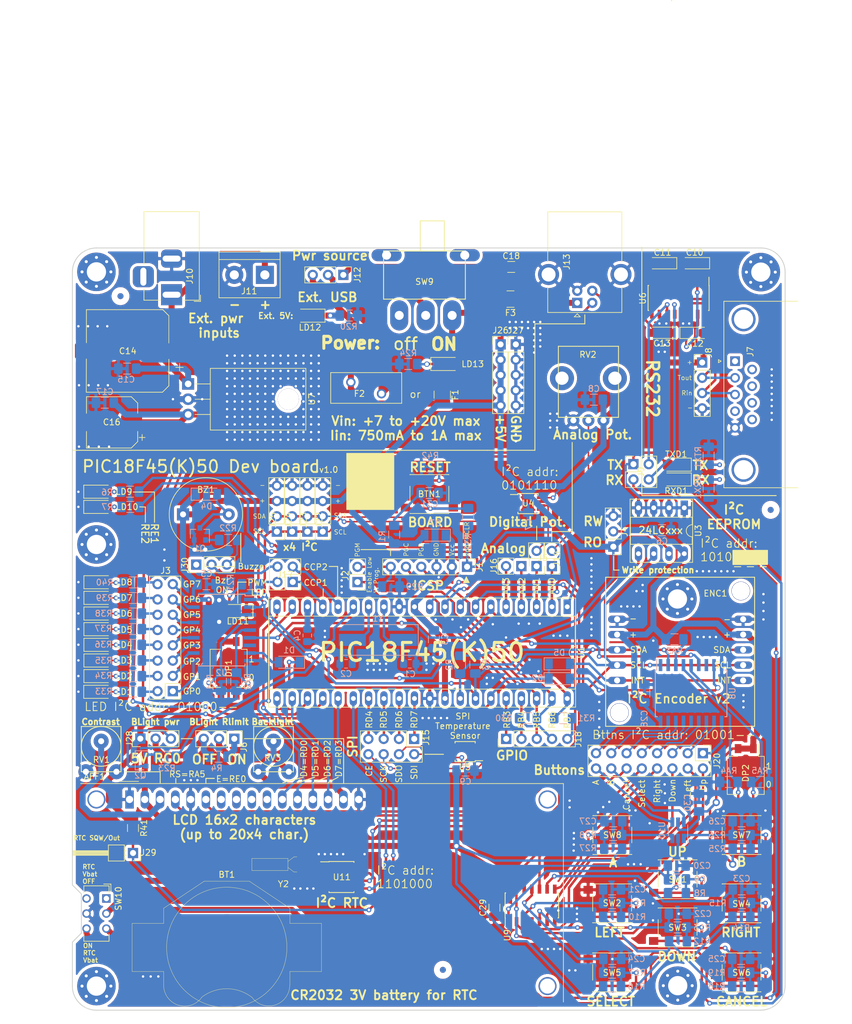
<source format=kicad_pcb>
(kicad_pcb (version 20171130) (host pcbnew "(5.1.0)-1")
  (layers (0 F.Cu mixed) (31 B.Cu mixed) (34 B.Paste user) (35 F.Paste user) (36 B.SilkS user) (37 F.SilkS user) (38 B.Mask user) (39 F.Mask user) (44 Edge.Cuts user))
  (net 0 "")
  (net 1 GND)
  (net 2 +5V)
  (net 3 "Net-(AFF1-Pad3)")
  (net 4 RA5)
  (net 5 RE0)
  (net 6 "Net-(AFF1-Pad7)")
  (net 7 "Net-(AFF1-Pad8)")
  (net 8 "Net-(AFF1-Pad9)")
  (net 9 "Net-(AFF1-Pad10)")
  (net 10 RD0)
  (net 11 RD1)
  (net 12 RD2)
  (net 13 RD3)
  (net 14 "Net-(AFF1-Pad15)")
  (net 15 MCLR)
  (net 16 "Net-(BZ1-Pad2)")
  (net 17 OSC1)
  (net 18 OSC2)
  (net 19 VUSB)
  (net 20 "Net-(C10-Pad1)")
  (net 21 "Net-(C10-Pad2)")
  (net 22 "Net-(C11-Pad2)")
  (net 23 "Net-(C11-Pad1)")
  (net 24 "Net-(C12-Pad1)")
  (net 25 "Net-(C13-Pad2)")
  (net 26 "Net-(C14-Pad1)")
  (net 27 /Power/Vreg)
  (net 28 "Net-(C20-Pad1)")
  (net 29 "Net-(C21-Pad1)")
  (net 30 "Net-(C22-Pad1)")
  (net 31 "Net-(C23-Pad1)")
  (net 32 "Net-(C24-Pad1)")
  (net 33 "Net-(C25-Pad1)")
  (net 34 INT2)
  (net 35 "Net-(D1-Pad2)")
  (net 36 "Net-(D2-Pad2)")
  (net 37 "Net-(D5-Pad2)")
  (net 38 "Net-(DP1-Pad3)")
  (net 39 "Net-(DP2-Pad3)")
  (net 40 RB7)
  (net 41 RB6)
  (net 42 "Net-(J1-Pad6)")
  (net 43 RB5)
  (net 44 "Net-(J3-Pad16)")
  (net 45 "Net-(J3-Pad15)")
  (net 46 "Net-(J3-Pad14)")
  (net 47 "Net-(J3-Pad13)")
  (net 48 "Net-(J3-Pad12)")
  (net 49 "Net-(J3-Pad11)")
  (net 50 "Net-(J3-Pad10)")
  (net 51 "Net-(J3-Pad9)")
  (net 52 "Net-(J3-Pad8)")
  (net 53 "Net-(J3-Pad7)")
  (net 54 "Net-(J3-Pad6)")
  (net 55 "Net-(J3-Pad5)")
  (net 56 "Net-(J3-Pad4)")
  (net 57 "Net-(J3-Pad3)")
  (net 58 "Net-(J3-Pad2)")
  (net 59 "Net-(J3-Pad1)")
  (net 60 "Net-(J4-Pad2)")
  (net 61 AN1)
  (net 62 "Net-(J6-Pad1)")
  (net 63 "Net-(J7-Pad1)")
  (net 64 "Net-(J7-Pad2)")
  (net 65 "Net-(J7-Pad3)")
  (net 66 "Net-(J7-Pad4)")
  (net 67 "Net-(J7-Pad6)")
  (net 68 "Net-(J7-Pad7)")
  (net 69 "Net-(J7-Pad8)")
  (net 70 "Net-(J7-Pad9)")
  (net 71 TX)
  (net 72 "Net-(J9-Pad2)")
  (net 73 RX)
  (net 74 "Net-(J9-Pad4)")
  (net 75 "Net-(J10-Pad3)")
  (net 76 Vin_USB)
  (net 77 D-)
  (net 78 D+)
  (net 79 AN0)
  (net 80 "Net-(J14-Pad2)")
  (net 81 RD4)
  (net 82 /UI/CE)
  (net 83 RD5)
  (net 84 /UI/SCK)
  (net 85 RD6)
  (net 86 /UI/SDO)
  (net 87 RD7)
  (net 88 /UI/SDI)
  (net 89 RB3)
  (net 90 RB4)
  (net 91 RC0)
  (net 92 "Net-(J17-Pad4)")
  (net 93 CCP2)
  (net 94 "Net-(J17-Pad2)")
  (net 95 CCP1)
  (net 96 AN3)
  (net 97 AN2)
  (net 98 "Net-(J20-Pad1)")
  (net 99 "Net-(J20-Pad3)")
  (net 100 "Net-(J20-Pad5)")
  (net 101 "Net-(J20-Pad7)")
  (net 102 SCL)
  (net 103 RE1)
  (net 104 RE2)
  (net 105 "Net-(Q1-Pad1)")
  (net 106 "Net-(R8-Pad2)")
  (net 107 "Net-(R10-Pad2)")
  (net 108 "Net-(R12-Pad2)")
  (net 109 "Net-(R14-Pad2)")
  (net 110 "Net-(R16-Pad2)")
  (net 111 "Net-(R18-Pad2)")
  (net 112 "Net-(RRX1-Pad1)")
  (net 113 "Net-(RTX1-Pad1)")
  (net 114 RA4)
  (net 115 "Net-(U2-Pad7)")
  (net 116 "Net-(U5-Pad1)")
  (net 117 "Net-(U5-Pad7)")
  (net 118 "Net-(U6-Pad7)")
  (net 119 "Net-(U6-Pad8)")
  (net 120 "Net-(U6-Pad9)")
  (net 121 "Net-(U6-Pad10)")
  (net 122 "Net-(J12-Pad2)")
  (net 123 /I2C/B1)
  (net 124 /I2C/B2)
  (net 125 /I2C/B3)
  (net 126 /I2C/B4)
  (net 127 "Net-(Q2-Pad1)")
  (net 128 "Net-(U8-Pad7)")
  (net 129 "Net-(J20-Pad9)")
  (net 130 "Net-(J20-Pad11)")
  (net 131 /I2C/B5)
  (net 132 /I2C/B6)
  (net 133 "Net-(LD13-Pad1)")
  (net 134 "Net-(DP1-Pad4)")
  (net 135 "Net-(DP2-Pad4)")
  (net 136 "Net-(LD11-Pad2)")
  (net 137 "Net-(LD12-Pad1)")
  (net 138 "Net-(C16-Pad1)")
  (net 139 "Net-(F3-Pad2)")
  (net 140 SDA)
  (net 141 "Net-(C26-Pad1)")
  (net 142 "Net-(C27-Pad1)")
  (net 143 /I2C/B8)
  (net 144 "Net-(J20-Pad15)")
  (net 145 /I2C/B7)
  (net 146 "Net-(J20-Pad13)")
  (net 147 "Net-(R25-Pad2)")
  (net 148 "Net-(R27-Pad2)")
  (net 149 "Net-(SW9-Pad3)")
  (net 150 "Net-(J5-Pad2)")
  (net 151 "Net-(RA3-Pad1)")
  (net 152 "Net-(BTN1-Pad1)")
  (net 153 /MCU/Vdd)
  (net 154 "Net-(J28-Pad2)")
  (net 155 "Net-(J18-Pad5)")
  (net 156 "Net-(J18-Pad4)")
  (net 157 "Net-(J28-Pad3)")
  (net 158 "Net-(LD9-Pad2)")
  (net 159 "Net-(LD10-Pad2)")
  (net 160 "Net-(LD1-Pad2)")
  (net 161 "Net-(LD2-Pad2)")
  (net 162 "Net-(LD3-Pad2)")
  (net 163 "Net-(LD4-Pad2)")
  (net 164 "Net-(LD5-Pad2)")
  (net 165 "Net-(LD6-Pad2)")
  (net 166 "Net-(LD7-Pad2)")
  (net 167 "Net-(LD8-Pad2)")
  (net 168 "Net-(BT1-Pad2)")
  (net 169 "Net-(BT1-Pad1)")
  (net 170 "Net-(J29-Pad1)")
  (net 171 /MCU/RTCVbat)
  (net 172 "Net-(U11-Pad1)")
  (net 173 "Net-(U11-Pad2)")
  (net 174 "Net-(SW10-Pad1)")
  (net 175 "Net-(SW10-Pad4)")
  (net 176 "Net-(BTN1-Pad2)")
  (net 177 "Net-(J30-Pad3)")
  (net 178 "Net-(J30-Pad1)")
  (net 179 "Net-(J6-Pad2)")
  (module ort-display:WC1602A_NarrowPads (layer F.Cu) (at 29.5 155)
    (fp_text reference AFF1 (at -5.82 -3.81) (layer F.SilkS))
    (fp_text value WC1602A)
    (pad "" thru_hole circle (at 69.5 0) (size 3 3) (drill 2.5) (layers *.Cu *.Mask))
    (pad "" thru_hole circle (at 69.49948 31.0007) (size 3 3) (drill 2.5) (layers *.Cu *.Mask))
    (pad "" thru_hole circle (at -5.4991 0) (size 3 3) (drill 2.5) (layers *.Cu *.Mask))
    (pad 16 thru_hole oval (at 38.1 0) (size 1.4 3) (drill 1.2) (layers *.Cu *.Mask) (net 1 GND))
    (pad 15 thru_hole oval (at 35.56 0) (size 1.4 3) (drill 1.2) (layers *.Cu *.Mask) (net 14 "Net-(AFF1-Pad15)"))
    (pad 14 thru_hole oval (at 33.02 0) (size 1.4 3) (drill 1.2) (layers *.Cu *.Mask) (net 13 RD3))
    (pad 13 thru_hole oval (at 30.48 0) (size 1.4 3) (drill 1.2) (layers *.Cu *.Mask) (net 12 RD2))
    (pad 12 thru_hole oval (at 27.94 0) (size 1.4 3) (drill 1.2) (layers *.Cu *.Mask) (net 11 RD1))
    (pad 11 thru_hole oval (at 25.4 0) (size 1.4 3) (drill 1.2) (layers *.Cu *.Mask) (net 10 RD0))
    (pad 10 thru_hole oval (at 22.86 0) (size 1.4 3) (drill 1.2) (layers *.Cu *.Mask) (net 9 "Net-(AFF1-Pad10)"))
    (pad 9 thru_hole oval (at 20.32 0) (size 1.4 3) (drill 1.2) (layers *.Cu *.Mask) (net 8 "Net-(AFF1-Pad9)"))
    (pad 8 thru_hole oval (at 17.78 0) (size 1.4 3) (drill 1.2) (layers *.Cu *.Mask) (net 7 "Net-(AFF1-Pad8)"))
    (pad 7 thru_hole oval (at 15.24 0) (size 1.4 3) (drill 1.2) (layers *.Cu *.Mask) (net 6 "Net-(AFF1-Pad7)"))
    (pad 6 thru_hole oval (at 12.7 0) (size 1.4 3) (drill 1.2) (layers *.Cu *.Mask) (net 5 RE0))
    (pad 5 thru_hole oval (at 10.16 0) (size 1.4 3) (drill 1.2) (layers *.Cu *.Mask) (net 1 GND))
    (pad 4 thru_hole oval (at 7.62 0) (size 1.4 3) (drill 1.2) (layers *.Cu *.Mask) (net 4 RA5))
    (pad 3 thru_hole oval (at 5.08 0) (size 1.4 3) (drill 1.2) (layers *.Cu *.Mask) (net 3 "Net-(AFF1-Pad3)"))
    (pad 2 thru_hole oval (at 2.54 0) (size 1.4 3) (drill 1.2) (layers *.Cu *.Mask) (net 2 +5V))
    (pad 1 thru_hole rect (at 0 0) (size 1.4 3) (drill 1.2) (layers *.Cu *.Mask) (net 1 GND))
  )
  (module ort-pot:Trimming_pot_SR_Passives_RKT6V_5mm (layer F.Cu) (at 50.9 150.4)
    (fp_text reference RV3 (at 2.4 -2.3) (layer F.SilkS))
    (fp_text value 470)
    (pad 2 thru_hole circle (at 2.54 -5.08) (size 2.5 2.5) (drill 1) (layers *.Cu *.Mask) (net 14 "Net-(AFF1-Pad15)"))
    (pad 3 thru_hole circle (at 5.08 0) (size 2.5 2.5) (drill 1) (layers *.Cu *.Mask) (net 179 "Net-(J6-Pad2)"))
    (pad 1 thru_hole circle (at 0 0) (size 2.5 2.5) (drill 1) (layers *.Cu *.Mask) (net 14 "Net-(AFF1-Pad15)"))
  )
  (module ort-pot:Trimming_pot_SR_Passives_RKT6V_5mm (layer F.Cu) (at 22.246 150.397)
    (fp_text reference RV1 (at 2.5908 -2) (layer F.SilkS))
    (fp_text value 10k)
    (pad 2 thru_hole circle (at 2.54 -5.08) (size 2.5 2.5) (drill 1) (layers *.Cu *.Mask) (net 3 "Net-(AFF1-Pad3)"))
    (pad 3 thru_hole circle (at 5.08 0) (size 2.5 2.5) (drill 1) (layers *.Cu *.Mask) (net 2 +5V))
    (pad 1 thru_hole circle (at 0 0) (size 2.5 2.5) (drill 1) (layers *.Cu *.Mask) (net 1 GND))
  )
  (module ort-switch:THT_Sliding_Switch_PinHeader_2.54mm (layer F.Cu) (at 40.6 116 90)
    (fp_text reference J30 (at -0.1 -1.9 90) (layer F.SilkS))
    (fp_text value "Buzzer SW")
    (pad 3 thru_hole oval (at 0 5.08 90) (size 1.7 1.7) (drill 1) (layers *.Cu *.Mask) (net 177 "Net-(J30-Pad3)"))
    (pad 2 thru_hole oval (at 0 2.54 90) (size 1.7 1.7) (drill 1) (layers *.Cu *.Mask) (net 92 "Net-(J17-Pad4)"))
    (pad 1 thru_hole rect (at 0 0 90) (size 1.7 1.7) (drill 1) (layers *.Cu *.Mask) (net 178 "Net-(J30-Pad1)"))
  )
  (module Resistor_SMD:R_1206_3216Metric_Pad1.42x1.75mm_HandSolder (layer B.Cu) (at 79.5 99.7 180)
    (fp_text reference R42 (at 0 1.82 180) (layer B.SilkS) (effects (justify mirror)))
    (fp_text value 100)
    (pad 2 smd roundrect (at 1.4875 0 180) (size 1.425 1.75) (layers B.Cu B.Paste B.Mask) (roundrect_rratio 0.175439) (net 1 GND))
    (pad 1 smd roundrect (at -1.4875 0 180) (size 1.425 1.75) (layers B.Cu B.Paste B.Mask) (roundrect_rratio 0.175439) (net 176 "Net-(BTN1-Pad2)"))
  )
  (module Fiducial:Fiducial_1mm_Mask3mm (layer B.Cu) (at 81.6 183.3)
    (fp_text reference FID6 hide)
    (fp_text value Fiducial hide)
    (pad "" smd circle (at 0 0) (size 1 1) (layers B.Cu B.Mask) (clearance 1))
  )
  (module Fiducial:Fiducial_1mm_Mask3mm (layer F.Cu) (at 81.6 183.3)
    (fp_text reference FID5 hide)
    (fp_text value Fiducial hide)
    (pad "" smd circle (at 0 0) (size 1 1) (layers F.Cu F.Mask) (clearance 1))
  )
  (module Fiducial:Fiducial_1mm_Mask3mm (layer F.Cu) (at 28 71.4)
    (fp_text reference FID1 hide)
    (fp_text value Fiducial hide)
    (pad "" smd circle (at 0 0) (size 1 1) (layers F.Cu F.Mask) (clearance 1))
  )
  (module Fiducial:Fiducial_1mm_Mask3mm (layer B.Cu) (at 136.1 106.9)
    (fp_text reference FID4 hide)
    (fp_text value Fiducial hide)
    (pad "" smd circle (at 0 0) (size 1 1) (layers B.Cu B.Mask) (clearance 1))
  )
  (module Fiducial:Fiducial_1mm_Mask3mm (layer F.Cu) (at 136.1 106.9)
    (fp_text reference FID3 hide)
    (fp_text value Fiducial hide)
    (pad "" smd circle (at 0 0) (size 1 1) (layers F.Cu F.Mask) (clearance 1))
  )
  (module Fiducial:Fiducial_1mm_Mask3mm (layer B.Cu) (at 28 71.4)
    (fp_text reference FID2 hide)
    (fp_text value Fiducial hide)
    (pad "" smd circle (at 0 0) (size 1 1) (layers B.Cu B.Mask) (clearance 1))
  )
  (module Resistor_SMD:R_1206_3216Metric_Pad1.42x1.75mm_HandSolder (layer B.Cu) (at 30.0498 118.9482)
    (fp_text reference R40 (at -4.6752 0) (layer B.SilkS) (effects (justify mirror)))
    (fp_text value 470)
    (pad 2 smd roundrect (at 1.4875 0) (size 1.425 1.75) (layers B.Cu B.Paste B.Mask) (roundrect_rratio 0.175439) (net 44 "Net-(J3-Pad16)"))
    (pad 1 smd roundrect (at -1.4875 0) (size 1.425 1.75) (layers B.Cu B.Paste B.Mask) (roundrect_rratio 0.175439) (net 167 "Net-(LD8-Pad2)"))
  )
  (module Resistor_SMD:R_1206_3216Metric_Pad1.42x1.75mm_HandSolder (layer B.Cu) (at 30.0609 121.539)
    (fp_text reference R39 (at -4.699 -0.0127) (layer B.SilkS) (effects (justify mirror)))
    (fp_text value 470)
    (pad 2 smd roundrect (at 1.4875 0) (size 1.425 1.75) (layers B.Cu B.Paste B.Mask) (roundrect_rratio 0.175439) (net 46 "Net-(J3-Pad14)"))
    (pad 1 smd roundrect (at -1.4875 0) (size 1.425 1.75) (layers B.Cu B.Paste B.Mask) (roundrect_rratio 0.175439) (net 166 "Net-(LD7-Pad2)"))
  )
  (module Resistor_SMD:R_1206_3216Metric_Pad1.42x1.75mm_HandSolder (layer B.Cu) (at 30.0609 124.1171)
    (fp_text reference R38 (at -4.8641 0) (layer B.SilkS) (effects (justify mirror)))
    (fp_text value 470)
    (pad 2 smd roundrect (at 1.4875 0) (size 1.425 1.75) (layers B.Cu B.Paste B.Mask) (roundrect_rratio 0.175439) (net 48 "Net-(J3-Pad12)"))
    (pad 1 smd roundrect (at -1.4875 0) (size 1.425 1.75) (layers B.Cu B.Paste B.Mask) (roundrect_rratio 0.175439) (net 165 "Net-(LD6-Pad2)"))
  )
  (module Resistor_SMD:R_1206_3216Metric_Pad1.42x1.75mm_HandSolder (layer B.Cu) (at 30.0609 126.6952)
    (fp_text reference R37 (at -4.9149 -0.0889) (layer B.SilkS) (effects (justify mirror)))
    (fp_text value 470)
    (pad 2 smd roundrect (at 1.4875 0) (size 1.425 1.75) (layers B.Cu B.Paste B.Mask) (roundrect_rratio 0.175439) (net 50 "Net-(J3-Pad10)"))
    (pad 1 smd roundrect (at -1.4875 0) (size 1.425 1.75) (layers B.Cu B.Paste B.Mask) (roundrect_rratio 0.175439) (net 164 "Net-(LD5-Pad2)"))
  )
  (module Resistor_SMD:R_1206_3216Metric_Pad1.42x1.75mm_HandSolder (layer B.Cu) (at 30.0482 129.3114)
    (fp_text reference R36 (at -4.8895 -0.0508) (layer B.SilkS) (effects (justify mirror)))
    (fp_text value 470)
    (pad 2 smd roundrect (at 1.4875 0) (size 1.425 1.75) (layers B.Cu B.Paste B.Mask) (roundrect_rratio 0.175439) (net 52 "Net-(J3-Pad8)"))
    (pad 1 smd roundrect (at -1.4875 0) (size 1.425 1.75) (layers B.Cu B.Paste B.Mask) (roundrect_rratio 0.175439) (net 163 "Net-(LD4-Pad2)"))
  )
  (module Resistor_SMD:R_1206_3216Metric_Pad1.42x1.75mm_HandSolder (layer B.Cu) (at 30.0609 131.9022)
    (fp_text reference R35 (at -4.8641 0.0254) (layer B.SilkS) (effects (justify mirror)))
    (fp_text value 470)
    (pad 2 smd roundrect (at 1.4875 0) (size 1.425 1.75) (layers B.Cu B.Paste B.Mask) (roundrect_rratio 0.175439) (net 54 "Net-(J3-Pad6)"))
    (pad 1 smd roundrect (at -1.4875 0) (size 1.425 1.75) (layers B.Cu B.Paste B.Mask) (roundrect_rratio 0.175439) (net 162 "Net-(LD3-Pad2)"))
  )
  (module Resistor_SMD:R_1206_3216Metric_Pad1.42x1.75mm_HandSolder (layer B.Cu) (at 30.0609 134.5184)
    (fp_text reference R34 (at -4.8895 -0.0762) (layer B.SilkS) (effects (justify mirror)))
    (fp_text value 470)
    (pad 2 smd roundrect (at 1.4875 0) (size 1.425 1.75) (layers B.Cu B.Paste B.Mask) (roundrect_rratio 0.175439) (net 56 "Net-(J3-Pad4)"))
    (pad 1 smd roundrect (at -1.4875 0) (size 1.425 1.75) (layers B.Cu B.Paste B.Mask) (roundrect_rratio 0.175439) (net 161 "Net-(LD2-Pad2)"))
  )
  (module Resistor_SMD:R_1206_3216Metric_Pad1.42x1.75mm_HandSolder (layer B.Cu) (at 30.0609 137.1092)
    (fp_text reference R33 (at -4.8387 -0.0508) (layer B.SilkS) (effects (justify mirror)))
    (fp_text value 470)
    (pad 2 smd roundrect (at 1.4875 0) (size 1.425 1.75) (layers B.Cu B.Paste B.Mask) (roundrect_rratio 0.175439) (net 58 "Net-(J3-Pad2)"))
    (pad 1 smd roundrect (at -1.4875 0) (size 1.425 1.75) (layers B.Cu B.Paste B.Mask) (roundrect_rratio 0.175439) (net 160 "Net-(LD1-Pad2)"))
  )
  (module ort-pdip:DIP-40_W15.24mm_Socket_LongNarrowPads (layer F.Cu) (at 102.274 122.992 270)
    (fp_text reference U1 (at 7.62 -2.33 270) (layer F.SilkS))
    (fp_text value PIC18F4550-IP)
    (pad 40 thru_hole oval (at 15.24 0 270) (size 2.4 1.2) (drill 0.8) (layers *.Cu *.Mask) (net 40 RB7))
    (pad 20 thru_hole oval (at 0 48.26 270) (size 2.4 1.2) (drill 0.8) (layers *.Cu *.Mask) (net 11 RD1))
    (pad 39 thru_hole oval (at 15.24 2.54 270) (size 2.4 1.2) (drill 0.8) (layers *.Cu *.Mask) (net 41 RB6))
    (pad 19 thru_hole oval (at 0 45.72 270) (size 2.4 1.2) (drill 0.8) (layers *.Cu *.Mask) (net 10 RD0))
    (pad 38 thru_hole oval (at 15.24 5.08 270) (size 2.4 1.2) (drill 0.8) (layers *.Cu *.Mask) (net 43 RB5))
    (pad 18 thru_hole oval (at 0 43.18 270) (size 2.4 1.2) (drill 0.8) (layers *.Cu *.Mask) (net 19 VUSB))
    (pad 37 thru_hole oval (at 15.24 7.62 270) (size 2.4 1.2) (drill 0.8) (layers *.Cu *.Mask) (net 90 RB4))
    (pad 17 thru_hole oval (at 0 40.64 270) (size 2.4 1.2) (drill 0.8) (layers *.Cu *.Mask) (net 95 CCP1))
    (pad 36 thru_hole oval (at 15.24 10.16 270) (size 2.4 1.2) (drill 0.8) (layers *.Cu *.Mask) (net 89 RB3))
    (pad 16 thru_hole oval (at 0 38.1 270) (size 2.4 1.2) (drill 0.8) (layers *.Cu *.Mask) (net 93 CCP2))
    (pad 35 thru_hole oval (at 15.24 12.7 270) (size 2.4 1.2) (drill 0.8) (layers *.Cu *.Mask) (net 34 INT2))
    (pad 15 thru_hole oval (at 0 35.56 270) (size 2.4 1.2) (drill 0.8) (layers *.Cu *.Mask) (net 91 RC0))
    (pad 34 thru_hole oval (at 15.24 15.24 270) (size 2.4 1.2) (drill 0.8) (layers *.Cu *.Mask) (net 102 SCL))
    (pad 14 thru_hole oval (at 0 33.02 270) (size 2.4 1.2) (drill 0.8) (layers *.Cu *.Mask) (net 18 OSC2))
    (pad 33 thru_hole oval (at 15.24 17.78 270) (size 2.4 1.2) (drill 0.8) (layers *.Cu *.Mask) (net 140 SDA))
    (pad 13 thru_hole oval (at 0 30.48 270) (size 2.4 1.2) (drill 0.8) (layers *.Cu *.Mask) (net 17 OSC1))
    (pad 32 thru_hole oval (at 15.24 20.32 270) (size 2.4 1.2) (drill 0.8) (layers *.Cu *.Mask) (net 153 /MCU/Vdd))
    (pad 12 thru_hole oval (at 0 27.94 270) (size 2.4 1.2) (drill 0.8) (layers *.Cu *.Mask) (net 1 GND))
    (pad 31 thru_hole oval (at 15.24 22.86 270) (size 2.4 1.2) (drill 0.8) (layers *.Cu *.Mask) (net 1 GND))
    (pad 11 thru_hole oval (at 0 25.4 270) (size 2.4 1.2) (drill 0.8) (layers *.Cu *.Mask) (net 153 /MCU/Vdd))
    (pad 30 thru_hole oval (at 15.24 25.4 270) (size 2.4 1.2) (drill 0.8) (layers *.Cu *.Mask) (net 87 RD7))
    (pad 10 thru_hole oval (at 0 22.86 270) (size 2.4 1.2) (drill 0.8) (layers *.Cu *.Mask) (net 104 RE2))
    (pad 29 thru_hole oval (at 15.24 27.94 270) (size 2.4 1.2) (drill 0.8) (layers *.Cu *.Mask) (net 85 RD6))
    (pad 9 thru_hole oval (at 0 20.32 270) (size 2.4 1.2) (drill 0.8) (layers *.Cu *.Mask) (net 103 RE1))
    (pad 28 thru_hole oval (at 15.24 30.48 270) (size 2.4 1.2) (drill 0.8) (layers *.Cu *.Mask) (net 83 RD5))
    (pad 8 thru_hole oval (at 0 17.78 270) (size 2.4 1.2) (drill 0.8) (layers *.Cu *.Mask) (net 5 RE0))
    (pad 27 thru_hole oval (at 15.24 33.02 270) (size 2.4 1.2) (drill 0.8) (layers *.Cu *.Mask) (net 81 RD4))
    (pad 7 thru_hole oval (at 0 15.24 270) (size 2.4 1.2) (drill 0.8) (layers *.Cu *.Mask) (net 4 RA5))
    (pad 26 thru_hole oval (at 15.24 35.56 270) (size 2.4 1.2) (drill 0.8) (layers *.Cu *.Mask) (net 73 RX))
    (pad 6 thru_hole oval (at 0 12.7 270) (size 2.4 1.2) (drill 0.8) (layers *.Cu *.Mask) (net 114 RA4))
    (pad 25 thru_hole oval (at 15.24 38.1 270) (size 2.4 1.2) (drill 0.8) (layers *.Cu *.Mask) (net 71 TX))
    (pad 5 thru_hole oval (at 0 10.16 270) (size 2.4 1.2) (drill 0.8) (layers *.Cu *.Mask) (net 96 AN3))
    (pad 24 thru_hole oval (at 15.24 40.64 270) (size 2.4 1.2) (drill 0.8) (layers *.Cu *.Mask) (net 78 D+))
    (pad 4 thru_hole oval (at 0 7.62 270) (size 2.4 1.2) (drill 0.8) (layers *.Cu *.Mask) (net 97 AN2))
    (pad 23 thru_hole oval (at 15.24 43.18 270) (size 2.4 1.2) (drill 0.8) (layers *.Cu *.Mask) (net 77 D-))
    (pad 3 thru_hole oval (at 0 5.08 270) (size 2.4 1.2) (drill 0.8) (layers *.Cu *.Mask) (net 61 AN1))
    (pad 22 thru_hole oval (at 15.24 45.72 270) (size 2.4 1.2) (drill 0.8) (layers *.Cu *.Mask) (net 13 RD3))
    (pad 2 thru_hole oval (at 0 2.54 270) (size 2.4 1.2) (drill 0.8) (layers *.Cu *.Mask) (net 79 AN0))
    (pad 21 thru_hole oval (at 15.24 48.26 270) (size 2.4 1.2) (drill 0.8) (layers *.Cu *.Mask) (net 12 RD2))
    (pad 1 thru_hole rect (at 0 0 270) (size 2.4 1.2) (drill 0.8) (layers *.Cu *.Mask) (net 15 MCLR))
  )
  (module Crystal:Crystal_SMD_HC49-SD (layer B.Cu) (at 70.8 128.5 180)
    (fp_text reference Y1 (at 0 3.55 180) (layer B.SilkS) (effects (justify mirror)))
    (fp_text value "20 MHz")
    (pad 2 smd rect (at 4.25 0 180) (size 4.5 2) (layers B.Cu B.Paste B.Mask) (net 18 OSC2))
    (pad 1 smd rect (at -4.25 0 180) (size 4.5 2) (layers B.Cu B.Paste B.Mask) (net 17 OSC1))
  )
  (module ort-pdip:DIP-8_W7.62mm_Socket_LongNarrowPads (layer F.Cu) (at 121.733 106.559 270)
    (fp_text reference U3 (at 3.81 -2.33 270) (layer F.SilkS))
    (fp_text value 24LC16)
    (pad 8 thru_hole oval (at 7.62 0 270) (size 2.4 1.2) (drill 0.8) (layers *.Cu *.Mask) (net 2 +5V))
    (pad 4 thru_hole oval (at 0 7.62 270) (size 2.4 1.2) (drill 0.8) (layers *.Cu *.Mask) (net 1 GND))
    (pad 7 thru_hole oval (at 7.62 2.54 270) (size 2.4 1.2) (drill 0.8) (layers *.Cu *.Mask) (net 60 "Net-(J4-Pad2)"))
    (pad 3 thru_hole oval (at 0 5.08 270) (size 2.4 1.2) (drill 0.8) (layers *.Cu *.Mask) (net 1 GND))
    (pad 6 thru_hole oval (at 7.62 5.08 270) (size 2.4 1.2) (drill 0.8) (layers *.Cu *.Mask) (net 102 SCL))
    (pad 2 thru_hole oval (at 0 2.54 270) (size 2.4 1.2) (drill 0.8) (layers *.Cu *.Mask) (net 1 GND))
    (pad 5 thru_hole oval (at 7.62 7.62 270) (size 2.4 1.2) (drill 0.8) (layers *.Cu *.Mask) (net 140 SDA))
    (pad 1 thru_hole rect (at 0 0 270) (size 2.4 1.2) (drill 0.8) (layers *.Cu *.Mask) (net 1 GND))
  )
  (module ort-encoder:I²C_Encoder_v2_THT_LongNarrowPads (layer F.Cu) (at 122 123.8)
    (fp_text reference ENC1 (at 4.9111 -3.023) (layer F.SilkS))
    (fp_text value I²C_Encoder_v2)
    (fp_text user INT (at 6.35 11.43) (layer F.SilkS))
    (fp_text user SCL (at 6.096 8.89) (layer F.SilkS))
    (fp_text user SDA (at 5.969 6.35) (layer F.SilkS))
    (fp_text user + (at 6.858 3.81) (layer F.SilkS))
    (fp_text user - (at 6.858 1.27) (layer F.SilkS))
    (fp_text user INT (at -8.001 11.43) (layer F.SilkS))
    (fp_text user SCL (at -7.874 8.89) (layer F.SilkS))
    (fp_text user SDA (at -7.874 6.35) (layer F.SilkS))
    (fp_text user + (at -8.763 3.81) (layer F.SilkS))
    (fp_text user - (at -8.763 1.143) (layer F.SilkS))
    (pad "" thru_hole circle (at -11.049 16.764) (size 3.1 3.1) (drill 3) (layers *.Cu *.Mask))
    (pad "" thru_hole circle (at 9.144 -3.429) (size 3.1 3.1) (drill 3) (layers *.Cu *.Mask))
    (pad 5 thru_hole oval (at 9.525 11.43) (size 3 1.2) (drill 1) (layers *.Cu *.Mask) (net 37 "Net-(D5-Pad2)"))
    (pad 4 thru_hole oval (at 9.525 8.89) (size 3 1.2) (drill 1) (layers *.Cu *.Mask) (net 102 SCL))
    (pad 3 thru_hole oval (at 9.525 6.35) (size 3 1.2) (drill 1) (layers *.Cu *.Mask) (net 140 SDA))
    (pad 2 thru_hole oval (at 9.525 3.81) (size 3 1.2) (drill 1) (layers *.Cu *.Mask) (net 2 +5V))
    (pad 1 thru_hole oval (at 9.525 1.27) (size 3 1.2) (drill 1) (layers *.Cu *.Mask) (net 1 GND))
    (pad 5 thru_hole oval (at -11.43 11.43) (size 3 1.2) (drill 1) (layers *.Cu *.Mask) (net 37 "Net-(D5-Pad2)"))
    (pad 4 thru_hole oval (at -11.43 8.89) (size 3 1.2) (drill 1) (layers *.Cu *.Mask) (net 102 SCL))
    (pad 3 thru_hole oval (at -11.43 6.35) (size 3 1.2) (drill 1) (layers *.Cu *.Mask) (net 140 SDA))
    (pad 2 thru_hole oval (at -11.43 3.81) (size 3 1.2) (drill 1) (layers *.Cu *.Mask) (net 2 +5V))
    (pad 1 thru_hole oval (at -11.43 1.27) (size 3 1.2) (drill 1) (layers *.Cu *.Mask) (net 1 GND))
  )
  (module Connector_Dsub:DSUB-9_Female_Horizontal_P2.77x2.84mm_EdgePinOffset7.70mm_Housed_MountingHolesOffset9.12mm (layer F.Cu) (at 130.176 82.2 90)
    (fp_text reference J7 (at 1.574 2.539 90) (layer F.SilkS))
    (fp_text value DB9_Female)
    (pad 0 thru_hole circle (at 6.96 1.42 90) (size 4 4) (drill 3.2) (layers *.Cu *.Mask))
    (pad 0 thru_hole circle (at -18.04 1.42 90) (size 4 4) (drill 3.2) (layers *.Cu *.Mask))
    (pad 9 thru_hole circle (at -9.695 2.84 90) (size 1.6 1.6) (drill 1) (layers *.Cu *.Mask) (net 70 "Net-(J7-Pad9)"))
    (pad 8 thru_hole circle (at -6.925 2.84 90) (size 1.6 1.6) (drill 1) (layers *.Cu *.Mask) (net 69 "Net-(J7-Pad8)"))
    (pad 7 thru_hole circle (at -4.155 2.84 90) (size 1.6 1.6) (drill 1) (layers *.Cu *.Mask) (net 68 "Net-(J7-Pad7)"))
    (pad 6 thru_hole circle (at -1.385 2.84 90) (size 1.6 1.6) (drill 1) (layers *.Cu *.Mask) (net 67 "Net-(J7-Pad6)"))
    (pad 5 thru_hole circle (at -11.08 0 90) (size 1.6 1.6) (drill 1) (layers *.Cu *.Mask) (net 1 GND))
    (pad 4 thru_hole circle (at -8.31 0 90) (size 1.6 1.6) (drill 1) (layers *.Cu *.Mask) (net 66 "Net-(J7-Pad4)"))
    (pad 3 thru_hole circle (at -5.54 0 90) (size 1.6 1.6) (drill 1) (layers *.Cu *.Mask) (net 65 "Net-(J7-Pad3)"))
    (pad 2 thru_hole circle (at -2.77 0 90) (size 1.6 1.6) (drill 1) (layers *.Cu *.Mask) (net 64 "Net-(J7-Pad2)"))
    (pad 1 thru_hole rect (at 0 0 90) (size 1.6 1.6) (drill 1) (layers *.Cu *.Mask) (net 63 "Net-(J7-Pad1)"))
  )
  (module Diode_SMD:D_MiniMELF (layer B.Cu) (at 80.3 111.1 180)
    (fp_text reference D7 (at 0 2 180) (layer B.SilkS) (effects (justify mirror)))
    (fp_text value BAS86)
    (pad 2 smd rect (at 1.75 0 180) (size 1.3 1.7) (layers B.Cu B.Paste B.Mask) (net 2 +5V))
    (pad 1 smd rect (at -1.75 0 180) (size 1.3 1.7) (layers B.Cu B.Paste B.Mask) (net 153 /MCU/Vdd))
  )
  (module Diode_SMD:D_MiniMELF (layer B.Cu) (at 100.9751 132.4737)
    (fp_text reference D5 (at -0.025 -1.857) (layer B.SilkS) (effects (justify mirror)))
    (fp_text value LL4148)
    (pad 2 smd rect (at 1.75 0) (size 1.3 1.7) (layers B.Cu B.Paste B.Mask) (net 37 "Net-(D5-Pad2)"))
    (pad 1 smd rect (at -1.75 0) (size 1.3 1.7) (layers B.Cu B.Paste B.Mask) (net 34 INT2))
  )
  (module Diode_SMD:D_MiniMELF (layer B.Cu) (at 42.3 104.3)
    (fp_text reference D4 (at 0 2) (layer B.SilkS) (effects (justify mirror)))
    (fp_text value BAS86)
    (pad 2 smd rect (at 1.75 0) (size 1.3 1.7) (layers B.Cu B.Paste B.Mask) (net 16 "Net-(BZ1-Pad2)"))
    (pad 1 smd rect (at -1.75 0) (size 1.3 1.7) (layers B.Cu B.Paste B.Mask) (net 2 +5V))
  )
  (module Diode_SMD:D_MiniMELF (layer B.Cu) (at 100.965 134.9375)
    (fp_text reference D2 (at -3.6449 -0.0889) (layer B.SilkS) (effects (justify mirror)))
    (fp_text value LL4148)
    (pad 2 smd rect (at 1.75 0) (size 1.3 1.7) (layers B.Cu B.Paste B.Mask) (net 36 "Net-(D2-Pad2)"))
    (pad 1 smd rect (at -1.75 0) (size 1.3 1.7) (layers B.Cu B.Paste B.Mask) (net 34 INT2))
  )
  (module Diode_SMD:D_MiniMELF (layer B.Cu) (at 56.035 132.207 180)
    (fp_text reference D1 (at 0 2 180) (layer B.SilkS) (effects (justify mirror)))
    (fp_text value LL4148)
    (pad 2 smd rect (at 1.75 0 180) (size 1.3 1.7) (layers B.Cu B.Paste B.Mask) (net 35 "Net-(D1-Pad2)"))
    (pad 1 smd rect (at -1.75 0 180) (size 1.3 1.7) (layers B.Cu B.Paste B.Mask) (net 34 INT2))
  )
  (module Fuse:Fuse_1210_3225Metric_Pad1.42x2.65mm_HandSolder (layer F.Cu) (at 92.837 71.882)
    (fp_text reference F3 (at 0 2.286) (layer F.SilkS))
    (fp_text value 500mA)
    (pad 2 smd roundrect (at 1.4875 0) (size 1.425 2.65) (layers F.Cu F.Paste F.Mask) (roundrect_rratio 0.175439) (net 139 "Net-(F3-Pad2)"))
    (pad 1 smd roundrect (at -1.4875 0) (size 1.425 2.65) (layers F.Cu F.Paste F.Mask) (roundrect_rratio 0.175439) (net 76 Vin_USB))
  )
  (module Connector_BarrelJack:BarrelJack_Horizontal (layer F.Cu) (at 36.5 71.168 270)
    (fp_text reference J10 (at -3.1 -3 270) (layer F.SilkS))
    (fp_text value "Power IN jack")
    (pad 3 thru_hole roundrect (at -3 4.7 270) (size 3.5 3.5) (drill oval 3 1) (layers *.Cu *.Mask) (net 75 "Net-(J10-Pad3)"))
    (pad 2 thru_hole roundrect (at -6 0 270) (size 3 3.5) (drill oval 1 3) (layers *.Cu *.Mask) (net 1 GND))
    (pad 1 thru_hole rect (at 0 0 270) (size 3.5 3.5) (drill oval 1 3) (layers *.Cu *.Mask) (net 26 "Net-(C14-Pad1)"))
  )
  (module TerminalBlock:TerminalBlock_bornier-2_P5.08mm (layer F.Cu) (at 52 67.868 180)
    (fp_text reference J11 (at 2.6 -2.7 180) (layer F.SilkS))
    (fp_text value "Power IN")
    (pad 2 thru_hole circle (at 5.08 0 180) (size 3 3) (drill 1.52) (layers *.Cu *.Mask) (net 1 GND))
    (pad 1 thru_hole rect (at 0 0 180) (size 3 3) (drill 1.52) (layers *.Cu *.Mask) (net 26 "Net-(C14-Pad1)"))
  )
  (module Connector_USB:USB_B_OST_USB-B1HSxx_Horizontal (layer F.Cu) (at 103.942 72.514 90)
    (fp_text reference J13 (at 6.8169 -1.7578 90) (layer F.SilkS))
    (fp_text value USB_B)
    (pad 5 thru_hole circle (at 4.71 7.27 90) (size 3.5 3.5) (drill 2.33) (layers *.Cu *.Mask) (net 1 GND))
    (pad 5 thru_hole circle (at 4.71 -4.77 90) (size 3.5 3.5) (drill 2.33) (layers *.Cu *.Mask) (net 1 GND))
    (pad 4 thru_hole circle (at 2 0 90) (size 1.7 1.7) (drill 0.92) (layers *.Cu *.Mask) (net 1 GND))
    (pad 3 thru_hole circle (at 2 2.5 90) (size 1.7 1.7) (drill 0.92) (layers *.Cu *.Mask) (net 78 D+))
    (pad 2 thru_hole circle (at 0 2.5 90) (size 1.7 1.7) (drill 0.92) (layers *.Cu *.Mask) (net 77 D-))
    (pad 1 thru_hole rect (at 0 0 90) (size 1.7 1.7) (drill 0.92) (layers *.Cu *.Mask) (net 139 "Net-(F3-Pad2)"))
  )
  (module Resistor_SMD:R_1206_3216Metric_Pad1.42x1.75mm_HandSolder (layer B.Cu) (at 85.8 108.1 270)
    (fp_text reference R32 (at 4.1 0 270) (layer B.SilkS) (effects (justify mirror)))
    (fp_text value 4.7k)
    (pad 2 smd roundrect (at 1.4875 0 270) (size 1.425 1.75) (layers B.Cu B.Paste B.Mask) (roundrect_rratio 0.175439) (net 15 MCLR))
    (pad 1 smd roundrect (at -1.4875 0 270) (size 1.425 1.75) (layers B.Cu B.Paste B.Mask) (roundrect_rratio 0.175439) (net 152 "Net-(BTN1-Pad1)"))
  )
  (module Resistor_SMD:R_1206_3216Metric_Pad1.42x1.75mm_HandSolder (layer B.Cu) (at 101.6 141.5 180)
    (fp_text reference R31 (at -3.8608 0 180) (layer B.SilkS) (effects (justify mirror)))
    (fp_text value 10k)
    (pad 2 smd roundrect (at 1.4875 0 180) (size 1.425 1.75) (layers B.Cu B.Paste B.Mask) (roundrect_rratio 0.175439) (net 40 RB7))
    (pad 1 smd roundrect (at -1.4875 0 180) (size 1.425 1.75) (layers B.Cu B.Paste B.Mask) (roundrect_rratio 0.175439) (net 155 "Net-(J18-Pad5)"))
  )
  (module Resistor_SMD:R_1206_3216Metric_Pad1.42x1.75mm_HandSolder (layer B.Cu) (at 95.758 141.5)
    (fp_text reference R30 (at -4 0) (layer B.SilkS) (effects (justify mirror)))
    (fp_text value 10k)
    (pad 2 smd roundrect (at 1.4875 0) (size 1.425 1.75) (layers B.Cu B.Paste B.Mask) (roundrect_rratio 0.175439) (net 41 RB6))
    (pad 1 smd roundrect (at -1.4875 0) (size 1.425 1.75) (layers B.Cu B.Paste B.Mask) (roundrect_rratio 0.175439) (net 156 "Net-(J18-Pad4)"))
  )
  (module Resistor_SMD:R_1206_3216Metric_Pad1.42x1.75mm_HandSolder (layer B.Cu) (at 72.898 119.634)
    (fp_text reference R29 (at 4 0) (layer B.SilkS) (effects (justify mirror)))
    (fp_text value 10k)
    (pad 2 smd roundrect (at 1.4875 0) (size 1.425 1.75) (layers B.Cu B.Paste B.Mask) (roundrect_rratio 0.175439) (net 1 GND))
    (pad 1 smd roundrect (at -1.4875 0) (size 1.425 1.75) (layers B.Cu B.Paste B.Mask) (roundrect_rratio 0.175439) (net 42 "Net-(J1-Pad6)"))
  )
  (module ort-switch:THT_Sliding_Switch_PinHeader_2.54mm (layer F.Cu) (at 31.3 144.9 90)
    (fp_text reference J28 (at 0 -1.8 270) (layer F.SilkS))
    (fp_text value "LCD pwr.")
    (pad 3 thru_hole oval (at 0 5.08 90) (size 1.7 1.7) (drill 1) (layers *.Cu *.Mask) (net 157 "Net-(J28-Pad3)"))
    (pad 2 thru_hole oval (at 0 2.54 90) (size 1.7 1.7) (drill 1) (layers *.Cu *.Mask) (net 154 "Net-(J28-Pad2)"))
    (pad 1 thru_hole rect (at 0 0 90) (size 1.7 1.7) (drill 1) (layers *.Cu *.Mask) (net 2 +5V))
  )
  (module Capacitor_SMD:C_1206_3216Metric_Pad1.42x1.75mm_HandSolder (layer B.Cu) (at 79.4 104.1)
    (fp_text reference C31 (at 0 1.82) (layer B.SilkS) (effects (justify mirror)))
    (fp_text value 100nF)
    (pad 2 smd roundrect (at 1.4875 0) (size 1.425 1.75) (layers B.Cu B.Paste B.Mask) (roundrect_rratio 0.175439) (net 1 GND))
    (pad 1 smd roundrect (at -1.4875 0) (size 1.425 1.75) (layers B.Cu B.Paste B.Mask) (roundrect_rratio 0.175439) (net 152 "Net-(BTN1-Pad1)"))
  )
  (module MountingHole:MountingHole_3.2mm_M3_Pad_Via (layer F.Cu) (at 120.6 121.7)
    (fp_text reference H6 (at 0 0) (layer F.SilkS))
    (fp_text value MountingHole)
    (pad 1 thru_hole circle (at 1.697056 -1.697056) (size 0.8 0.8) (drill 0.5) (layers *.Cu *.Mask))
    (pad 1 thru_hole circle (at 0 -2.4) (size 0.8 0.8) (drill 0.5) (layers *.Cu *.Mask))
    (pad 1 thru_hole circle (at -1.697056 -1.697056) (size 0.8 0.8) (drill 0.5) (layers *.Cu *.Mask))
    (pad 1 thru_hole circle (at -2.4 0) (size 0.8 0.8) (drill 0.5) (layers *.Cu *.Mask))
    (pad 1 thru_hole circle (at -1.697056 1.697056) (size 0.8 0.8) (drill 0.5) (layers *.Cu *.Mask))
    (pad 1 thru_hole circle (at 0 2.4) (size 0.8 0.8) (drill 0.5) (layers *.Cu *.Mask))
    (pad 1 thru_hole circle (at 1.697056 1.697056) (size 0.8 0.8) (drill 0.5) (layers *.Cu *.Mask))
    (pad 1 thru_hole circle (at 2.4 0) (size 0.8 0.8) (drill 0.5) (layers *.Cu *.Mask))
    (pad 1 thru_hole circle (at 0 0) (size 6.4 6.4) (drill 3.2) (layers *.Cu *.Mask))
  )
  (module MountingHole:MountingHole_3.2mm_M3_Pad_Via (layer F.Cu) (at 24.003 112.649)
    (fp_text reference H5 (at 0 0) (layer F.SilkS))
    (fp_text value MountingHole)
    (pad 1 thru_hole circle (at 1.697056 -1.697056) (size 0.8 0.8) (drill 0.5) (layers *.Cu *.Mask))
    (pad 1 thru_hole circle (at 0 -2.4) (size 0.8 0.8) (drill 0.5) (layers *.Cu *.Mask))
    (pad 1 thru_hole circle (at -1.697056 -1.697056) (size 0.8 0.8) (drill 0.5) (layers *.Cu *.Mask))
    (pad 1 thru_hole circle (at -2.4 0) (size 0.8 0.8) (drill 0.5) (layers *.Cu *.Mask))
    (pad 1 thru_hole circle (at -1.697056 1.697056) (size 0.8 0.8) (drill 0.5) (layers *.Cu *.Mask))
    (pad 1 thru_hole circle (at 0 2.4) (size 0.8 0.8) (drill 0.5) (layers *.Cu *.Mask))
    (pad 1 thru_hole circle (at 1.697056 1.697056) (size 0.8 0.8) (drill 0.5) (layers *.Cu *.Mask))
    (pad 1 thru_hole circle (at 2.4 0) (size 0.8 0.8) (drill 0.5) (layers *.Cu *.Mask))
    (pad 1 thru_hole circle (at 0 0) (size 6.4 6.4) (drill 3.2) (layers *.Cu *.Mask))
  )
  (module Capacitor_SMD:C_1206_3216Metric_Pad1.42x1.75mm_HandSolder (layer B.Cu) (at 124.1552 155.4988 90)
    (fp_text reference C30 (at -0.0508 -1.8796 90) (layer B.SilkS) (effects (justify mirror)))
    (fp_text value 100nF)
    (pad 2 smd roundrect (at 1.4875 0 90) (size 1.425 1.75) (layers B.Cu B.Paste B.Mask) (roundrect_rratio 0.175439) (net 1 GND))
    (pad 1 smd roundrect (at -1.4875 0 90) (size 1.425 1.75) (layers B.Cu B.Paste B.Mask) (roundrect_rratio 0.175439) (net 2 +5V))
  )
  (module Capacitor_SMD:C_1206_3216Metric_Pad1.42x1.75mm_HandSolder (layer F.Cu) (at 90.17 172.974 270)
    (fp_text reference C29 (at 0 1.905 270) (layer F.SilkS))
    (fp_text value 100nF)
    (pad 2 smd roundrect (at 1.4875 0 270) (size 1.425 1.75) (layers F.Cu F.Paste F.Mask) (roundrect_rratio 0.175439) (net 1 GND))
    (pad 1 smd roundrect (at -1.4875 0 270) (size 1.425 1.75) (layers F.Cu F.Paste F.Mask) (roundrect_rratio 0.175439) (net 2 +5V))
  )
  (module MountingHole:MountingHole_3.2mm_M3_Pad_Via (layer F.Cu) (at 134.4676 67.4116 270)
    (fp_text reference H3 (at 0 0.1 270) (layer F.SilkS))
    (fp_text value MountingHole)
    (pad 1 thru_hole circle (at 1.697056 -1.697056 270) (size 0.8 0.8) (drill 0.5) (layers *.Cu *.Mask))
    (pad 1 thru_hole circle (at 0 -2.4 270) (size 0.8 0.8) (drill 0.5) (layers *.Cu *.Mask))
    (pad 1 thru_hole circle (at -1.697056 -1.697056 270) (size 0.8 0.8) (drill 0.5) (layers *.Cu *.Mask))
    (pad 1 thru_hole circle (at -2.4 0 270) (size 0.8 0.8) (drill 0.5) (layers *.Cu *.Mask))
    (pad 1 thru_hole circle (at -1.697056 1.697056 270) (size 0.8 0.8) (drill 0.5) (layers *.Cu *.Mask))
    (pad 1 thru_hole circle (at 0 2.4 270) (size 0.8 0.8) (drill 0.5) (layers *.Cu *.Mask))
    (pad 1 thru_hole circle (at 1.697056 1.697056 270) (size 0.8 0.8) (drill 0.5) (layers *.Cu *.Mask))
    (pad 1 thru_hole circle (at 2.4 0 270) (size 0.8 0.8) (drill 0.5) (layers *.Cu *.Mask))
    (pad 1 thru_hole circle (at 0 0 270) (size 6.4 6.4) (drill 3.2) (layers *.Cu *.Mask))
  )
  (module Package_SO:MSOP-8_3x3mm_P0.65mm (layer F.Cu) (at 95.751 105.855)
    (fp_text reference U4 (at 0.049 -0.055) (layer F.SilkS))
    (fp_text value MCP4551)
    (pad 8 smd rect (at 2.2 -0.975) (size 1.45 0.45) (layers F.Cu F.Paste F.Mask) (net 2 +5V))
    (pad 7 smd rect (at 2.2 -0.325) (size 1.45 0.45) (layers F.Cu F.Paste F.Mask) (net 2 +5V))
    (pad 6 smd rect (at 2.2 0.325) (size 1.45 0.45) (layers F.Cu F.Paste F.Mask) (net 150 "Net-(J5-Pad2)"))
    (pad 5 smd rect (at 2.2 0.975) (size 1.45 0.45) (layers F.Cu F.Paste F.Mask) (net 1 GND))
    (pad 4 smd rect (at -2.2 0.975) (size 1.45 0.45) (layers F.Cu F.Paste F.Mask) (net 1 GND))
    (pad 3 smd rect (at -2.2 0.325) (size 1.45 0.45) (layers F.Cu F.Paste F.Mask) (net 140 SDA))
    (pad 2 smd rect (at -2.2 -0.325) (size 1.45 0.45) (layers F.Cu F.Paste F.Mask) (net 102 SCL))
    (pad 1 smd rect (at -2.2 -0.975) (size 1.45 0.45) (layers F.Cu F.Paste F.Mask) (net 1 GND))
  )
  (module Connector_PinHeader_2.54mm:PinHeader_1x05_P2.54mm_Vertical (layer F.Cu) (at 92.133 144.934 90)
    (fp_text reference J18 (at -0.066 11.967 90) (layer F.SilkS))
    (fp_text value I/O)
    (pad 5 thru_hole oval (at 0 10.16 90) (size 1.7 1.7) (drill 1) (layers *.Cu *.Mask) (net 155 "Net-(J18-Pad5)"))
    (pad 4 thru_hole oval (at 0 7.62 90) (size 1.7 1.7) (drill 1) (layers *.Cu *.Mask) (net 156 "Net-(J18-Pad4)"))
    (pad 3 thru_hole oval (at 0 5.08 90) (size 1.7 1.7) (drill 1) (layers *.Cu *.Mask) (net 43 RB5))
    (pad 2 thru_hole oval (at 0 2.54 90) (size 1.7 1.7) (drill 1) (layers *.Cu *.Mask) (net 90 RB4))
    (pad 1 thru_hole rect (at 0 0 90) (size 1.7 1.7) (drill 1) (layers *.Cu *.Mask) (net 89 RB3))
  )
  (module Package_TO_SOT_SMD:SOT-23-6_Handsoldering (layer B.Cu) (at 120.7008 160.1216 90)
    (fp_text reference U10 (at 0 -2.667 90) (layer B.SilkS) (effects (justify mirror)))
    (fp_text value 74LVC2G14)
    (pad 5 smd rect (at 1.35 0 90) (size 1.56 0.65) (layers B.Cu B.Paste B.Mask) (net 2 +5V))
    (pad 6 smd rect (at 1.35 0.95 90) (size 1.56 0.65) (layers B.Cu B.Paste B.Mask) (net 145 /I2C/B7))
    (pad 4 smd rect (at 1.35 -0.95 90) (size 1.56 0.65) (layers B.Cu B.Paste B.Mask) (net 143 /I2C/B8))
    (pad 3 smd rect (at -1.35 -0.95 90) (size 1.56 0.65) (layers B.Cu B.Paste B.Mask) (net 142 "Net-(C27-Pad1)"))
    (pad 2 smd rect (at -1.35 0 90) (size 1.56 0.65) (layers B.Cu B.Paste B.Mask) (net 1 GND))
    (pad 1 smd rect (at -1.35 0.95 90) (size 1.56 0.65) (layers B.Cu B.Paste B.Mask) (net 141 "Net-(C26-Pad1)"))
  )
  (module Button_Switch_SMD:SW_SPST_PTS645 (layer F.Cu) (at 109.7788 160.909)
    (fp_text reference SW8 (at 0 0) (layer F.SilkS))
    (fp_text value A)
    (pad 2 smd rect (at 3.98 2.25) (size 1.55 1.3) (layers F.Cu F.Paste F.Mask) (net 148 "Net-(R27-Pad2)"))
    (pad 1 smd rect (at 3.98 -2.25) (size 1.55 1.3) (layers F.Cu F.Paste F.Mask) (net 1 GND))
    (pad 1 smd rect (at -3.98 -2.25) (size 1.55 1.3) (layers F.Cu F.Paste F.Mask) (net 1 GND))
    (pad 2 smd rect (at -3.98 2.25) (size 1.55 1.3) (layers F.Cu F.Paste F.Mask) (net 148 "Net-(R27-Pad2)"))
  )
  (module Button_Switch_SMD:SW_SPST_PTS645 (layer F.Cu) (at 131.2672 160.909)
    (fp_text reference SW7 (at 0 0) (layer F.SilkS))
    (fp_text value B)
    (pad 2 smd rect (at 3.98 2.25) (size 1.55 1.3) (layers F.Cu F.Paste F.Mask) (net 147 "Net-(R25-Pad2)"))
    (pad 1 smd rect (at 3.98 -2.25) (size 1.55 1.3) (layers F.Cu F.Paste F.Mask) (net 1 GND))
    (pad 1 smd rect (at -3.98 -2.25) (size 1.55 1.3) (layers F.Cu F.Paste F.Mask) (net 1 GND))
    (pad 2 smd rect (at -3.98 2.25) (size 1.55 1.3) (layers F.Cu F.Paste F.Mask) (net 147 "Net-(R25-Pad2)"))
  )
  (module Resistor_SMD:R_1206_3216Metric_Pad1.42x1.75mm_HandSolder (layer B.Cu) (at 109.9058 160.909)
    (fp_text reference R28 (at -4.191 0) (layer B.SilkS) (effects (justify mirror)))
    (fp_text value 10k)
    (pad 2 smd roundrect (at 1.4875 0) (size 1.425 1.75) (layers B.Cu B.Paste B.Mask) (roundrect_rratio 0.175439) (net 142 "Net-(C27-Pad1)"))
    (pad 1 smd roundrect (at -1.4875 0) (size 1.425 1.75) (layers B.Cu B.Paste B.Mask) (roundrect_rratio 0.175439) (net 148 "Net-(R27-Pad2)"))
  )
  (module Resistor_SMD:R_1206_3216Metric_Pad1.42x1.75mm_HandSolder (layer B.Cu) (at 109.9058 163.195 180)
    (fp_text reference R27 (at 4.191 0.127 180) (layer B.SilkS) (effects (justify mirror)))
    (fp_text value 100k)
    (pad 2 smd roundrect (at 1.4875 0 180) (size 1.425 1.75) (layers B.Cu B.Paste B.Mask) (roundrect_rratio 0.175439) (net 148 "Net-(R27-Pad2)"))
    (pad 1 smd roundrect (at -1.4875 0 180) (size 1.425 1.75) (layers B.Cu B.Paste B.Mask) (roundrect_rratio 0.175439) (net 2 +5V))
  )
  (module Resistor_SMD:R_1206_3216Metric_Pad1.42x1.75mm_HandSolder (layer B.Cu) (at 131.2672 160.909 180)
    (fp_text reference R26 (at 4.064 0 180) (layer B.SilkS) (effects (justify mirror)))
    (fp_text value 10k)
    (pad 2 smd roundrect (at 1.4875 0 180) (size 1.425 1.75) (layers B.Cu B.Paste B.Mask) (roundrect_rratio 0.175439) (net 141 "Net-(C26-Pad1)"))
    (pad 1 smd roundrect (at -1.4875 0 180) (size 1.425 1.75) (layers B.Cu B.Paste B.Mask) (roundrect_rratio 0.175439) (net 147 "Net-(R25-Pad2)"))
  )
  (module Resistor_SMD:R_1206_3216Metric_Pad1.42x1.75mm_HandSolder (layer B.Cu) (at 131.2672 163.195)
    (fp_text reference R25 (at -4.064 0) (layer B.SilkS) (effects (justify mirror)))
    (fp_text value 100k)
    (pad 2 smd roundrect (at 1.4875 0) (size 1.425 1.75) (layers B.Cu B.Paste B.Mask) (roundrect_rratio 0.175439) (net 147 "Net-(R25-Pad2)"))
    (pad 1 smd roundrect (at -1.4875 0) (size 1.425 1.75) (layers B.Cu B.Paste B.Mask) (roundrect_rratio 0.175439) (net 2 +5V))
  )
  (module Connector_PinHeader_2.54mm:PinHeader_1x05_P2.54mm_Vertical (layer F.Cu) (at 93.726 79.414)
    (fp_text reference J27 (at 0 -2.33) (layer F.SilkS))
    (fp_text value GND)
    (pad 5 thru_hole oval (at 0 10.16) (size 1.7 1.7) (drill 1) (layers *.Cu *.Mask) (net 1 GND))
    (pad 4 thru_hole oval (at 0 7.62) (size 1.7 1.7) (drill 1) (layers *.Cu *.Mask) (net 1 GND))
    (pad 3 thru_hole oval (at 0 5.08) (size 1.7 1.7) (drill 1) (layers *.Cu *.Mask) (net 1 GND))
    (pad 2 thru_hole oval (at 0 2.54) (size 1.7 1.7) (drill 1) (layers *.Cu *.Mask) (net 1 GND))
    (pad 1 thru_hole rect (at 0 0) (size 1.7 1.7) (drill 1) (layers *.Cu *.Mask) (net 1 GND))
  )
  (module Connector_PinHeader_2.54mm:PinHeader_1x05_P2.54mm_Vertical (layer F.Cu) (at 91.193 79.414)
    (fp_text reference J26 (at 0 -2.33) (layer F.SilkS))
    (fp_text value +5V)
    (pad 5 thru_hole oval (at 0 10.16) (size 1.7 1.7) (drill 1) (layers *.Cu *.Mask) (net 2 +5V))
    (pad 4 thru_hole oval (at 0 7.62) (size 1.7 1.7) (drill 1) (layers *.Cu *.Mask) (net 2 +5V))
    (pad 3 thru_hole oval (at 0 5.08) (size 1.7 1.7) (drill 1) (layers *.Cu *.Mask) (net 2 +5V))
    (pad 2 thru_hole oval (at 0 2.54) (size 1.7 1.7) (drill 1) (layers *.Cu *.Mask) (net 2 +5V))
    (pad 1 thru_hole rect (at 0 0) (size 1.7 1.7) (drill 1) (layers *.Cu *.Mask) (net 2 +5V))
  )
  (module Connector_PinHeader_2.54mm:PinHeader_2x08_P2.54mm_Vertical (layer F.Cu) (at 124.841 147.32 270)
    (fp_text reference J20 (at 1.27 -2.33 270) (layer F.SilkS))
    (fp_text value Buttons)
    (pad 16 thru_hole oval (at 2.54 17.78 270) (size 1.7 1.7) (drill 1) (layers *.Cu *.Mask) (net 143 /I2C/B8))
    (pad 15 thru_hole oval (at 0 17.78 270) (size 1.7 1.7) (drill 1) (layers *.Cu *.Mask) (net 144 "Net-(J20-Pad15)"))
    (pad 14 thru_hole oval (at 2.54 15.24 270) (size 1.7 1.7) (drill 1) (layers *.Cu *.Mask) (net 145 /I2C/B7))
    (pad 13 thru_hole oval (at 0 15.24 270) (size 1.7 1.7) (drill 1) (layers *.Cu *.Mask) (net 146 "Net-(J20-Pad13)"))
    (pad 12 thru_hole oval (at 2.54 12.7 270) (size 1.7 1.7) (drill 1) (layers *.Cu *.Mask) (net 132 /I2C/B6))
    (pad 11 thru_hole oval (at 0 12.7 270) (size 1.7 1.7) (drill 1) (layers *.Cu *.Mask) (net 130 "Net-(J20-Pad11)"))
    (pad 10 thru_hole oval (at 2.54 10.16 270) (size 1.7 1.7) (drill 1) (layers *.Cu *.Mask) (net 131 /I2C/B5))
    (pad 9 thru_hole oval (at 0 10.16 270) (size 1.7 1.7) (drill 1) (layers *.Cu *.Mask) (net 129 "Net-(J20-Pad9)"))
    (pad 8 thru_hole oval (at 2.54 7.62 270) (size 1.7 1.7) (drill 1) (layers *.Cu *.Mask) (net 126 /I2C/B4))
    (pad 7 thru_hole oval (at 0 7.62 270) (size 1.7 1.7) (drill 1) (layers *.Cu *.Mask) (net 101 "Net-(J20-Pad7)"))
    (pad 6 thru_hole oval (at 2.54 5.08 270) (size 1.7 1.7) (drill 1) (layers *.Cu *.Mask) (net 125 /I2C/B3))
    (pad 5 thru_hole oval (at 0 5.08 270) (size 1.7 1.7) (drill 1) (layers *.Cu *.Mask) (net 100 "Net-(J20-Pad5)"))
    (pad 4 thru_hole oval (at 2.54 2.54 270) (size 1.7 1.7) (drill 1) (layers *.Cu *.Mask) (net 124 /I2C/B2))
    (pad 3 thru_hole oval (at 0 2.54 270) (size 1.7 1.7) (drill 1) (layers *.Cu *.Mask) (net 99 "Net-(J20-Pad3)"))
    (pad 2 thru_hole oval (at 2.54 0 270) (size 1.7 1.7) (drill 1) (layers *.Cu *.Mask) (net 123 /I2C/B1))
    (pad 1 thru_hole rect (at 0 0 270) (size 1.7 1.7) (drill 1) (layers *.Cu *.Mask) (net 98 "Net-(J20-Pad1)"))
  )
  (module Capacitor_SMD:C_1206_3216Metric_Pad1.42x1.75mm_HandSolder (layer B.Cu) (at 109.9423 158.623 180)
    (fp_text reference C27 (at 4.2275 0 180) (layer B.SilkS) (effects (justify mirror)))
    (fp_text value 100nf)
    (pad 2 smd roundrect (at 1.4875 0 180) (size 1.425 1.75) (layers B.Cu B.Paste B.Mask) (roundrect_rratio 0.175439) (net 1 GND))
    (pad 1 smd roundrect (at -1.4875 0 180) (size 1.425 1.75) (layers B.Cu B.Paste B.Mask) (roundrect_rratio 0.175439) (net 142 "Net-(C27-Pad1)"))
  )
  (module Capacitor_SMD:C_1206_3216Metric_Pad1.42x1.75mm_HandSolder (layer B.Cu) (at 131.2672 158.623)
    (fp_text reference C26 (at -4.064 0) (layer B.SilkS) (effects (justify mirror)))
    (fp_text value 100nf)
    (pad 2 smd roundrect (at 1.4875 0) (size 1.425 1.75) (layers B.Cu B.Paste B.Mask) (roundrect_rratio 0.175439) (net 1 GND))
    (pad 1 smd roundrect (at -1.4875 0) (size 1.425 1.75) (layers B.Cu B.Paste B.Mask) (roundrect_rratio 0.175439) (net 141 "Net-(C26-Pad1)"))
  )
  (module Button_Switch_SMD:SW_SPST_PTS645 (layer F.Cu) (at 131.259 183.721)
    (fp_text reference SW6 (at 0 0.048) (layer F.SilkS))
    (fp_text value Back)
    (pad 2 smd rect (at 3.98 2.25) (size 1.55 1.3) (layers F.Cu F.Paste F.Mask) (net 111 "Net-(R18-Pad2)"))
    (pad 1 smd rect (at 3.98 -2.25) (size 1.55 1.3) (layers F.Cu F.Paste F.Mask) (net 1 GND))
    (pad 1 smd rect (at -3.98 -2.25) (size 1.55 1.3) (layers F.Cu F.Paste F.Mask) (net 1 GND))
    (pad 2 smd rect (at -3.98 2.25) (size 1.55 1.3) (layers F.Cu F.Paste F.Mask) (net 111 "Net-(R18-Pad2)"))
  )
  (module Button_Switch_SMD:SW_SPST_PTS645 (layer F.Cu) (at 109.735 183.721)
    (fp_text reference SW5 (at 0 0.048) (layer F.SilkS))
    (fp_text value Select)
    (pad 2 smd rect (at 3.98 2.25) (size 1.55 1.3) (layers F.Cu F.Paste F.Mask) (net 110 "Net-(R16-Pad2)"))
    (pad 1 smd rect (at 3.98 -2.25) (size 1.55 1.3) (layers F.Cu F.Paste F.Mask) (net 1 GND))
    (pad 1 smd rect (at -3.98 -2.25) (size 1.55 1.3) (layers F.Cu F.Paste F.Mask) (net 1 GND))
    (pad 2 smd rect (at -3.98 2.25) (size 1.55 1.3) (layers F.Cu F.Paste F.Mask) (net 110 "Net-(R16-Pad2)"))
  )
  (module Button_Switch_SMD:SW_SPST_PTS645 (layer F.Cu) (at 131.259 172.253)
    (fp_text reference SW4 (at 0 0.086) (layer F.SilkS))
    (fp_text value Right)
    (pad 2 smd rect (at 3.98 2.25) (size 1.55 1.3) (layers F.Cu F.Paste F.Mask) (net 109 "Net-(R14-Pad2)"))
    (pad 1 smd rect (at 3.98 -2.25) (size 1.55 1.3) (layers F.Cu F.Paste F.Mask) (net 1 GND))
    (pad 1 smd rect (at -3.98 -2.25) (size 1.55 1.3) (layers F.Cu F.Paste F.Mask) (net 1 GND))
    (pad 2 smd rect (at -3.98 2.25) (size 1.55 1.3) (layers F.Cu F.Paste F.Mask) (net 109 "Net-(R14-Pad2)"))
  )
  (module Button_Switch_SMD:SW_SPST_PTS645 (layer F.Cu) (at 120.624 176.253)
    (fp_text reference SW3 (at 0 0.023) (layer F.SilkS))
    (fp_text value Down)
    (pad 2 smd rect (at 3.98 2.25) (size 1.55 1.3) (layers F.Cu F.Paste F.Mask) (net 108 "Net-(R12-Pad2)"))
    (pad 1 smd rect (at 3.98 -2.25) (size 1.55 1.3) (layers F.Cu F.Paste F.Mask) (net 1 GND))
    (pad 1 smd rect (at -3.98 -2.25) (size 1.55 1.3) (layers F.Cu F.Paste F.Mask) (net 1 GND))
    (pad 2 smd rect (at -3.98 2.25) (size 1.55 1.3) (layers F.Cu F.Paste F.Mask) (net 108 "Net-(R12-Pad2)"))
  )
  (module Button_Switch_SMD:SW_SPST_PTS645 (layer F.Cu) (at 109.735 172.253)
    (fp_text reference SW2 (at -0.007 -0.041) (layer F.SilkS))
    (fp_text value Left)
    (pad 2 smd rect (at 3.98 2.25) (size 1.55 1.3) (layers F.Cu F.Paste F.Mask) (net 107 "Net-(R10-Pad2)"))
    (pad 1 smd rect (at 3.98 -2.25) (size 1.55 1.3) (layers F.Cu F.Paste F.Mask) (net 1 GND))
    (pad 1 smd rect (at -3.98 -2.25) (size 1.55 1.3) (layers F.Cu F.Paste F.Mask) (net 1 GND))
    (pad 2 smd rect (at -3.98 2.25) (size 1.55 1.3) (layers F.Cu F.Paste F.Mask) (net 107 "Net-(R10-Pad2)"))
  )
  (module Button_Switch_SMD:SW_SPST_PTS645 (layer F.Cu) (at 120.624 168.253)
    (fp_text reference SW1 (at 0.026 0.022) (layer F.SilkS))
    (fp_text value Up)
    (pad 2 smd rect (at 3.98 2.25) (size 1.55 1.3) (layers F.Cu F.Paste F.Mask) (net 106 "Net-(R8-Pad2)"))
    (pad 1 smd rect (at 3.98 -2.25) (size 1.55 1.3) (layers F.Cu F.Paste F.Mask) (net 1 GND))
    (pad 1 smd rect (at -3.98 -2.25) (size 1.55 1.3) (layers F.Cu F.Paste F.Mask) (net 1 GND))
    (pad 2 smd rect (at -3.98 2.25) (size 1.55 1.3) (layers F.Cu F.Paste F.Mask) (net 106 "Net-(R8-Pad2)"))
  )
  (module Buzzer_Beeper:Buzzer_12x9.5RM7.6 (layer F.Cu) (at 38.398 107.647)
    (fp_text reference BZ1 (at 3.8 -4.1) (layer F.SilkS))
    (fp_text value Buzzer)
    (pad 2 thru_hole circle (at 7.6 0) (size 2 2) (drill 1) (layers *.Cu *.Mask) (net 16 "Net-(BZ1-Pad2)"))
    (pad 1 thru_hole rect (at 0 0) (size 2 2) (drill 1) (layers *.Cu *.Mask) (net 2 +5V))
  )
  (module Connector_PinHeader_2.54mm:PinHeader_1x06_P2.54mm_Vertical (layer F.Cu) (at 85.627 116.35 270)
    (fp_text reference J1 (at 0 -2.073 270) (layer F.SilkS))
    (fp_text value ICSP)
    (pad 6 thru_hole oval (at 0 12.7 270) (size 1.7 1.7) (drill 1) (layers *.Cu *.Mask) (net 42 "Net-(J1-Pad6)"))
    (pad 5 thru_hole oval (at 0 10.16 270) (size 1.7 1.7) (drill 1) (layers *.Cu *.Mask) (net 41 RB6))
    (pad 4 thru_hole oval (at 0 7.62 270) (size 1.7 1.7) (drill 1) (layers *.Cu *.Mask) (net 40 RB7))
    (pad 3 thru_hole oval (at 0 5.08 270) (size 1.7 1.7) (drill 1) (layers *.Cu *.Mask) (net 1 GND))
    (pad 2 thru_hole oval (at 0 2.54 270) (size 1.7 1.7) (drill 1) (layers *.Cu *.Mask) (net 153 /MCU/Vdd))
    (pad 1 thru_hole rect (at 0 0 270) (size 1.7 1.7) (drill 1) (layers *.Cu *.Mask) (net 15 MCLR))
  )
  (module Connector_PinHeader_2.54mm:PinHeader_1x02_P2.54mm_Vertical (layer F.Cu) (at 67.4 118.9 180)
    (fp_text reference J2 (at 2 1.1 90) (layer F.SilkS))
    (fp_text value "LV Prog. EN")
    (pad 2 thru_hole oval (at 0 2.54 180) (size 1.7 1.7) (drill 1) (layers *.Cu *.Mask) (net 42 "Net-(J1-Pad6)"))
    (pad 1 thru_hole rect (at 0 0 180) (size 1.7 1.7) (drill 1) (layers *.Cu *.Mask) (net 43 RB5))
  )
  (module Connector_PinHeader_2.54mm:PinHeader_2x08_P2.54mm_Vertical (layer F.Cu) (at 36.698 137.018 180)
    (fp_text reference J3 (at 1.198 20.018 180) (layer F.SilkS))
    (fp_text value "LED GPIO")
    (pad 16 thru_hole oval (at 2.54 17.78 180) (size 1.7 1.7) (drill 1) (layers *.Cu *.Mask) (net 44 "Net-(J3-Pad16)"))
    (pad 15 thru_hole oval (at 0 17.78 180) (size 1.7 1.7) (drill 1) (layers *.Cu *.Mask) (net 45 "Net-(J3-Pad15)"))
    (pad 14 thru_hole oval (at 2.54 15.24 180) (size 1.7 1.7) (drill 1) (layers *.Cu *.Mask) (net 46 "Net-(J3-Pad14)"))
    (pad 13 thru_hole oval (at 0 15.24 180) (size 1.7 1.7) (drill 1) (layers *.Cu *.Mask) (net 47 "Net-(J3-Pad13)"))
    (pad 12 thru_hole oval (at 2.54 12.7 180) (size 1.7 1.7) (drill 1) (layers *.Cu *.Mask) (net 48 "Net-(J3-Pad12)"))
    (pad 11 thru_hole oval (at 0 12.7 180) (size 1.7 1.7) (drill 1) (layers *.Cu *.Mask) (net 49 "Net-(J3-Pad11)"))
    (pad 10 thru_hole oval (at 2.54 10.16 180) (size 1.7 1.7) (drill 1) (layers *.Cu *.Mask) (net 50 "Net-(J3-Pad10)"))
    (pad 9 thru_hole oval (at 0 10.16 180) (size 1.7 1.7) (drill 1) (layers *.Cu *.Mask) (net 51 "Net-(J3-Pad9)"))
    (pad 8 thru_hole oval (at 2.54 7.62 180) (size 1.7 1.7) (drill 1) (layers *.Cu *.Mask) (net 52 "Net-(J3-Pad8)"))
    (pad 7 thru_hole oval (at 0 7.62 180) (size 1.7 1.7) (drill 1) (layers *.Cu *.Mask) (net 53 "Net-(J3-Pad7)"))
    (pad 6 thru_hole oval (at 2.54 5.08 180) (size 1.7 1.7) (drill 1) (layers *.Cu *.Mask) (net 54 "Net-(J3-Pad6)"))
    (pad 5 thru_hole oval (at 0 5.08 180) (size 1.7 1.7) (drill 1) (layers *.Cu *.Mask) (net 55 "Net-(J3-Pad5)"))
    (pad 4 thru_hole oval (at 2.54 2.54 180) (size 1.7 1.7) (drill 1) (layers *.Cu *.Mask) (net 56 "Net-(J3-Pad4)"))
    (pad 3 thru_hole oval (at 0 2.54 180) (size 1.7 1.7) (drill 1) (layers *.Cu *.Mask) (net 57 "Net-(J3-Pad3)"))
    (pad 2 thru_hole oval (at 2.54 0 180) (size 1.7 1.7) (drill 1) (layers *.Cu *.Mask) (net 58 "Net-(J3-Pad2)"))
    (pad 1 thru_hole rect (at 0 0 180) (size 1.7 1.7) (drill 1) (layers *.Cu *.Mask) (net 59 "Net-(J3-Pad1)"))
  )
  (module Connector_PinHeader_2.54mm:PinHeader_1x02_P2.54mm_Vertical (layer F.Cu) (at 97.182 116.251 180)
    (fp_text reference J5 (at -1.016 1.397 180) (layer F.SilkS))
    (fp_text value "Digital pot")
    (pad 2 thru_hole oval (at 0 2.54 180) (size 1.7 1.7) (drill 1) (layers *.Cu *.Mask) (net 150 "Net-(J5-Pad2)"))
    (pad 1 thru_hole rect (at 0 0 180) (size 1.7 1.7) (drill 1) (layers *.Cu *.Mask) (net 61 AN1))
  )
  (module Connector_PinHeader_2.54mm:PinHeader_1x04_P2.54mm_Vertical (layer F.Cu) (at 124.714 82.423)
    (fp_text reference J8 (at 1.086 -1.623 90) (layer F.SilkS))
    (fp_text value RS232)
    (pad 4 thru_hole oval (at 0 7.62) (size 1.7 1.7) (drill 1) (layers *.Cu *.Mask) (net 1 GND))
    (pad 3 thru_hole oval (at 0 5.08) (size 1.7 1.7) (drill 1) (layers *.Cu *.Mask) (net 65 "Net-(J7-Pad3)"))
    (pad 2 thru_hole oval (at 0 2.54) (size 1.7 1.7) (drill 1) (layers *.Cu *.Mask) (net 64 "Net-(J7-Pad2)"))
    (pad 1 thru_hole rect (at 0 0) (size 1.7 1.7) (drill 1) (layers *.Cu *.Mask) (net 2 +5V))
  )
  (module Connector_PinHeader_2.54mm:PinHeader_2x02_P2.54mm_Vertical (layer F.Cu) (at 113.284 99.309)
    (fp_text reference J9 (at 1.27 1.27 90) (layer F.SilkS))
    (fp_text value TX/RX)
    (pad 4 thru_hole oval (at 2.54 2.54) (size 1.7 1.7) (drill 1) (layers *.Cu *.Mask) (net 74 "Net-(J9-Pad4)"))
    (pad 3 thru_hole oval (at 0 2.54) (size 1.7 1.7) (drill 1) (layers *.Cu *.Mask) (net 73 RX))
    (pad 2 thru_hole oval (at 2.54 0) (size 1.7 1.7) (drill 1) (layers *.Cu *.Mask) (net 72 "Net-(J9-Pad2)"))
    (pad 1 thru_hole rect (at 0 0) (size 1.7 1.7) (drill 1) (layers *.Cu *.Mask) (net 71 TX))
  )
  (module Connector_PinHeader_2.54mm:PinHeader_1x02_P2.54mm_Vertical (layer F.Cu) (at 99.722 116.251 180)
    (fp_text reference J14 (at -0.762 1.27 270) (layer F.SilkS))
    (fp_text value AN0)
    (pad 2 thru_hole oval (at 0 2.54 180) (size 1.7 1.7) (drill 1) (layers *.Cu *.Mask) (net 80 "Net-(J14-Pad2)"))
    (pad 1 thru_hole rect (at 0 0 180) (size 1.7 1.7) (drill 1) (layers *.Cu *.Mask) (net 79 AN0))
  )
  (module Connector_PinHeader_2.54mm:PinHeader_2x04_P2.54mm_Vertical (layer F.Cu) (at 76.835 144.943 270)
    (fp_text reference J15 (at -0.243 -1.965 270) (layer F.SilkS))
    (fp_text value SPI)
    (pad 8 thru_hole oval (at 2.54 7.62 270) (size 1.7 1.7) (drill 1) (layers *.Cu *.Mask) (net 82 /UI/CE))
    (pad 7 thru_hole oval (at 0 7.62 270) (size 1.7 1.7) (drill 1) (layers *.Cu *.Mask) (net 81 RD4))
    (pad 6 thru_hole oval (at 2.54 5.08 270) (size 1.7 1.7) (drill 1) (layers *.Cu *.Mask) (net 84 /UI/SCK))
    (pad 5 thru_hole oval (at 0 5.08 270) (size 1.7 1.7) (drill 1) (layers *.Cu *.Mask) (net 83 RD5))
    (pad 4 thru_hole oval (at 2.54 2.54 270) (size 1.7 1.7) (drill 1) (layers *.Cu *.Mask) (net 86 /UI/SDO))
    (pad 3 thru_hole oval (at 0 2.54 270) (size 1.7 1.7) (drill 1) (layers *.Cu *.Mask) (net 85 RD6))
    (pad 2 thru_hole oval (at 2.54 0 270) (size 1.7 1.7) (drill 1) (layers *.Cu *.Mask) (net 88 /UI/SDI))
    (pad 1 thru_hole rect (at 0 0 270) (size 1.7 1.7) (drill 1) (layers *.Cu *.Mask) (net 87 RD7))
  )
  (module Connector_PinHeader_2.54mm:PinHeader_2x02_P2.54mm_Vertical (layer F.Cu) (at 56.642 118.872 180)
    (fp_text reference J17 (at 1.27 1.231 180) (layer F.SilkS))
    (fp_text value PWM)
    (pad 4 thru_hole oval (at 2.54 2.54 180) (size 1.7 1.7) (drill 1) (layers *.Cu *.Mask) (net 92 "Net-(J17-Pad4)"))
    (pad 3 thru_hole oval (at 0 2.54 180) (size 1.7 1.7) (drill 1) (layers *.Cu *.Mask) (net 93 CCP2))
    (pad 2 thru_hole oval (at 2.54 0 180) (size 1.7 1.7) (drill 1) (layers *.Cu *.Mask) (net 94 "Net-(J17-Pad2)"))
    (pad 1 thru_hole rect (at 0 0 180) (size 1.7 1.7) (drill 1) (layers *.Cu *.Mask) (net 95 CCP1))
  )
  (module Connector_PinHeader_2.54mm:PinHeader_1x04_P2.54mm_Vertical (layer F.Cu) (at 61.6254 110.5098 180)
    (fp_text reference J22 (at 0.595 1.919 270) (layer F.SilkS))
    (fp_text value "External I2C 1")
    (pad 4 thru_hole oval (at 0 7.62 180) (size 1.7 1.7) (drill 1) (layers *.Cu *.Mask) (net 1 GND))
    (pad 3 thru_hole oval (at 0 5.08 180) (size 1.7 1.7) (drill 1) (layers *.Cu *.Mask) (net 2 +5V))
    (pad 2 thru_hole oval (at 0 2.54 180) (size 1.7 1.7) (drill 1) (layers *.Cu *.Mask) (net 140 SDA))
    (pad 1 thru_hole rect (at 0 0 180) (size 1.7 1.7) (drill 1) (layers *.Cu *.Mask) (net 102 SCL))
  )
  (module Connector_PinHeader_2.54mm:PinHeader_1x04_P2.54mm_Vertical (layer F.Cu) (at 59.0754 110.5098 180)
    (fp_text reference J23 (at 0.645 1.919 270) (layer F.SilkS))
    (fp_text value "External I2C 2")
    (pad 4 thru_hole oval (at 0 7.62 180) (size 1.7 1.7) (drill 1) (layers *.Cu *.Mask) (net 1 GND))
    (pad 3 thru_hole oval (at 0 5.08 180) (size 1.7 1.7) (drill 1) (layers *.Cu *.Mask) (net 2 +5V))
    (pad 2 thru_hole oval (at 0 2.54 180) (size 1.7 1.7) (drill 1) (layers *.Cu *.Mask) (net 140 SDA))
    (pad 1 thru_hole rect (at 0 0 180) (size 1.7 1.7) (drill 1) (layers *.Cu *.Mask) (net 102 SCL))
  )
  (module Connector_PinHeader_2.54mm:PinHeader_1x04_P2.54mm_Vertical (layer F.Cu) (at 56.5354 110.5098 180)
    (fp_text reference J24 (at 0.605 1.919 270) (layer F.SilkS))
    (fp_text value "External I2C 3")
    (pad 4 thru_hole oval (at 0 7.62 180) (size 1.7 1.7) (drill 1) (layers *.Cu *.Mask) (net 1 GND))
    (pad 3 thru_hole oval (at 0 5.08 180) (size 1.7 1.7) (drill 1) (layers *.Cu *.Mask) (net 2 +5V))
    (pad 2 thru_hole oval (at 0 2.54 180) (size 1.7 1.7) (drill 1) (layers *.Cu *.Mask) (net 140 SDA))
    (pad 1 thru_hole rect (at 0 0 180) (size 1.7 1.7) (drill 1) (layers *.Cu *.Mask) (net 102 SCL))
  )
  (module Connector_PinHeader_2.54mm:PinHeader_1x04_P2.54mm_Vertical (layer F.Cu) (at 53.9954 110.5098 180)
    (fp_text reference J25 (at 0.665 1.919 270) (layer F.SilkS))
    (fp_text value "External I2C 4")
    (pad 4 thru_hole oval (at 0 7.62 180) (size 1.7 1.7) (drill 1) (layers *.Cu *.Mask) (net 1 GND))
    (pad 3 thru_hole oval (at 0 5.08 180) (size 1.7 1.7) (drill 1) (layers *.Cu *.Mask) (net 2 +5V))
    (pad 2 thru_hole oval (at 0 2.54 180) (size 1.7 1.7) (drill 1) (layers *.Cu *.Mask) (net 140 SDA))
    (pad 1 thru_hole rect (at 0 0 180) (size 1.7 1.7) (drill 1) (layers *.Cu *.Mask) (net 102 SCL))
  )
  (module LED_SMD:LED_1206_3216Metric_Castellated (layer F.Cu) (at 24.375 137.118)
    (fp_text reference LD1 (at 4.225 0) (layer F.SilkS))
    (fp_text value Y)
    (pad 2 smd roundrect (at 1.425 0) (size 1.6 1.65) (layers F.Cu F.Paste F.Mask) (roundrect_rratio 0.15625) (net 160 "Net-(LD1-Pad2)"))
    (pad 1 smd roundrect (at -1.425 0) (size 1.6 1.65) (layers F.Cu F.Paste F.Mask) (roundrect_rratio 0.15625) (net 1 GND))
  )
  (module LED_SMD:LED_1206_3216Metric_Castellated (layer F.Cu) (at 24.4 134.518)
    (fp_text reference LD2 (at 4.2 0) (layer F.SilkS))
    (fp_text value Y)
    (pad 2 smd roundrect (at 1.425 0) (size 1.6 1.65) (layers F.Cu F.Paste F.Mask) (roundrect_rratio 0.15625) (net 161 "Net-(LD2-Pad2)"))
    (pad 1 smd roundrect (at -1.425 0) (size 1.6 1.65) (layers F.Cu F.Paste F.Mask) (roundrect_rratio 0.15625) (net 1 GND))
  )
  (module LED_SMD:LED_1206_3216Metric_Castellated (layer F.Cu) (at 24.4 131.918)
    (fp_text reference LD3 (at 4.2 0) (layer F.SilkS))
    (fp_text value Y)
    (pad 2 smd roundrect (at 1.425 0) (size 1.6 1.65) (layers F.Cu F.Paste F.Mask) (roundrect_rratio 0.15625) (net 162 "Net-(LD3-Pad2)"))
    (pad 1 smd roundrect (at -1.425 0) (size 1.6 1.65) (layers F.Cu F.Paste F.Mask) (roundrect_rratio 0.15625) (net 1 GND))
  )
  (module LED_SMD:LED_1206_3216Metric_Castellated (layer F.Cu) (at 24.4 129.318)
    (fp_text reference LD4 (at 4.2 0) (layer F.SilkS))
    (fp_text value Y)
    (pad 2 smd roundrect (at 1.425 0) (size 1.6 1.65) (layers F.Cu F.Paste F.Mask) (roundrect_rratio 0.15625) (net 163 "Net-(LD4-Pad2)"))
    (pad 1 smd roundrect (at -1.425 0) (size 1.6 1.65) (layers F.Cu F.Paste F.Mask) (roundrect_rratio 0.15625) (net 1 GND))
  )
  (module LED_SMD:LED_1206_3216Metric_Castellated (layer F.Cu) (at 24.4 126.718)
    (fp_text reference LD5 (at 4.2 0.1) (layer F.SilkS))
    (fp_text value Y)
    (pad 2 smd roundrect (at 1.425 0) (size 1.6 1.65) (layers F.Cu F.Paste F.Mask) (roundrect_rratio 0.15625) (net 164 "Net-(LD5-Pad2)"))
    (pad 1 smd roundrect (at -1.425 0) (size 1.6 1.65) (layers F.Cu F.Paste F.Mask) (roundrect_rratio 0.15625) (net 1 GND))
  )
  (module LED_SMD:LED_1206_3216Metric_Castellated (layer F.Cu) (at 24.4 124.118)
    (fp_text reference LD6 (at 4.2 0) (layer F.SilkS))
    (fp_text value Y)
    (pad 2 smd roundrect (at 1.425 0) (size 1.6 1.65) (layers F.Cu F.Paste F.Mask) (roundrect_rratio 0.15625) (net 165 "Net-(LD6-Pad2)"))
    (pad 1 smd roundrect (at -1.425 0) (size 1.6 1.65) (layers F.Cu F.Paste F.Mask) (roundrect_rratio 0.15625) (net 1 GND))
  )
  (module LED_SMD:LED_1206_3216Metric_Castellated (layer F.Cu) (at 24.4 121.518)
    (fp_text reference LD7 (at 4.2 0) (layer F.SilkS))
    (fp_text value Y)
    (pad 2 smd roundrect (at 1.425 0) (size 1.6 1.65) (layers F.Cu F.Paste F.Mask) (roundrect_rratio 0.15625) (net 166 "Net-(LD7-Pad2)"))
    (pad 1 smd roundrect (at -1.425 0) (size 1.6 1.65) (layers F.Cu F.Paste F.Mask) (roundrect_rratio 0.15625) (net 1 GND))
  )
  (module LED_SMD:LED_1206_3216Metric_Castellated (layer F.Cu) (at 24.4 118.918)
    (fp_text reference LD8 (at 4.2 0) (layer F.SilkS))
    (fp_text value Y)
    (pad 2 smd roundrect (at 1.425 0) (size 1.6 1.65) (layers F.Cu F.Paste F.Mask) (roundrect_rratio 0.15625) (net 167 "Net-(LD8-Pad2)"))
    (pad 1 smd roundrect (at -1.425 0) (size 1.6 1.65) (layers F.Cu F.Paste F.Mask) (roundrect_rratio 0.15625) (net 1 GND))
  )
  (module LED_SMD:LED_1206_3216Metric_Castellated (layer F.Cu) (at 24.3746 103.8802)
    (fp_text reference LD9 (at 4.2 0) (layer F.SilkS))
    (fp_text value R)
    (pad 2 smd roundrect (at 1.425 0) (size 1.6 1.65) (layers F.Cu F.Paste F.Mask) (roundrect_rratio 0.15625) (net 158 "Net-(LD9-Pad2)"))
    (pad 1 smd roundrect (at -1.425 0) (size 1.6 1.65) (layers F.Cu F.Paste F.Mask) (roundrect_rratio 0.15625) (net 1 GND))
  )
  (module LED_SMD:LED_1206_3216Metric_Castellated (layer F.Cu) (at 24.375 106.4076)
    (fp_text reference LD10 (at 4.725 0) (layer F.SilkS))
    (fp_text value B)
    (pad 2 smd roundrect (at 1.425 0) (size 1.6 1.65) (layers F.Cu F.Paste F.Mask) (roundrect_rratio 0.15625) (net 159 "Net-(LD10-Pad2)"))
    (pad 1 smd roundrect (at -1.425 0) (size 1.6 1.65) (layers F.Cu F.Paste F.Mask) (roundrect_rratio 0.15625) (net 1 GND))
  )
  (module LED_SMD:LED_1206_3216Metric_Castellated (layer F.Cu) (at 47.525 123.7 180)
    (fp_text reference LD11 (at 0 -1.7 180) (layer F.SilkS))
    (fp_text value W)
    (pad 2 smd roundrect (at 1.425 0 180) (size 1.6 1.65) (layers F.Cu F.Paste F.Mask) (roundrect_rratio 0.15625) (net 136 "Net-(LD11-Pad2)"))
    (pad 1 smd roundrect (at -1.425 0 180) (size 1.6 1.65) (layers F.Cu F.Paste F.Mask) (roundrect_rratio 0.15625) (net 1 GND))
  )
  (module LED_SMD:LED_1206_3216Metric_Castellated (layer F.Cu) (at 59.533 74.641 180)
    (fp_text reference LD12 (at 0.03 -1.959 180) (layer F.SilkS))
    (fp_text value B)
    (pad 2 smd roundrect (at 1.425 0 180) (size 1.6 1.65) (layers F.Cu F.Paste F.Mask) (roundrect_rratio 0.15625) (net 138 "Net-(C16-Pad1)"))
    (pad 1 smd roundrect (at -1.425 0 180) (size 1.6 1.65) (layers F.Cu F.Paste F.Mask) (roundrect_rratio 0.15625) (net 137 "Net-(LD12-Pad1)"))
  )
  (module Package_TO_SOT_SMD:SOT-23 (layer B.Cu) (at 41.2 110.9 90)
    (fp_text reference Q1 (at -2.413 0 180) (layer B.SilkS) (effects (justify mirror)))
    (fp_text value BC817)
    (pad 3 smd rect (at 1 0 90) (size 0.9 0.8) (layers B.Cu B.Paste B.Mask) (net 16 "Net-(BZ1-Pad2)"))
    (pad 2 smd rect (at -1 -0.95 90) (size 0.9 0.8) (layers B.Cu B.Paste B.Mask) (net 1 GND))
    (pad 1 smd rect (at -1 0.95 90) (size 0.9 0.8) (layers B.Cu B.Paste B.Mask) (net 105 "Net-(Q1-Pad1)"))
  )
  (module Resistor_SMD:R_1206_3216Metric_Pad1.42x1.75mm_HandSolder (layer B.Cu) (at 73.5 111 90)
    (fp_text reference R1 (at -0.3 -2 90) (layer B.SilkS) (effects (justify mirror)))
    (fp_text value 4.7k)
    (pad 2 smd roundrect (at 1.4875 0 90) (size 1.425 1.75) (layers B.Cu B.Paste B.Mask) (roundrect_rratio 0.175439) (net 152 "Net-(BTN1-Pad1)"))
    (pad 1 smd roundrect (at -1.4875 0 90) (size 1.425 1.75) (layers B.Cu B.Paste B.Mask) (roundrect_rratio 0.175439) (net 2 +5V))
  )
  (module Resistor_SMD:R_1206_3216Metric_Pad1.42x1.75mm_HandSolder (layer B.Cu) (at 84.455 132.6245 270)
    (fp_text reference R2 (at 0 1.82 270) (layer B.SilkS) (effects (justify mirror)))
    (fp_text value 4.7k)
    (pad 2 smd roundrect (at 1.4875 0 270) (size 1.425 1.75) (layers B.Cu B.Paste B.Mask) (roundrect_rratio 0.175439) (net 140 SDA))
    (pad 1 smd roundrect (at -1.4875 0 270) (size 1.425 1.75) (layers B.Cu B.Paste B.Mask) (roundrect_rratio 0.175439) (net 2 +5V))
  )
  (module Resistor_SMD:R_1206_3216Metric_Pad1.42x1.75mm_HandSolder (layer B.Cu) (at 86.995 132.588 270)
    (fp_text reference R3 (at 0 -1.778 270) (layer B.SilkS) (effects (justify mirror)))
    (fp_text value 4.7k)
    (pad 2 smd roundrect (at 1.4875 0 270) (size 1.425 1.75) (layers B.Cu B.Paste B.Mask) (roundrect_rratio 0.175439) (net 102 SCL))
    (pad 1 smd roundrect (at -1.4875 0 270) (size 1.425 1.75) (layers B.Cu B.Paste B.Mask) (roundrect_rratio 0.175439) (net 2 +5V))
  )
  (module Resistor_SMD:R_1206_3216Metric_Pad1.42x1.75mm_HandSolder (layer B.Cu) (at 44.3 147.9 180)
    (fp_text reference R4 (at 0.3125 -1.9 180) (layer B.SilkS) (effects (justify mirror)))
    (fp_text value 470)
    (pad 2 smd roundrect (at 1.4875 0 180) (size 1.425 1.75) (layers B.Cu B.Paste B.Mask) (roundrect_rratio 0.175439) (net 154 "Net-(J28-Pad2)"))
    (pad 1 smd roundrect (at -1.4875 0 180) (size 1.425 1.75) (layers B.Cu B.Paste B.Mask) (roundrect_rratio 0.175439) (net 62 "Net-(J6-Pad1)"))
  )
  (module Resistor_SMD:R_1206_3216Metric_Pad1.42x1.75mm_HandSolder (layer B.Cu) (at 29.5746 103.8802 180)
    (fp_text reference R6 (at 3.8 -0.1 180) (layer B.SilkS) (effects (justify mirror)))
    (fp_text value 470)
    (pad 2 smd roundrect (at 1.4875 0 180) (size 1.425 1.75) (layers B.Cu B.Paste B.Mask) (roundrect_rratio 0.175439) (net 158 "Net-(LD9-Pad2)"))
    (pad 1 smd roundrect (at -1.4875 0 180) (size 1.425 1.75) (layers B.Cu B.Paste B.Mask) (roundrect_rratio 0.175439) (net 103 RE1))
  )
  (module Resistor_SMD:R_1206_3216Metric_Pad1.42x1.75mm_HandSolder (layer B.Cu) (at 29.6275 106.4076 180)
    (fp_text reference R7 (at 3.8125 0 180) (layer B.SilkS) (effects (justify mirror)))
    (fp_text value 470)
    (pad 2 smd roundrect (at 1.4875 0 180) (size 1.425 1.75) (layers B.Cu B.Paste B.Mask) (roundrect_rratio 0.175439) (net 159 "Net-(LD10-Pad2)"))
    (pad 1 smd roundrect (at -1.4875 0 180) (size 1.425 1.75) (layers B.Cu B.Paste B.Mask) (roundrect_rratio 0.175439) (net 104 RE2))
  )
  (module Resistor_SMD:R_1206_3216Metric_Pad1.42x1.75mm_HandSolder (layer B.Cu) (at 120.523 170.561)
    (fp_text reference R8 (at 3.81 0) (layer B.SilkS) (effects (justify mirror)))
    (fp_text value 100k)
    (pad 2 smd roundrect (at 1.4875 0) (size 1.425 1.75) (layers B.Cu B.Paste B.Mask) (roundrect_rratio 0.175439) (net 106 "Net-(R8-Pad2)"))
    (pad 1 smd roundrect (at -1.4875 0) (size 1.425 1.75) (layers B.Cu B.Paste B.Mask) (roundrect_rratio 0.175439) (net 2 +5V))
  )
  (module Resistor_SMD:R_1206_3216Metric_Pad1.42x1.75mm_HandSolder (layer B.Cu) (at 109.728 174.498)
    (fp_text reference R10 (at 4.191 0) (layer B.SilkS) (effects (justify mirror)))
    (fp_text value 100k)
    (pad 2 smd roundrect (at 1.4875 0) (size 1.425 1.75) (layers B.Cu B.Paste B.Mask) (roundrect_rratio 0.175439) (net 107 "Net-(R10-Pad2)"))
    (pad 1 smd roundrect (at -1.4875 0) (size 1.425 1.75) (layers B.Cu B.Paste B.Mask) (roundrect_rratio 0.175439) (net 2 +5V))
  )
  (module Resistor_SMD:R_1206_3216Metric_Pad1.42x1.75mm_HandSolder (layer B.Cu) (at 120.6865 178.562)
    (fp_text reference R12 (at 4.0275 0) (layer B.SilkS) (effects (justify mirror)))
    (fp_text value 100k)
    (pad 2 smd roundrect (at 1.4875 0) (size 1.425 1.75) (layers B.Cu B.Paste B.Mask) (roundrect_rratio 0.175439) (net 108 "Net-(R12-Pad2)"))
    (pad 1 smd roundrect (at -1.4875 0) (size 1.425 1.75) (layers B.Cu B.Paste B.Mask) (roundrect_rratio 0.175439) (net 2 +5V))
  )
  (module Resistor_SMD:R_1206_3216Metric_Pad1.42x1.75mm_HandSolder (layer B.Cu) (at 131.2275 174.498)
    (fp_text reference R14 (at -0.0111 1.8288) (layer B.SilkS) (effects (justify mirror)))
    (fp_text value 100k)
    (pad 2 smd roundrect (at 1.4875 0) (size 1.425 1.75) (layers B.Cu B.Paste B.Mask) (roundrect_rratio 0.175439) (net 109 "Net-(R14-Pad2)"))
    (pad 1 smd roundrect (at -1.4875 0) (size 1.425 1.75) (layers B.Cu B.Paste B.Mask) (roundrect_rratio 0.175439) (net 2 +5V))
  )
  (module Resistor_SMD:R_1206_3216Metric_Pad1.42x1.75mm_HandSolder (layer B.Cu) (at 109.728 186.055)
    (fp_text reference R16 (at 4.064 0) (layer B.SilkS) (effects (justify mirror)))
    (fp_text value 100k)
    (pad 2 smd roundrect (at 1.4875 0) (size 1.425 1.75) (layers B.Cu B.Paste B.Mask) (roundrect_rratio 0.175439) (net 110 "Net-(R16-Pad2)"))
    (pad 1 smd roundrect (at -1.4875 0) (size 1.425 1.75) (layers B.Cu B.Paste B.Mask) (roundrect_rratio 0.175439) (net 2 +5V))
  )
  (module Resistor_SMD:R_1206_3216Metric_Pad1.42x1.75mm_HandSolder (layer B.Cu) (at 131.191 186.055)
    (fp_text reference R18 (at -4.064 0) (layer B.SilkS) (effects (justify mirror)))
    (fp_text value 100k)
    (pad 2 smd roundrect (at 1.4875 0) (size 1.425 1.75) (layers B.Cu B.Paste B.Mask) (roundrect_rratio 0.175439) (net 111 "Net-(R18-Pad2)"))
    (pad 1 smd roundrect (at -1.4875 0) (size 1.425 1.75) (layers B.Cu B.Paste B.Mask) (roundrect_rratio 0.175439) (net 2 +5V))
  )
  (module Resistor_SMD:R_1206_3216Metric_Pad1.42x1.75mm_HandSolder (layer B.Cu) (at 49.657 119.253)
    (fp_text reference R21 (at -3.357 -0.253 270) (layer B.SilkS) (effects (justify mirror)))
    (fp_text value 470)
    (pad 2 smd roundrect (at 1.4875 0) (size 1.425 1.75) (layers B.Cu B.Paste B.Mask) (roundrect_rratio 0.175439) (net 94 "Net-(J17-Pad2)"))
    (pad 1 smd roundrect (at -1.4875 0) (size 1.425 1.75) (layers B.Cu B.Paste B.Mask) (roundrect_rratio 0.175439) (net 136 "Net-(LD11-Pad2)"))
  )
  (module Resistor_SMD:R_1206_3216Metric_Pad1.42x1.75mm_HandSolder (layer B.Cu) (at 45.9 111.9)
    (fp_text reference R22 (at -0.016 -1.97) (layer B.SilkS) (effects (justify mirror)))
    (fp_text value 4.7k)
    (pad 2 smd roundrect (at 1.4875 0) (size 1.425 1.75) (layers B.Cu B.Paste B.Mask) (roundrect_rratio 0.175439) (net 177 "Net-(J30-Pad3)"))
    (pad 1 smd roundrect (at -1.4875 0) (size 1.425 1.75) (layers B.Cu B.Paste B.Mask) (roundrect_rratio 0.175439) (net 105 "Net-(Q1-Pad1)"))
  )
  (module Resistor_SMD:R_1206_3216Metric_Pad1.42x1.75mm_HandSolder (layer B.Cu) (at 125.7808 103.3637 270)
    (fp_text reference RRX1 (at -0.2425 1.774 270) (layer B.SilkS) (effects (justify mirror)))
    (fp_text value 470)
    (pad 2 smd roundrect (at 1.4875 0 270) (size 1.425 1.75) (layers B.Cu B.Paste B.Mask) (roundrect_rratio 0.175439) (net 1 GND))
    (pad 1 smd roundrect (at -1.4875 0 270) (size 1.425 1.75) (layers B.Cu B.Paste B.Mask) (roundrect_rratio 0.175439) (net 112 "Net-(RRX1-Pad1)"))
  )
  (module Resistor_SMD:R_1206_3216Metric_Pad1.42x1.75mm_HandSolder (layer B.Cu) (at 125.7808 97.9059 90)
    (fp_text reference RTX1 (at -0.2675 -1.734 90) (layer B.SilkS) (effects (justify mirror)))
    (fp_text value 470)
    (pad 2 smd roundrect (at 1.4875 0 90) (size 1.425 1.75) (layers B.Cu B.Paste B.Mask) (roundrect_rratio 0.175439) (net 1 GND))
    (pad 1 smd roundrect (at -1.4875 0 90) (size 1.425 1.75) (layers B.Cu B.Paste B.Mask) (roundrect_rratio 0.175439) (net 113 "Net-(RTX1-Pad1)"))
  )
  (module ort-pot:PCB_Pot_SR_Passives_R9011 (layer F.Cu) (at 103.3 92.031)
    (fp_text reference RV2 (at 2.413 -10.922) (layer F.SilkS))
    (fp_text value 100k)
    (pad "" thru_hole circle (at 6.9 -7) (size 4 4) (drill 2.2) (layers *.Cu *.Mask))
    (pad "" thru_hole circle (at -1.9 -7) (size 4 4) (drill 2.2) (layers *.Cu *.Mask))
    (pad 3 thru_hole circle (at 5 0) (size 2 2) (drill 1) (layers *.Cu *.Mask) (net 2 +5V))
    (pad 2 thru_hole circle (at 2.5 0) (size 2 2) (drill 1) (layers *.Cu *.Mask) (net 80 "Net-(J14-Pad2)"))
    (pad 1 thru_hole circle (at 0 0) (size 2 2) (drill 1) (layers *.Cu *.Mask) (net 1 GND))
  )
  (module LED_SMD:LED_1206_3216Metric_Castellated (layer F.Cu) (at 120.42 101.853 180)
    (fp_text reference RXD1 (at 0.022 -1.901 180) (layer F.SilkS))
    (fp_text value Y)
    (pad 2 smd roundrect (at 1.425 0 180) (size 1.6 1.65) (layers F.Cu F.Paste F.Mask) (roundrect_rratio 0.15625) (net 73 RX))
    (pad 1 smd roundrect (at -1.425 0 180) (size 1.6 1.65) (layers F.Cu F.Paste F.Mask) (roundrect_rratio 0.15625) (net 112 "Net-(RRX1-Pad1)"))
  )
  (module LED_SMD:LED_1206_3216Metric_Castellated (layer F.Cu) (at 120.42 99.392 180)
    (fp_text reference TXD1 (at 0.022 1.734 180) (layer F.SilkS))
    (fp_text value B)
    (pad 2 smd roundrect (at 1.425 0 180) (size 1.6 1.65) (layers F.Cu F.Paste F.Mask) (roundrect_rratio 0.15625) (net 71 TX))
    (pad 1 smd roundrect (at -1.425 0 180) (size 1.6 1.65) (layers F.Cu F.Paste F.Mask) (roundrect_rratio 0.15625) (net 113 "Net-(RTX1-Pad1)"))
  )
  (module Package_SO:SOIC-18W_7.5x11.6mm_P1.27mm (layer B.Cu) (at 44.831 126.873 180)
    (fp_text reference U2 (at 0 -7.1 180) (layer B.SilkS) (effects (justify mirror)))
    (fp_text value MCP23008)
    (pad 18 smd rect (at 4.7 5.08 180) (size 2 0.6) (layers B.Cu B.Paste B.Mask) (net 2 +5V))
    (pad 17 smd rect (at 4.7 3.81 180) (size 2 0.6) (layers B.Cu B.Paste B.Mask) (net 45 "Net-(J3-Pad15)"))
    (pad 16 smd rect (at 4.7 2.54 180) (size 2 0.6) (layers B.Cu B.Paste B.Mask) (net 47 "Net-(J3-Pad13)"))
    (pad 15 smd rect (at 4.7 1.27 180) (size 2 0.6) (layers B.Cu B.Paste B.Mask) (net 49 "Net-(J3-Pad11)"))
    (pad 14 smd rect (at 4.7 0 180) (size 2 0.6) (layers B.Cu B.Paste B.Mask) (net 51 "Net-(J3-Pad9)"))
    (pad 13 smd rect (at 4.7 -1.27 180) (size 2 0.6) (layers B.Cu B.Paste B.Mask) (net 53 "Net-(J3-Pad7)"))
    (pad 12 smd rect (at 4.7 -2.54 180) (size 2 0.6) (layers B.Cu B.Paste B.Mask) (net 55 "Net-(J3-Pad5)"))
    (pad 11 smd rect (at 4.7 -3.81 180) (size 2 0.6) (layers B.Cu B.Paste B.Mask) (net 57 "Net-(J3-Pad3)"))
    (pad 10 smd rect (at 4.7 -5.08 180) (size 2 0.6) (layers B.Cu B.Paste B.Mask) (net 59 "Net-(J3-Pad1)"))
    (pad 9 smd rect (at -4.7 -5.08 180) (size 2 0.6) (layers B.Cu B.Paste B.Mask) (net 1 GND))
    (pad 8 smd rect (at -4.7 -3.81 180) (size 2 0.6) (layers B.Cu B.Paste B.Mask) (net 35 "Net-(D1-Pad2)"))
    (pad 7 smd rect (at -4.7 -2.54 180) (size 2 0.6) (layers B.Cu B.Paste B.Mask) (net 115 "Net-(U2-Pad7)"))
    (pad 6 smd rect (at -4.7 -1.27 180) (size 2 0.6) (layers B.Cu B.Paste B.Mask) (net 114 RA4))
    (pad 5 smd rect (at -4.7 0 180) (size 2 0.6) (layers B.Cu B.Paste B.Mask) (net 134 "Net-(DP1-Pad4)"))
    (pad 4 smd rect (at -4.7 1.27 180) (size 2 0.6) (layers B.Cu B.Paste B.Mask) (net 38 "Net-(DP1-Pad3)"))
    (pad 3 smd rect (at -4.7 2.54 180) (size 2 0.6) (layers B.Cu B.Paste B.Mask) (net 1 GND))
    (pad 2 smd rect (at -4.7 3.81 180) (size 2 0.6) (layers B.Cu B.Paste B.Mask) (net 140 SDA))
    (pad 1 smd rect (at -4.7 5.08 180) (size 2 0.6) (layers B.Cu B.Paste B.Mask) (net 102 SCL))
  )
  (module Package_SO:MSOP-8_3x3mm_P0.65mm (layer F.Cu) (at 85.2988 147.0582 180)
    (fp_text reference U5 (at 0.0564 -2.5478 180) (layer F.SilkS))
    (fp_text value TC72)
    (pad 8 smd rect (at 2.2 -0.975 180) (size 1.45 0.45) (layers F.Cu F.Paste F.Mask) (net 2 +5V))
    (pad 7 smd rect (at 2.2 -0.325 180) (size 1.45 0.45) (layers F.Cu F.Paste F.Mask) (net 117 "Net-(U5-Pad7)"))
    (pad 6 smd rect (at 2.2 0.325 180) (size 1.45 0.45) (layers F.Cu F.Paste F.Mask) (net 88 /UI/SDI))
    (pad 5 smd rect (at 2.2 0.975 180) (size 1.45 0.45) (layers F.Cu F.Paste F.Mask) (net 86 /UI/SDO))
    (pad 4 smd rect (at -2.2 0.975 180) (size 1.45 0.45) (layers F.Cu F.Paste F.Mask) (net 1 GND))
    (pad 3 smd rect (at -2.2 0.325 180) (size 1.45 0.45) (layers F.Cu F.Paste F.Mask) (net 84 /UI/SCK))
    (pad 2 smd rect (at -2.2 -0.325 180) (size 1.45 0.45) (layers F.Cu F.Paste F.Mask) (net 82 /UI/CE))
    (pad 1 smd rect (at -2.2 -0.975 180) (size 1.45 0.45) (layers F.Cu F.Paste F.Mask) (net 116 "Net-(U5-Pad1)"))
  )
  (module Package_SO:SOIC-16_3.9x9.9mm_P1.27mm (layer F.Cu) (at 120.789 71.702 270)
    (fp_text reference U6 (at 0.07 5.962 270) (layer F.SilkS))
    (fp_text value MAX232)
    (pad 16 smd rect (at 2.7 -4.445 270) (size 1.5 0.6) (layers F.Cu F.Paste F.Mask) (net 2 +5V))
    (pad 15 smd rect (at 2.7 -3.175 270) (size 1.5 0.6) (layers F.Cu F.Paste F.Mask) (net 1 GND))
    (pad 14 smd rect (at 2.7 -1.905 270) (size 1.5 0.6) (layers F.Cu F.Paste F.Mask) (net 64 "Net-(J7-Pad2)"))
    (pad 13 smd rect (at 2.7 -0.635 270) (size 1.5 0.6) (layers F.Cu F.Paste F.Mask) (net 65 "Net-(J7-Pad3)"))
    (pad 12 smd rect (at 2.7 0.635 270) (size 1.5 0.6) (layers F.Cu F.Paste F.Mask) (net 74 "Net-(J9-Pad4)"))
    (pad 11 smd rect (at 2.7 1.905 270) (size 1.5 0.6) (layers F.Cu F.Paste F.Mask) (net 72 "Net-(J9-Pad2)"))
    (pad 10 smd rect (at 2.7 3.175 270) (size 1.5 0.6) (layers F.Cu F.Paste F.Mask) (net 121 "Net-(U6-Pad10)"))
    (pad 9 smd rect (at 2.7 4.445 270) (size 1.5 0.6) (layers F.Cu F.Paste F.Mask) (net 120 "Net-(U6-Pad9)"))
    (pad 8 smd rect (at -2.7 4.445 270) (size 1.5 0.6) (layers F.Cu F.Paste F.Mask) (net 119 "Net-(U6-Pad8)"))
    (pad 7 smd rect (at -2.7 3.175 270) (size 1.5 0.6) (layers F.Cu F.Paste F.Mask) (net 118 "Net-(U6-Pad7)"))
    (pad 6 smd rect (at -2.7 1.905 270) (size 1.5 0.6) (layers F.Cu F.Paste F.Mask) (net 25 "Net-(C13-Pad2)"))
    (pad 5 smd rect (at -2.7 0.635 270) (size 1.5 0.6) (layers F.Cu F.Paste F.Mask) (net 22 "Net-(C11-Pad2)"))
    (pad 4 smd rect (at -2.7 -0.635 270) (size 1.5 0.6) (layers F.Cu F.Paste F.Mask) (net 23 "Net-(C11-Pad1)"))
    (pad 3 smd rect (at -2.7 -1.905 270) (size 1.5 0.6) (layers F.Cu F.Paste F.Mask) (net 21 "Net-(C10-Pad2)"))
    (pad 2 smd rect (at -2.7 -3.175 270) (size 1.5 0.6) (layers F.Cu F.Paste F.Mask) (net 24 "Net-(C12-Pad1)"))
    (pad 1 smd rect (at -2.7 -4.445 270) (size 1.5 0.6) (layers F.Cu F.Paste F.Mask) (net 20 "Net-(C10-Pad1)"))
  )
  (module Package_TO_SOT_THT:TO-220-3_Horizontal_TabDown (layer F.Cu) (at 39.243 85.979 270)
    (fp_text reference U7 (at 2.54 -20.58 270) (layer F.SilkS))
    (fp_text value LM7805_TO220)
    (pad 3 thru_hole oval (at 5.08 0 270) (size 1.905 2) (drill 1.1) (layers *.Cu *.Mask) (net 138 "Net-(C16-Pad1)"))
    (pad 2 thru_hole oval (at 2.54 0 270) (size 1.905 2) (drill 1.1) (layers *.Cu *.Mask) (net 1 GND))
    (pad 1 thru_hole rect (at 0 0 270) (size 1.905 2) (drill 1.1) (layers *.Cu *.Mask) (net 26 "Net-(C14-Pad1)"))
    (pad "" thru_hole oval (at 2.54 -16.66 270) (size 3.5 3.5) (drill 3.5) (layers *.Cu *.Mask))
  )
  (module Package_SO:SOIC-14_3.9x8.7mm_P1.27mm (layer F.Cu) (at 96.393 172.593 90)
    (fp_text reference U9 (at -4.953 -4.064 90) (layer F.SilkS))
    (fp_text value 74HC14)
    (pad 14 smd rect (at 2.7 -3.81 90) (size 1.5 0.6) (layers F.Cu F.Paste F.Mask) (net 2 +5V))
    (pad 13 smd rect (at 2.7 -2.54 90) (size 1.5 0.6) (layers F.Cu F.Paste F.Mask) (net 33 "Net-(C25-Pad1)"))
    (pad 12 smd rect (at 2.7 -1.27 90) (size 1.5 0.6) (layers F.Cu F.Paste F.Mask) (net 132 /I2C/B6))
    (pad 11 smd rect (at 2.7 0 90) (size 1.5 0.6) (layers F.Cu F.Paste F.Mask) (net 32 "Net-(C24-Pad1)"))
    (pad 10 smd rect (at 2.7 1.27 90) (size 1.5 0.6) (layers F.Cu F.Paste F.Mask) (net 131 /I2C/B5))
    (pad 9 smd rect (at 2.7 2.54 90) (size 1.5 0.6) (layers F.Cu F.Paste F.Mask) (net 31 "Net-(C23-Pad1)"))
    (pad 8 smd rect (at 2.7 3.81 90) (size 1.5 0.6) (layers F.Cu F.Paste F.Mask) (net 126 /I2C/B4))
    (pad 7 smd rect (at -2.7 3.81 90) (size 1.5 0.6) (layers F.Cu F.Paste F.Mask) (net 1 GND))
    (pad 6 smd rect (at -2.7 2.54 90) (size 1.5 0.6) (layers F.Cu F.Paste F.Mask) (net 125 /I2C/B3))
    (pad 5 smd rect (at -2.7 1.27 90) (size 1.5 0.6) (layers F.Cu F.Paste F.Mask) (net 30 "Net-(C22-Pad1)"))
    (pad 4 smd rect (at -2.7 0 90) (size 1.5 0.6) (layers F.Cu F.Paste F.Mask) (net 124 /I2C/B2))
    (pad 3 smd rect (at -2.7 -1.27 90) (size 1.5 0.6) (layers F.Cu F.Paste F.Mask) (net 29 "Net-(C21-Pad1)"))
    (pad 2 smd rect (at -2.7 -2.54 90) (size 1.5 0.6) (layers F.Cu F.Paste F.Mask) (net 123 /I2C/B1))
    (pad 1 smd rect (at -2.7 -3.81 90) (size 1.5 0.6) (layers F.Cu F.Paste F.Mask) (net 28 "Net-(C20-Pad1)"))
  )
  (module Resistor_SMD:R_1206_3216Metric_Pad1.42x1.75mm_HandSolder (layer B.Cu) (at 120.523 168.275 180)
    (fp_text reference R9 (at -3.81 0 180) (layer B.SilkS) (effects (justify mirror)))
    (fp_text value 10k)
    (pad 2 smd roundrect (at 1.4875 0 180) (size 1.425 1.75) (layers B.Cu B.Paste B.Mask) (roundrect_rratio 0.175439) (net 28 "Net-(C20-Pad1)"))
    (pad 1 smd roundrect (at -1.4875 0 180) (size 1.425 1.75) (layers B.Cu B.Paste B.Mask) (roundrect_rratio 0.175439) (net 106 "Net-(R8-Pad2)"))
  )
  (module Resistor_SMD:R_1206_3216Metric_Pad1.42x1.75mm_HandSolder (layer B.Cu) (at 109.728 172.212 180)
    (fp_text reference R11 (at -4.191 0 180) (layer B.SilkS) (effects (justify mirror)))
    (fp_text value 10k)
    (pad 2 smd roundrect (at 1.4875 0 180) (size 1.425 1.75) (layers B.Cu B.Paste B.Mask) (roundrect_rratio 0.175439) (net 29 "Net-(C21-Pad1)"))
    (pad 1 smd roundrect (at -1.4875 0 180) (size 1.425 1.75) (layers B.Cu B.Paste B.Mask) (roundrect_rratio 0.175439) (net 107 "Net-(R10-Pad2)"))
  )
  (module Resistor_SMD:R_1206_3216Metric_Pad1.42x1.75mm_HandSolder (layer B.Cu) (at 120.624 176.253 180)
    (fp_text reference R13 (at -4.09 -0.023 180) (layer B.SilkS) (effects (justify mirror)))
    (fp_text value 10k)
    (pad 2 smd roundrect (at 1.4875 0 180) (size 1.425 1.75) (layers B.Cu B.Paste B.Mask) (roundrect_rratio 0.175439) (net 30 "Net-(C22-Pad1)"))
    (pad 1 smd roundrect (at -1.4875 0 180) (size 1.425 1.75) (layers B.Cu B.Paste B.Mask) (roundrect_rratio 0.175439) (net 108 "Net-(R12-Pad2)"))
  )
  (module Resistor_SMD:R_1206_3216Metric_Pad1.42x1.75mm_HandSolder (layer B.Cu) (at 131.318 172.212 180)
    (fp_text reference R15 (at 4.0132 0 180) (layer B.SilkS) (effects (justify mirror)))
    (fp_text value 10k)
    (pad 2 smd roundrect (at 1.4875 0 180) (size 1.425 1.75) (layers B.Cu B.Paste B.Mask) (roundrect_rratio 0.175439) (net 31 "Net-(C23-Pad1)"))
    (pad 1 smd roundrect (at -1.4875 0 180) (size 1.425 1.75) (layers B.Cu B.Paste B.Mask) (roundrect_rratio 0.175439) (net 109 "Net-(R14-Pad2)"))
  )
  (module Resistor_SMD:R_1206_3216Metric_Pad1.42x1.75mm_HandSolder (layer B.Cu) (at 109.735 183.769 180)
    (fp_text reference R17 (at -4.184 0 180) (layer B.SilkS) (effects (justify mirror)))
    (fp_text value 10k)
    (pad 2 smd roundrect (at 1.4875 0 180) (size 1.425 1.75) (layers B.Cu B.Paste B.Mask) (roundrect_rratio 0.175439) (net 32 "Net-(C24-Pad1)"))
    (pad 1 smd roundrect (at -1.4875 0 180) (size 1.425 1.75) (layers B.Cu B.Paste B.Mask) (roundrect_rratio 0.175439) (net 110 "Net-(R16-Pad2)"))
  )
  (module Resistor_SMD:R_1206_3216Metric_Pad1.42x1.75mm_HandSolder (layer B.Cu) (at 131.191 183.769 180)
    (fp_text reference R19 (at 4.064 0 180) (layer B.SilkS) (effects (justify mirror)))
    (fp_text value 10k)
    (pad 2 smd roundrect (at 1.4875 0 180) (size 1.425 1.75) (layers B.Cu B.Paste B.Mask) (roundrect_rratio 0.175439) (net 33 "Net-(C25-Pad1)"))
    (pad 1 smd roundrect (at -1.4875 0 180) (size 1.425 1.75) (layers B.Cu B.Paste B.Mask) (roundrect_rratio 0.175439) (net 111 "Net-(R18-Pad2)"))
  )
  (module Resistor_SMD:R_1206_3216Metric_Pad1.42x1.75mm_HandSolder (layer B.Cu) (at 65.9527 74.6252)
    (fp_text reference R20 (at 0 1.82) (layer B.SilkS) (effects (justify mirror)))
    (fp_text value 1k)
    (pad 2 smd roundrect (at 1.4875 0) (size 1.425 1.75) (layers B.Cu B.Paste B.Mask) (roundrect_rratio 0.175439) (net 1 GND))
    (pad 1 smd roundrect (at -1.4875 0) (size 1.425 1.75) (layers B.Cu B.Paste B.Mask) (roundrect_rratio 0.175439) (net 137 "Net-(LD12-Pad1)"))
  )
  (module Package_TO_SOT_SMD:SOT-23 (layer B.Cu) (at 31.2 148.5 180)
    (fp_text reference Q2 (at -0.1 -2.5 180) (layer B.SilkS) (effects (justify mirror)))
    (fp_text value BC817)
    (pad 3 smd rect (at 1 0 180) (size 0.9 0.8) (layers B.Cu B.Paste B.Mask) (net 2 +5V))
    (pad 2 smd rect (at -1 -0.95 180) (size 0.9 0.8) (layers B.Cu B.Paste B.Mask) (net 157 "Net-(J28-Pad3)"))
    (pad 1 smd rect (at -1 0.95 180) (size 0.9 0.8) (layers B.Cu B.Paste B.Mask) (net 127 "Net-(Q2-Pad1)"))
  )
  (module Resistor_SMD:R_1206_3216Metric_Pad1.42x1.75mm_HandSolder (layer B.Cu) (at 35.7 147.9 180)
    (fp_text reference R23 (at 0 -1.9 180) (layer B.SilkS) (effects (justify mirror)))
    (fp_text value 4.7k)
    (pad 2 smd roundrect (at 1.4875 0 180) (size 1.425 1.75) (layers B.Cu B.Paste B.Mask) (roundrect_rratio 0.175439) (net 127 "Net-(Q2-Pad1)"))
    (pad 1 smd roundrect (at -1.4875 0 180) (size 1.425 1.75) (layers B.Cu B.Paste B.Mask) (roundrect_rratio 0.175439) (net 91 RC0))
  )
  (module Package_SO:SOIC-18W_7.5x11.6mm_P1.27mm (layer B.Cu) (at 122.871 137.379 270)
    (fp_text reference U8 (at 0 -6.858 270) (layer B.SilkS) (effects (justify mirror)))
    (fp_text value MCP23008)
    (pad 18 smd rect (at 4.7 5.08 270) (size 2 0.6) (layers B.Cu B.Paste B.Mask) (net 2 +5V))
    (pad 17 smd rect (at 4.7 3.81 270) (size 2 0.6) (layers B.Cu B.Paste B.Mask) (net 144 "Net-(J20-Pad15)"))
    (pad 16 smd rect (at 4.7 2.54 270) (size 2 0.6) (layers B.Cu B.Paste B.Mask) (net 146 "Net-(J20-Pad13)"))
    (pad 15 smd rect (at 4.7 1.27 270) (size 2 0.6) (layers B.Cu B.Paste B.Mask) (net 130 "Net-(J20-Pad11)"))
    (pad 14 smd rect (at 4.7 0 270) (size 2 0.6) (layers B.Cu B.Paste B.Mask) (net 129 "Net-(J20-Pad9)"))
    (pad 13 smd rect (at 4.7 -1.27 270) (size 2 0.6) (layers B.Cu B.Paste B.Mask) (net 101 "Net-(J20-Pad7)"))
    (pad 12 smd rect (at 4.7 -2.54 270) (size 2 0.6) (layers B.Cu B.Paste B.Mask) (net 100 "Net-(J20-Pad5)"))
    (pad 11 smd rect (at 4.7 -3.81 270) (size 2 0.6) (layers B.Cu B.Paste B.Mask) (net 99 "Net-(J20-Pad3)"))
    (pad 10 smd rect (at 4.7 -5.08 270) (size 2 0.6) (layers B.Cu B.Paste B.Mask) (net 98 "Net-(J20-Pad1)"))
    (pad 9 smd rect (at -4.7 -5.08 270) (size 2 0.6) (layers B.Cu B.Paste B.Mask) (net 1 GND))
    (pad 8 smd rect (at -4.7 -3.81 270) (size 2 0.6) (layers B.Cu B.Paste B.Mask) (net 36 "Net-(D2-Pad2)"))
    (pad 7 smd rect (at -4.7 -2.54 270) (size 2 0.6) (layers B.Cu B.Paste B.Mask) (net 128 "Net-(U8-Pad7)"))
    (pad 6 smd rect (at -4.7 -1.27 270) (size 2 0.6) (layers B.Cu B.Paste B.Mask) (net 114 RA4))
    (pad 5 smd rect (at -4.7 0 270) (size 2 0.6) (layers B.Cu B.Paste B.Mask) (net 135 "Net-(DP2-Pad4)"))
    (pad 4 smd rect (at -4.7 1.27 270) (size 2 0.6) (layers B.Cu B.Paste B.Mask) (net 39 "Net-(DP2-Pad3)"))
    (pad 3 smd rect (at -4.7 2.54 270) (size 2 0.6) (layers B.Cu B.Paste B.Mask) (net 151 "Net-(RA3-Pad1)"))
    (pad 2 smd rect (at -4.7 3.81 270) (size 2 0.6) (layers B.Cu B.Paste B.Mask) (net 140 SDA))
    (pad 1 smd rect (at -4.7 5.08 270) (size 2 0.6) (layers B.Cu B.Paste B.Mask) (net 102 SCL))
  )
  (module Button_Switch_SMD:SW_SPST_PTS645 (layer F.Cu) (at 79.356 104.271 180)
    (fp_text reference BTN1 (at 0 0 180) (layer F.SilkS))
    (fp_text value Reset)
    (pad 2 smd rect (at 3.98 2.25 180) (size 1.55 1.3) (layers F.Cu F.Paste F.Mask) (net 176 "Net-(BTN1-Pad2)"))
    (pad 1 smd rect (at 3.98 -2.25 180) (size 1.55 1.3) (layers F.Cu F.Paste F.Mask) (net 152 "Net-(BTN1-Pad1)"))
    (pad 1 smd rect (at -3.98 -2.25 180) (size 1.55 1.3) (layers F.Cu F.Paste F.Mask) (net 152 "Net-(BTN1-Pad1)"))
    (pad 2 smd rect (at -3.98 2.25 180) (size 1.55 1.3) (layers F.Cu F.Paste F.Mask) (net 176 "Net-(BTN1-Pad2)"))
  )
  (module LED_SMD:LED_1206_3216Metric_Castellated (layer F.Cu) (at 82.075 82.668)
    (fp_text reference LD13 (at 4.4882 0.009) (layer F.SilkS))
    (fp_text value G)
    (pad 2 smd roundrect (at 1.425 0) (size 1.6 1.65) (layers F.Cu F.Paste F.Mask) (roundrect_rratio 0.15625) (net 2 +5V))
    (pad 1 smd roundrect (at -1.425 0) (size 1.6 1.65) (layers F.Cu F.Paste F.Mask) (roundrect_rratio 0.15625) (net 133 "Net-(LD13-Pad1)"))
  )
  (module Resistor_SMD:R_1206_3216Metric_Pad1.42x1.75mm_HandSolder (layer B.Cu) (at 75.8444 82.677 180)
    (fp_text reference R24 (at 0 1.82 180) (layer B.SilkS) (effects (justify mirror)))
    (fp_text value 1k)
    (pad 2 smd roundrect (at 1.4875 0 180) (size 1.425 1.75) (layers B.Cu B.Paste B.Mask) (roundrect_rratio 0.175439) (net 1 GND))
    (pad 1 smd roundrect (at -1.4875 0 180) (size 1.425 1.75) (layers B.Cu B.Paste B.Mask) (roundrect_rratio 0.175439) (net 133 "Net-(LD13-Pad1)"))
  )
  (module ort-switch:Angle_Sliding_Switch_4.4mmPitch (layer F.Cu) (at 83.14 74.6 180)
    (fp_text reference SW9 (at 4.6 5.6 180) (layer F.SilkS))
    (fp_text value Power)
    (pad "" thru_hole oval (at 10.9 10 180) (size 5 2) (drill 1.5) (layers *.Cu *.Mask))
    (pad "" thru_hole oval (at -2.1 10 180) (size 5 2) (drill 1.5) (layers *.Cu *.Mask))
    (pad 3 thru_hole oval (at 8.8 0 180) (size 3 5) (drill 1.5) (layers *.Cu *.Mask) (net 149 "Net-(SW9-Pad3)"))
    (pad 2 thru_hole oval (at 4.4 0 180) (size 3 5) (drill 1.5) (layers *.Cu *.Mask) (net 122 "Net-(J12-Pad2)"))
    (pad 1 thru_hole oval (at 0 0 180) (size 3 5) (drill 1.5) (layers *.Cu *.Mask) (net 2 +5V))
  )
  (module Capacitor_SMD:C_1206_3216Metric_Pad1.42x1.75mm_HandSolder (layer B.Cu) (at 80.1 128.4 270)
    (fp_text reference C3 (at 0 -1.8 270) (layer B.SilkS) (effects (justify mirror)))
    (fp_text value 100nF)
    (pad 2 smd roundrect (at 1.4875 0 270) (size 1.425 1.75) (layers B.Cu B.Paste B.Mask) (roundrect_rratio 0.175439) (net 1 GND))
    (pad 1 smd roundrect (at -1.4875 0 270) (size 1.425 1.75) (layers B.Cu B.Paste B.Mask) (roundrect_rratio 0.175439) (net 153 /MCU/Vdd))
  )
  (module Capacitor_SMD:C_1206_3216Metric_Pad1.42x1.75mm_HandSolder (layer B.Cu) (at 42.291 119.253)
    (fp_text reference C5 (at 0.009 -1.753) (layer B.SilkS) (effects (justify mirror)))
    (fp_text value 100nF)
    (pad 2 smd roundrect (at 1.4875 0) (size 1.425 1.75) (layers B.Cu B.Paste B.Mask) (roundrect_rratio 0.175439) (net 1 GND))
    (pad 1 smd roundrect (at -1.4875 0) (size 1.425 1.75) (layers B.Cu B.Paste B.Mask) (roundrect_rratio 0.175439) (net 2 +5V))
  )
  (module Capacitor_SMD:C_1206_3216Metric_Pad1.42x1.75mm_HandSolder (layer B.Cu) (at 118.0305 110.274)
    (fp_text reference C6 (at 0 1.82) (layer B.SilkS) (effects (justify mirror)))
    (fp_text value 100nF)
    (pad 2 smd roundrect (at 1.4875 0) (size 1.425 1.75) (layers B.Cu B.Paste B.Mask) (roundrect_rratio 0.175439) (net 1 GND))
    (pad 1 smd roundrect (at -1.4875 0) (size 1.425 1.75) (layers B.Cu B.Paste B.Mask) (roundrect_rratio 0.175439) (net 2 +5V))
  )
  (module Capacitor_SMD:C_1206_3216Metric_Pad1.42x1.75mm_HandSolder (layer B.Cu) (at 95.751 105.855 270)
    (fp_text reference C7 (at 3.4666 -0.1086 270) (layer B.SilkS) (effects (justify mirror)))
    (fp_text value 100nF)
    (pad 2 smd roundrect (at 1.4875 0 270) (size 1.425 1.75) (layers B.Cu B.Paste B.Mask) (roundrect_rratio 0.175439) (net 1 GND))
    (pad 1 smd roundrect (at -1.4875 0 270) (size 1.425 1.75) (layers B.Cu B.Paste B.Mask) (roundrect_rratio 0.175439) (net 2 +5V))
  )
  (module Capacitor_SMD:C_1206_3216Metric_Pad1.42x1.75mm_HandSolder (layer B.Cu) (at 106.708 88.602 180)
    (fp_text reference C8 (at 0 1.82 180) (layer B.SilkS) (effects (justify mirror)))
    (fp_text value 100nF)
    (pad 2 smd roundrect (at 1.4875 0 180) (size 1.425 1.75) (layers B.Cu B.Paste B.Mask) (roundrect_rratio 0.175439) (net 1 GND))
    (pad 1 smd roundrect (at -1.4875 0 180) (size 1.425 1.75) (layers B.Cu B.Paste B.Mask) (roundrect_rratio 0.175439) (net 2 +5V))
  )
  (module Capacitor_SMD:C_1206_3216Metric_Pad1.42x1.75mm_HandSolder (layer B.Cu) (at 85.3663 150.1982)
    (fp_text reference C9 (at 0 1.82) (layer B.SilkS) (effects (justify mirror)))
    (fp_text value 100nF)
    (pad 2 smd roundrect (at 1.4875 0) (size 1.425 1.75) (layers B.Cu B.Paste B.Mask) (roundrect_rratio 0.175439) (net 1 GND))
    (pad 1 smd roundrect (at -1.4875 0) (size 1.425 1.75) (layers B.Cu B.Paste B.Mask) (roundrect_rratio 0.175439) (net 2 +5V))
  )
  (module Capacitor_SMD:C_1206_3216Metric_Pad1.42x1.75mm_HandSolder (layer B.Cu) (at 29.1195 83.439 180)
    (fp_text reference C15 (at 0.175 -1.8 180) (layer B.SilkS) (effects (justify mirror)))
    (fp_text value 100nF)
    (pad 2 smd roundrect (at 1.4875 0 180) (size 1.425 1.75) (layers B.Cu B.Paste B.Mask) (roundrect_rratio 0.175439) (net 1 GND))
    (pad 1 smd roundrect (at -1.4875 0 180) (size 1.425 1.75) (layers B.Cu B.Paste B.Mask) (roundrect_rratio 0.175439) (net 26 "Net-(C14-Pad1)"))
  )
  (module Capacitor_SMD:C_1206_3216Metric_Pad1.42x1.75mm_HandSolder (layer B.Cu) (at 25.4 89.1 180)
    (fp_text reference C17 (at 0 1.82 180) (layer B.SilkS) (effects (justify mirror)))
    (fp_text value 100nF)
    (pad 2 smd roundrect (at 1.4875 0 180) (size 1.425 1.75) (layers B.Cu B.Paste B.Mask) (roundrect_rratio 0.175439) (net 1 GND))
    (pad 1 smd roundrect (at -1.4875 0 180) (size 1.425 1.75) (layers B.Cu B.Paste B.Mask) (roundrect_rratio 0.175439) (net 138 "Net-(C16-Pad1)"))
  )
  (module Capacitor_SMD:C_1206_3216Metric_Pad1.42x1.75mm_HandSolder (layer F.Cu) (at 92.964 66.548)
    (fp_text reference C18 (at 0 -1.82) (layer F.SilkS))
    (fp_text value 100nF)
    (pad 2 smd roundrect (at 1.4875 0) (size 1.425 1.75) (layers F.Cu F.Paste F.Mask) (roundrect_rratio 0.175439) (net 1 GND))
    (pad 1 smd roundrect (at -1.4875 0) (size 1.425 1.75) (layers F.Cu F.Paste F.Mask) (roundrect_rratio 0.175439) (net 76 Vin_USB))
  )
  (module Capacitor_SMD:C_1206_3216Metric_Pad1.42x1.75mm_HandSolder (layer B.Cu) (at 120.4865 165.989)
    (fp_text reference C20 (at 4.2275 0) (layer B.SilkS) (effects (justify mirror)))
    (fp_text value 100nf)
    (pad 2 smd roundrect (at 1.4875 0) (size 1.425 1.75) (layers B.Cu B.Paste B.Mask) (roundrect_rratio 0.175439) (net 1 GND))
    (pad 1 smd roundrect (at -1.4875 0) (size 1.425 1.75) (layers B.Cu B.Paste B.Mask) (roundrect_rratio 0.175439) (net 28 "Net-(C20-Pad1)"))
  )
  (module Capacitor_SMD:C_1206_3216Metric_Pad1.42x1.75mm_HandSolder (layer B.Cu) (at 109.728 169.926)
    (fp_text reference C21 (at 4.191 0) (layer B.SilkS) (effects (justify mirror)))
    (fp_text value 100nf)
    (pad 2 smd roundrect (at 1.4875 0) (size 1.425 1.75) (layers B.Cu B.Paste B.Mask) (roundrect_rratio 0.175439) (net 1 GND))
    (pad 1 smd roundrect (at -1.4875 0) (size 1.425 1.75) (layers B.Cu B.Paste B.Mask) (roundrect_rratio 0.175439) (net 29 "Net-(C21-Pad1)"))
  )
  (module Capacitor_SMD:C_1206_3216Metric_Pad1.42x1.75mm_HandSolder (layer B.Cu) (at 120.65 173.99)
    (fp_text reference C22 (at 4.191 0) (layer B.SilkS) (effects (justify mirror)))
    (fp_text value 100nf)
    (pad 2 smd roundrect (at 1.4875 0) (size 1.425 1.75) (layers B.Cu B.Paste B.Mask) (roundrect_rratio 0.175439) (net 1 GND))
    (pad 1 smd roundrect (at -1.4875 0) (size 1.425 1.75) (layers B.Cu B.Paste B.Mask) (roundrect_rratio 0.175439) (net 30 "Net-(C22-Pad1)"))
  )
  (module Capacitor_SMD:C_1206_3216Metric_Pad1.42x1.75mm_HandSolder (layer B.Cu) (at 131.2815 169.926)
    (fp_text reference C23 (at -0.0143 -1.778) (layer B.SilkS) (effects (justify mirror)))
    (fp_text value 100nf)
    (pad 2 smd roundrect (at 1.4875 0) (size 1.425 1.75) (layers B.Cu B.Paste B.Mask) (roundrect_rratio 0.175439) (net 1 GND))
    (pad 1 smd roundrect (at -1.4875 0) (size 1.425 1.75) (layers B.Cu B.Paste B.Mask) (roundrect_rratio 0.175439) (net 31 "Net-(C23-Pad1)"))
  )
  (module Capacitor_SMD:C_1206_3216Metric_Pad1.42x1.75mm_HandSolder (layer B.Cu) (at 109.7645 181.483)
    (fp_text reference C24 (at 4.0275 0) (layer B.SilkS) (effects (justify mirror)))
    (fp_text value 100nf)
    (pad 2 smd roundrect (at 1.4875 0) (size 1.425 1.75) (layers B.Cu B.Paste B.Mask) (roundrect_rratio 0.175439) (net 1 GND))
    (pad 1 smd roundrect (at -1.4875 0) (size 1.425 1.75) (layers B.Cu B.Paste B.Mask) (roundrect_rratio 0.175439) (net 32 "Net-(C24-Pad1)"))
  )
  (module Capacitor_SMD:C_1206_3216Metric_Pad1.42x1.75mm_HandSolder (layer B.Cu) (at 131.191 181.483)
    (fp_text reference C25 (at -4.064 0) (layer B.SilkS) (effects (justify mirror)))
    (fp_text value 100nf)
    (pad 2 smd roundrect (at 1.4875 0) (size 1.425 1.75) (layers B.Cu B.Paste B.Mask) (roundrect_rratio 0.175439) (net 1 GND))
    (pad 1 smd roundrect (at -1.4875 0) (size 1.425 1.75) (layers B.Cu B.Paste B.Mask) (roundrect_rratio 0.175439) (net 33 "Net-(C25-Pad1)"))
  )
  (module Capacitor_SMD:C_1206_3216Metric_Pad1.42x1.75mm_HandSolder (layer B.Cu) (at 115.1 137.4 90)
    (fp_text reference C28 (at -4.191 0 90) (layer B.SilkS) (effects (justify mirror)))
    (fp_text value 100nF)
    (pad 2 smd roundrect (at 1.4875 0 90) (size 1.425 1.75) (layers B.Cu B.Paste B.Mask) (roundrect_rratio 0.175439) (net 1 GND))
    (pad 1 smd roundrect (at -1.4875 0 90) (size 1.425 1.75) (layers B.Cu B.Paste B.Mask) (roundrect_rratio 0.175439) (net 2 +5V))
  )
  (module MountingHole:MountingHole_3.2mm_M3_Pad_Via (layer F.Cu) (at 24.0009 186.0007)
    (fp_text reference H1 (at 0 -0.0007) (layer F.SilkS))
    (fp_text value MountingHole)
    (pad 1 thru_hole circle (at 1.697056 -1.697056) (size 0.8 0.8) (drill 0.5) (layers *.Cu *.Mask))
    (pad 1 thru_hole circle (at 0 -2.4) (size 0.8 0.8) (drill 0.5) (layers *.Cu *.Mask))
    (pad 1 thru_hole circle (at -1.697056 -1.697056) (size 0.8 0.8) (drill 0.5) (layers *.Cu *.Mask))
    (pad 1 thru_hole circle (at -2.4 0) (size 0.8 0.8) (drill 0.5) (layers *.Cu *.Mask))
    (pad 1 thru_hole circle (at -1.697056 1.697056) (size 0.8 0.8) (drill 0.5) (layers *.Cu *.Mask))
    (pad 1 thru_hole circle (at 0 2.4) (size 0.8 0.8) (drill 0.5) (layers *.Cu *.Mask))
    (pad 1 thru_hole circle (at 1.697056 1.697056) (size 0.8 0.8) (drill 0.5) (layers *.Cu *.Mask))
    (pad 1 thru_hole circle (at 2.4 0) (size 0.8 0.8) (drill 0.5) (layers *.Cu *.Mask))
    (pad 1 thru_hole circle (at 0 0) (size 6.4 6.4) (drill 3.2) (layers *.Cu *.Mask))
  )
  (module MountingHole:MountingHole_3.2mm_M3_Pad_Via (layer F.Cu) (at 120.65 185.928)
    (fp_text reference H2 (at 0 0) (layer F.SilkS))
    (fp_text value MountingHole)
    (pad 1 thru_hole circle (at 1.697056 -1.697056) (size 0.8 0.8) (drill 0.5) (layers *.Cu *.Mask))
    (pad 1 thru_hole circle (at 0 -2.4) (size 0.8 0.8) (drill 0.5) (layers *.Cu *.Mask))
    (pad 1 thru_hole circle (at -1.697056 -1.697056) (size 0.8 0.8) (drill 0.5) (layers *.Cu *.Mask))
    (pad 1 thru_hole circle (at -2.4 0) (size 0.8 0.8) (drill 0.5) (layers *.Cu *.Mask))
    (pad 1 thru_hole circle (at -1.697056 1.697056) (size 0.8 0.8) (drill 0.5) (layers *.Cu *.Mask))
    (pad 1 thru_hole circle (at 0 2.4) (size 0.8 0.8) (drill 0.5) (layers *.Cu *.Mask))
    (pad 1 thru_hole circle (at 1.697056 1.697056) (size 0.8 0.8) (drill 0.5) (layers *.Cu *.Mask))
    (pad 1 thru_hole circle (at 2.4 0) (size 0.8 0.8) (drill 0.5) (layers *.Cu *.Mask))
    (pad 1 thru_hole circle (at 0 0) (size 6.4 6.4) (drill 3.2) (layers *.Cu *.Mask))
  )
  (module MountingHole:MountingHole_3.2mm_M3_Pad_Via (layer F.Cu) (at 24 67.368)
    (fp_text reference H4 (at 0 0) (layer F.SilkS))
    (fp_text value MountingHole)
    (pad 1 thru_hole circle (at 1.697056 -1.697056) (size 0.8 0.8) (drill 0.5) (layers *.Cu *.Mask))
    (pad 1 thru_hole circle (at 0 -2.4) (size 0.8 0.8) (drill 0.5) (layers *.Cu *.Mask))
    (pad 1 thru_hole circle (at -1.697056 -1.697056) (size 0.8 0.8) (drill 0.5) (layers *.Cu *.Mask))
    (pad 1 thru_hole circle (at -2.4 0) (size 0.8 0.8) (drill 0.5) (layers *.Cu *.Mask))
    (pad 1 thru_hole circle (at -1.697056 1.697056) (size 0.8 0.8) (drill 0.5) (layers *.Cu *.Mask))
    (pad 1 thru_hole circle (at 0 2.4) (size 0.8 0.8) (drill 0.5) (layers *.Cu *.Mask))
    (pad 1 thru_hole circle (at 1.697056 1.697056) (size 0.8 0.8) (drill 0.5) (layers *.Cu *.Mask))
    (pad 1 thru_hole circle (at 2.4 0) (size 0.8 0.8) (drill 0.5) (layers *.Cu *.Mask))
    (pad 1 thru_hole circle (at 0 0) (size 6.4 6.4) (drill 3.2) (layers *.Cu *.Mask))
  )
  (module Resistor_SMD:R_1206_3216Metric_Pad1.42x1.75mm_HandSolder (layer B.Cu) (at 44.704 135.4328 270)
    (fp_text reference RA1 (at 0.127 1.778 270) (layer B.SilkS) (effects (justify mirror)))
    (fp_text value 10k)
    (pad 2 smd roundrect (at 1.4875 0 270) (size 1.425 1.75) (layers B.Cu B.Paste B.Mask) (roundrect_rratio 0.175439) (net 1 GND))
    (pad 1 smd roundrect (at -1.4875 0 270) (size 1.425 1.75) (layers B.Cu B.Paste B.Mask) (roundrect_rratio 0.175439) (net 38 "Net-(DP1-Pad3)"))
  )
  (module Resistor_SMD:R_1206_3216Metric_Pad1.42x1.75mm_HandSolder (layer B.Cu) (at 47.244 135.4328 270)
    (fp_text reference RA2 (at 0 -1.905 270) (layer B.SilkS) (effects (justify mirror)))
    (fp_text value 10k)
    (pad 2 smd roundrect (at 1.4875 0 270) (size 1.425 1.75) (layers B.Cu B.Paste B.Mask) (roundrect_rratio 0.175439) (net 1 GND))
    (pad 1 smd roundrect (at -1.4875 0 270) (size 1.425 1.75) (layers B.Cu B.Paste B.Mask) (roundrect_rratio 0.175439) (net 134 "Net-(DP1-Pad4)"))
  )
  (module Resistor_SMD:R_1206_3216Metric_Pad1.42x1.75mm_HandSolder (layer B.Cu) (at 120.1125 128.4 180)
    (fp_text reference RA3 (at 0 -1.905 180) (layer B.SilkS) (effects (justify mirror)))
    (fp_text value 10k)
    (pad 2 smd roundrect (at 1.4875 0 180) (size 1.425 1.75) (layers B.Cu B.Paste B.Mask) (roundrect_rratio 0.175439) (net 2 +5V))
    (pad 1 smd roundrect (at -1.4875 0 180) (size 1.425 1.75) (layers B.Cu B.Paste B.Mask) (roundrect_rratio 0.175439) (net 151 "Net-(RA3-Pad1)"))
  )
  (module Resistor_SMD:R_1206_3216Metric_Pad1.42x1.75mm_HandSolder (layer B.Cu) (at 129.1479 152.0952 180)
    (fp_text reference RA4 (at 0 1.8796 180) (layer B.SilkS) (effects (justify mirror)))
    (fp_text value 10k)
    (pad 2 smd roundrect (at 1.4875 0 180) (size 1.425 1.75) (layers B.Cu B.Paste B.Mask) (roundrect_rratio 0.175439) (net 1 GND))
    (pad 1 smd roundrect (at -1.4875 0 180) (size 1.425 1.75) (layers B.Cu B.Paste B.Mask) (roundrect_rratio 0.175439) (net 39 "Net-(DP2-Pad3)"))
  )
  (module Resistor_SMD:R_1206_3216Metric_Pad1.42x1.75mm_HandSolder (layer B.Cu) (at 134.3152 152.0952)
    (fp_text reference RA5 (at 0 -1.8796) (layer B.SilkS) (effects (justify mirror)))
    (fp_text value 10k)
    (pad 2 smd roundrect (at 1.4875 0) (size 1.425 1.75) (layers B.Cu B.Paste B.Mask) (roundrect_rratio 0.175439) (net 1 GND))
    (pad 1 smd roundrect (at -1.4875 0) (size 1.425 1.75) (layers B.Cu B.Paste B.Mask) (roundrect_rratio 0.175439) (net 135 "Net-(DP2-Pad4)"))
  )
  (module Capacitor_Tantalum_SMD:CP_EIA-3216-18_Kemet-A_Pad1.58x1.35mm_HandSolder (layer F.Cu) (at 123.463 65.93 180)
    (fp_text reference C10 (at 0 1.778 180) (layer F.SilkS))
    (fp_text value 1µF)
    (pad 2 smd roundrect (at 1.4375 0 180) (size 1.575 1.35) (layers F.Cu F.Paste F.Mask) (roundrect_rratio 0.185185) (net 21 "Net-(C10-Pad2)"))
    (pad 1 smd roundrect (at -1.4375 0 180) (size 1.575 1.35) (layers F.Cu F.Paste F.Mask) (roundrect_rratio 0.185185) (net 20 "Net-(C10-Pad1)"))
  )
  (module Capacitor_Tantalum_SMD:CP_EIA-3216-18_Kemet-A_Pad1.58x1.35mm_HandSolder (layer F.Cu) (at 118.002 65.93 180)
    (fp_text reference C11 (at -0.127 1.778 180) (layer F.SilkS))
    (fp_text value 1µF)
    (pad 2 smd roundrect (at 1.4375 0 180) (size 1.575 1.35) (layers F.Cu F.Paste F.Mask) (roundrect_rratio 0.185185) (net 22 "Net-(C11-Pad2)"))
    (pad 1 smd roundrect (at -1.4375 0 180) (size 1.575 1.35) (layers F.Cu F.Paste F.Mask) (roundrect_rratio 0.185185) (net 23 "Net-(C11-Pad1)"))
  )
  (module Capacitor_Tantalum_SMD:CP_EIA-3216-18_Kemet-A_Pad1.58x1.35mm_HandSolder (layer F.Cu) (at 123.5 77.5)
    (fp_text reference C12 (at 0 1.778) (layer F.SilkS))
    (fp_text value 1µF)
    (pad 2 smd roundrect (at 1.4375 0) (size 1.575 1.35) (layers F.Cu F.Paste F.Mask) (roundrect_rratio 0.185185) (net 2 +5V))
    (pad 1 smd roundrect (at -1.4375 0) (size 1.575 1.35) (layers F.Cu F.Paste F.Mask) (roundrect_rratio 0.185185) (net 24 "Net-(C12-Pad1)"))
  )
  (module Capacitor_Tantalum_SMD:CP_EIA-3216-18_Kemet-A_Pad1.58x1.35mm_HandSolder (layer F.Cu) (at 118.0425 77.487 180)
    (fp_text reference C13 (at 0 -1.75 180) (layer F.SilkS))
    (fp_text value 1µF)
    (pad 2 smd roundrect (at 1.4375 0 180) (size 1.575 1.35) (layers F.Cu F.Paste F.Mask) (roundrect_rratio 0.185185) (net 25 "Net-(C13-Pad2)"))
    (pad 1 smd roundrect (at -1.4375 0 180) (size 1.575 1.35) (layers F.Cu F.Paste F.Mask) (roundrect_rratio 0.185185) (net 1 GND))
  )
  (module ort-capacitor_smd:CP_Elec_12.50x13.5 (layer F.Cu) (at 29.181821 80.493068 180)
    (fp_text reference C14 (at -0.028179 -0.024932 180) (layer F.SilkS))
    (fp_text value "1000µF 25V")
    (pad 2 smd roundrect (at 5.5 0 180) (size 6.5 2.5) (layers F.Cu F.Paste F.Mask) (roundrect_rratio 0.1) (net 1 GND))
    (pad 1 smd roundrect (at -5.5 -0.05 180) (size 6.5 2.5) (layers F.Cu F.Paste F.Mask) (roundrect_rratio 0.1) (net 26 "Net-(C14-Pad1)"))
  )
  (module Capacitor_SMD:CP_Elec_8x10 (layer F.Cu) (at 26.598 92.364 180)
    (fp_text reference C16 (at 0.055 0.035 180) (layer F.SilkS))
    (fp_text value "470µF 16V")
    (pad 2 smd roundrect (at 3.25 0 180) (size 3.5 2.5) (layers F.Cu F.Paste F.Mask) (roundrect_rratio 0.1) (net 1 GND))
    (pad 1 smd roundrect (at -3.25 0 180) (size 3.5 2.5) (layers F.Cu F.Paste F.Mask) (roundrect_rratio 0.1) (net 138 "Net-(C16-Pad1)"))
  )
  (module Fuse:Fuse_1210_3225Metric_Pad1.42x2.65mm_HandSolder (layer F.Cu) (at 81.4975 87.757 270)
    (fp_text reference F1 (at 0.0365 -2.159 270) (layer F.SilkS))
    (fp_text value 750mA)
    (pad 2 smd roundrect (at 1.4875 0 270) (size 1.425 2.65) (layers F.Cu F.Paste F.Mask) (roundrect_rratio 0.175439) (net 138 "Net-(C16-Pad1)"))
    (pad 1 smd roundrect (at -1.4875 0 270) (size 1.425 2.65) (layers F.Cu F.Paste F.Mask) (roundrect_rratio 0.175439) (net 27 /Power/Vreg))
  )
  (module ort-switch:THT_Sliding_Switch_PinHeader_2.54mm (layer F.Cu) (at 109.939 113.014 180)
    (fp_text reference J4 (at -1.861 2.514 270) (layer F.SilkS))
    (fp_text value "Mem WP")
    (pad 3 thru_hole oval (at 0 5.08 180) (size 1.7 1.7) (drill 1) (layers *.Cu *.Mask) (net 1 GND))
    (pad 2 thru_hole oval (at 0 2.54 180) (size 1.7 1.7) (drill 1) (layers *.Cu *.Mask) (net 60 "Net-(J4-Pad2)"))
    (pad 1 thru_hole rect (at 0 0 180) (size 1.7 1.7) (drill 1) (layers *.Cu *.Mask) (net 2 +5V))
  )
  (module ort-switch:THT_Sliding_Switch_PinHeader_2.54mm (layer F.Cu) (at 46.919 144.92 270)
    (fp_text reference J6 (at 1.38 -1.581 270) (layer F.SilkS))
    (fp_text value "LCD Rlimit")
    (pad 3 thru_hole oval (at 0 5.08 270) (size 1.7 1.7) (drill 1) (layers *.Cu *.Mask) (net 154 "Net-(J28-Pad2)"))
    (pad 2 thru_hole oval (at 0 2.54 270) (size 1.7 1.7) (drill 1) (layers *.Cu *.Mask) (net 179 "Net-(J6-Pad2)"))
    (pad 1 thru_hole rect (at 0 0 270) (size 1.7 1.7) (drill 1) (layers *.Cu *.Mask) (net 62 "Net-(J6-Pad1)"))
  )
  (module ort-switch:THT_Sliding_Switch_PinHeader_2.54mm (layer F.Cu) (at 65.048 67.868 270)
    (fp_text reference J12 (at 0 -2.33 270) (layer F.SilkS))
    (fp_text value "Pwr Select")
    (pad 3 thru_hole oval (at 0 5.08 270) (size 1.7 1.7) (drill 1) (layers *.Cu *.Mask) (net 27 /Power/Vreg))
    (pad 2 thru_hole oval (at 0 2.54 270) (size 1.7 1.7) (drill 1) (layers *.Cu *.Mask) (net 122 "Net-(J12-Pad2)"))
    (pad 1 thru_hole rect (at 0 0 270) (size 1.7 1.7) (drill 1) (layers *.Cu *.Mask) (net 76 Vin_USB))
  )
  (module Connector_PinHeader_2.54mm:PinHeader_1x02_P2.54mm_Vertical (layer F.Cu) (at 94.642 116.251 270)
    (fp_text reference J16 (at 0 4.572 270) (layer F.SilkS))
    (fp_text value Analog)
    (pad 2 thru_hole oval (at 0 2.54 270) (size 1.7 1.7) (drill 1) (layers *.Cu *.Mask) (net 96 AN3))
    (pad 1 thru_hole rect (at 0 0 270) (size 1.7 1.7) (drill 1) (layers *.Cu *.Mask) (net 97 AN2))
  )
  (module Fuse:Fuse_BelFuse_0ZRE0075FF_L11.5mm_W4.8mm (layer F.Cu) (at 71.4 87.6 180)
    (fp_text reference F2 (at 3.683 0 180) (layer F.SilkS))
    (fp_text value 1A)
    (pad 1 thru_hole circle (at 0 0 180) (size 1.56 1.56) (drill 1.01) (layers *.Cu *.Mask) (net 27 /Power/Vreg))
    (pad 2 thru_hole circle (at 5.1 1.9 180) (size 1.56 1.56) (drill 1.01) (layers *.Cu *.Mask) (net 138 "Net-(C16-Pad1)"))
  )
  (module Capacitor_SMD:C_0805_2012Metric_Pad1.15x1.40mm_HandSolder (layer B.Cu) (at 76.1 132.4682 180)
    (fp_text reference C1 (at 0 -1.7 180) (layer B.SilkS) (effects (justify mirror)))
    (fp_text value 15pF)
    (pad 2 smd roundrect (at 1.025 0 180) (size 1.15 1.4) (layers B.Cu B.Paste B.Mask) (roundrect_rratio 0.217391) (net 17 OSC1))
    (pad 1 smd roundrect (at -1.025 0 180) (size 1.15 1.4) (layers B.Cu B.Paste B.Mask) (roundrect_rratio 0.217391) (net 1 GND))
  )
  (module Capacitor_SMD:C_0805_2012Metric_Pad1.15x1.40mm_HandSolder (layer B.Cu) (at 65.5 132.4682)
    (fp_text reference C2 (at 0 1.65) (layer B.SilkS) (effects (justify mirror)))
    (fp_text value 15pF)
    (pad 2 smd roundrect (at 1.025 0) (size 1.15 1.4) (layers B.Cu B.Paste B.Mask) (roundrect_rratio 0.217391) (net 18 OSC2))
    (pad 1 smd roundrect (at -1.025 0) (size 1.15 1.4) (layers B.Cu B.Paste B.Mask) (roundrect_rratio 0.217391) (net 1 GND))
  )
  (module Capacitor_SMD:C_0805_2012Metric_Pad1.15x1.40mm_HandSolder (layer B.Cu) (at 59.055 127.762 270)
    (fp_text reference C4 (at 0 1.65 270) (layer B.SilkS) (effects (justify mirror)))
    (fp_text value 330nF)
    (pad 2 smd roundrect (at 1.025 0 270) (size 1.15 1.4) (layers B.Cu B.Paste B.Mask) (roundrect_rratio 0.217391) (net 1 GND))
    (pad 1 smd roundrect (at -1.025 0 270) (size 1.15 1.4) (layers B.Cu B.Paste B.Mask) (roundrect_rratio 0.217391) (net 19 VUSB))
  )
  (module Button_Switch_SMD:SW_DIP_SPSTx02_Slide_Omron_A6S-210x_W8.9mm_P2.54mm (layer F.Cu) (at 45.974 133.223 270)
    (fp_text reference DP1 (at 0 0 270) (layer F.SilkS))
    (fp_text value "LED addr")
    (pad 4 smd rect (at 4.45 -1.27 270) (size 1.5 1.1) (layers F.Cu F.Paste F.Mask) (net 134 "Net-(DP1-Pad4)"))
    (pad 2 smd rect (at -4.45 1.27 270) (size 1.5 1.1) (layers F.Cu F.Paste F.Mask) (net 2 +5V))
    (pad 3 smd rect (at 4.45 1.27 270) (size 1.5 1.1) (layers F.Cu F.Paste F.Mask) (net 38 "Net-(DP1-Pad3)"))
    (pad 1 smd rect (at -4.45 -1.27 270) (size 1.5 1.1) (layers F.Cu F.Paste F.Mask) (net 2 +5V))
  )
  (module Button_Switch_SMD:SW_DIP_SPSTx02_Slide_Omron_A6S-210x_W8.9mm_P2.54mm (layer F.Cu) (at 131.953 151.003 270)
    (fp_text reference DP2 (at -0.381 0 270) (layer F.SilkS))
    (fp_text value "Keys addr")
    (pad 4 smd rect (at 4.45 -1.27 270) (size 1.5 1.1) (layers F.Cu F.Paste F.Mask) (net 135 "Net-(DP2-Pad4)"))
    (pad 2 smd rect (at -4.45 1.27 270) (size 1.5 1.1) (layers F.Cu F.Paste F.Mask) (net 2 +5V))
    (pad 3 smd rect (at 4.45 1.27 270) (size 1.5 1.1) (layers F.Cu F.Paste F.Mask) (net 39 "Net-(DP2-Pad3)"))
    (pad 1 smd rect (at -4.45 -1.27 270) (size 1.5 1.1) (layers F.Cu F.Paste F.Mask) (net 2 +5V))
  )
  (module ort-battery:BatteryHolder_Keystone_3002_1x20mm_SMD (layer F.Cu) (at 45.6692 179.578 180)
    (fp_text reference BT1 (at 0 12.1 180) (layer F.SilkS))
    (fp_text value CR2032)
    (pad 2 smd circle (at 0 0 180) (size 11 11) (layers F.Cu F.Paste F.Mask) (net 168 "Net-(BT1-Pad2)"))
    (pad 1 smd rect (at -13 0 180) (size 5.08 7.62) (layers F.Cu F.Paste F.Mask) (net 169 "Net-(BT1-Pad1)"))
    (pad 1 smd rect (at 13 0 180) (size 5.08 7.62) (layers F.Cu F.Paste F.Mask) (net 169 "Net-(BT1-Pad1)"))
  )
  (module Connector_PinHeader_2.54mm:PinHeader_1x01_P2.54mm_Horizontal (layer F.Cu) (at 30.0863 163.8935 180)
    (fp_text reference J29 (at -2.5527 0.0635 180) (layer F.SilkS))
    (fp_text value "RTC Sqw/Out")
    (pad 1 thru_hole rect (at 0 0 180) (size 1.7 1.7) (drill 1) (layers *.Cu *.Mask) (net 170 "Net-(J29-Pad1)"))
  )
  (module Resistor_SMD:R_1206_3216Metric_Pad1.42x1.75mm_HandSolder (layer F.Cu) (at 30.0736 159.7406 270)
    (fp_text reference R41 (at 0 -1.82 270) (layer F.SilkS))
    (fp_text value 4.7k)
    (pad 1 smd roundrect (at -1.4875 0 270) (size 1.425 1.75) (layers F.Cu F.Paste F.Mask) (roundrect_rratio 0.175439) (net 2 +5V))
    (pad 2 smd roundrect (at 1.4875 0 270) (size 1.425 1.75) (layers F.Cu F.Paste F.Mask) (roundrect_rratio 0.175439) (net 170 "Net-(J29-Pad1)"))
  )
  (module Button_Switch_THT:SW_CuK_JS202011AQN_DPDT_Angled (layer F.Cu) (at 25.654 171.45 270)
    (fp_text reference SW10 (at 0 -2 270) (layer F.SilkS))
    (fp_text value SW_DPDT_x2)
    (pad 1 thru_hole rect (at 0 0 270) (size 1.4 1.4) (drill 0.9) (layers *.Cu *.Mask) (net 174 "Net-(SW10-Pad1)"))
    (pad 2 thru_hole circle (at 2.5 0 270) (size 1.4 1.4) (drill 0.9) (layers *.Cu *.Mask) (net 171 /MCU/RTCVbat))
    (pad 3 thru_hole circle (at 5 0 270) (size 1.4 1.4) (drill 0.9) (layers *.Cu *.Mask) (net 169 "Net-(BT1-Pad1)"))
    (pad 4 thru_hole circle (at 0 3.3 270) (size 1.4 1.4) (drill 0.9) (layers *.Cu *.Mask) (net 175 "Net-(SW10-Pad4)"))
    (pad 5 thru_hole circle (at 2.5 3.3 270) (size 1.4 1.4) (drill 0.9) (layers *.Cu *.Mask) (net 1 GND))
    (pad 6 thru_hole circle (at 5 3.3 270) (size 1.4 1.4) (drill 0.9) (layers *.Cu *.Mask) (net 168 "Net-(BT1-Pad2)"))
  )
  (module Package_SO:SOIC-8_3.9x4.9mm_P1.27mm (layer F.Cu) (at 64.7446 167.8813)
    (fp_text reference U11 (at 0.0554 0.0187) (layer F.SilkS))
    (fp_text value DS1307Z+)
    (pad 1 smd rect (at -2.7 -1.905) (size 1.55 0.6) (layers F.Cu F.Paste F.Mask) (net 172 "Net-(U11-Pad1)"))
    (pad 2 smd rect (at -2.7 -0.635) (size 1.55 0.6) (layers F.Cu F.Paste F.Mask) (net 173 "Net-(U11-Pad2)"))
    (pad 3 smd rect (at -2.7 0.635) (size 1.55 0.6) (layers F.Cu F.Paste F.Mask) (net 171 /MCU/RTCVbat))
    (pad 4 smd rect (at -2.7 1.905) (size 1.55 0.6) (layers F.Cu F.Paste F.Mask) (net 1 GND))
    (pad 5 smd rect (at 2.7 1.905) (size 1.55 0.6) (layers F.Cu F.Paste F.Mask) (net 140 SDA))
    (pad 6 smd rect (at 2.7 0.635) (size 1.55 0.6) (layers F.Cu F.Paste F.Mask) (net 102 SCL))
    (pad 7 smd rect (at 2.7 -0.635) (size 1.55 0.6) (layers F.Cu F.Paste F.Mask) (net 170 "Net-(J29-Pad1)"))
    (pad 8 smd rect (at 2.7 -1.905) (size 1.55 0.6) (layers F.Cu F.Paste F.Mask) (net 2 +5V))
  )
  (module ort-crystal:Crystal_Can_Diam2x6_SMD (layer F.Cu) (at 58.5851 167.0431)
    (fp_text reference Y2 (at -3.5 2) (layer F.SilkS))
    (fp_text value "32.768kHz, 12.5pF")
    (pad 1 smd rect (at 0 0) (size 2.1 1) (layers F.Cu F.Paste F.Mask) (net 173 "Net-(U11-Pad2)"))
    (pad 2 smd rect (at 0 -2.54) (size 2.1 1) (layers F.Cu F.Paste F.Mask) (net 172 "Net-(U11-Pad1)"))
  )
  (gr_line (start 64.2 151.3) (end 62.5 152.2) (layer F.SilkS) (width 0.15))
  (gr_line (start 62.3 151.3) (end 60 152.2) (layer F.SilkS) (width 0.15))
  (gr_line (start 60.3 151.3) (end 57.5 152.2) (layer F.SilkS) (width 0.15))
  (gr_line (start 58.4 151.3) (end 55 152.2) (layer F.SilkS) (width 0.15))
  (gr_text Backlight (at 53.3 142.1) (layer F.SilkS) (effects (font (size 1 1) (thickness 0.25))))
  (gr_line (start 48 115.5) (end 48 110.8) (layer F.SilkS) (width 0.15))
  (gr_line (start 47.5 118.9) (end 47.5 122.4) (layer F.SilkS) (width 0.15))
  (gr_line (start 48.9 118.9) (end 47.5 118.9) (layer F.SilkS) (width 0.15))
  (gr_text "Bzr\nON" (at 44.9 119.4) (layer F.SilkS) (effects (font (size 1 1))))
  (gr_poly (pts (xy 85.5 118) (xy 85 119) (xy 86 119)) (layer F.SilkS) (width 0.1))
  (gr_line (start 72.9 113.5) (end 72.9 114.5) (layer F.SilkS) (width 0.15))
  (gr_line (start 68 113.5) (end 72.9 113.5) (layer F.SilkS) (width 0.15))
  (gr_line (start 85 111.7) (end 85 109) (layer F.SilkS) (width 0.15))
  (gr_text "I²C RTC" (at 64.8 172.2) (layer F.SilkS) (effects (font (size 1.5 1.5) (thickness 0.3))))
  (gr_text "I²C addr: \n1101000" (at 70.5 167.9) (layer F.SilkS) (effects (font (size 1.4 1.4)) (justify left)))
  (gr_text "RTC SQW/Out" (at 20.1 161.4) (layer F.SilkS) (effects (font (size 0.75 0.75)) (justify left)))
  (gr_text "RTC\nVbat\nOFF" (at 21.6 167.4) (layer F.SilkS) (effects (font (size 0.75 0.75)) (justify left)))
  (gr_text "ON\nRTC\nVbat\n" (at 21.7 180.5) (layer F.SilkS) (effects (font (size 0.75 0.75)) (justify left)))
  (gr_text "LCD 16x2 characters\n(up to 20x4 char.)" (at 48.6 159.6) (layer F.SilkS) (effects (font (size 1.5 1.5) (thickness 0.3))))
  (gr_text "CR2032 3V battery for RTC" (at 71.8 187.5) (layer F.SilkS) (effects (font (size 1.5 1.5) (thickness 0.3))))
  (gr_line (start 21.5 177.2) (end 20 178.7) (layer Edge.Cuts) (width 0.15))
  (gr_line (start 20 169.2) (end 21.5 170.7) (layer Edge.Cuts) (width 0.15))
  (gr_line (start 21.5 177.2) (end 21.5 170.7) (layer Edge.Cuts) (width 0.15))
  (gr_line (start 134.4 190) (end 24.099969 189.998751) (layer Edge.Cuts) (width 0.15))
  (gr_line (start 138.5 67.4) (end 138.5 185.9) (layer Edge.Cuts) (width 0.15))
  (gr_line (start 134.5 63.4) (end 24 63.4) (layer Edge.Cuts) (width 0.15))
  (gr_arc (start 134.4 185.9) (end 134.4 190) (angle -90) (layer Edge.Cuts) (width 0.15))
  (gr_arc (start 134.5 67.4) (end 138.5 67.4) (angle -90) (layer Edge.Cuts) (width 0.15))
  (gr_line (start 20 178.7) (end 20 186) (layer Edge.Cuts) (width 0.15))
  (gr_line (start 20 67.4) (end 20 169.2) (layer Edge.Cuts) (width 0.15))
  (gr_arc (start 24 67.4) (end 24 63.4) (angle -90) (layer Edge.Cuts) (width 0.15))
  (gr_arc (start 24 186) (end 20 186) (angle -91.43209618) (layer Edge.Cuts) (width 0.15))
  (gr_text RB7 (at 102.293 141.759 90) (layer F.SilkS) (effects (font (size 1 1))))
  (gr_line (start 32.131 106.426) (end 31.1912 106.4006) (layer F.SilkS) (width 0.15))
  (gr_line (start 31.242 103.935) (end 30.1244 103.9368) (layer F.SilkS) (width 0.15))
  (gr_poly (pts (xy 65.6 97.5) (xy 65.6 106.86) (xy 73.46 106.86) (xy 73.46 97.5)) (layer F.SilkS) (width 0.1))
  (gr_line (start 103.1 110.5) (end 103.1 95.7) (layer F.SilkS) (width 0.15))
  (gr_line (start 114.69 104.53) (end 137.02 104.53) (layer F.SilkS) (width 0.15))
  (gr_line (start 89 97.003) (end 96.9 97) (layer F.SilkS) (width 0.15))
  (gr_line (start 96.9 76) (end 105.2 76) (layer F.SilkS) (width 0.15))
  (gr_line (start 96.9 97.003) (end 96.9 76) (layer F.SilkS) (width 0.15))
  (gr_line (start 105.2 74.5) (end 105.2 76) (layer F.SilkS) (width 0.15))
  (gr_line (start 38.1 144.9) (end 40 144.9) (layer F.SilkS) (width 0.15))
  (gr_line (start 65.1 144.9) (end 48.6 144.9) (layer F.SilkS) (width 0.15))
  (gr_line (start 65.1 152.3) (end 65.1 144.9) (layer F.SilkS) (width 0.15))
  (gr_line (start 34.6 150.4) (end 28.8 150.4) (layer F.SilkS) (width 0.15))
  (gr_line (start 34.6 152.3) (end 34.6 150.4) (layer F.SilkS) (width 0.15))
  (gr_line (start 42.2 151.5) (end 42.2 152.3) (layer F.SilkS) (width 0.15))
  (gr_line (start 43.6 151.5) (end 42.2 151.5) (layer F.SilkS) (width 0.15))
  (gr_line (start 42.2 151.5) (end 43.6 151.5) (layer F.SilkS) (width 0.15))
  (gr_line (start 37.2 151.5) (end 37.2 152.3) (layer F.SilkS) (width 0.15))
  (gr_text E=RE0 (at 43.8 151.6) (layer F.SilkS) (effects (font (size 1 1)) (justify left)))
  (gr_text RS=RA5 (at 42.2 150.8) (layer F.SilkS) (effects (font (size 1 1)) (justify right)))
  (gr_text D7=RD3 (at 64.3 148.2 90) (layer F.SilkS) (effects (font (size 1 1))))
  (gr_text D6=RD2 (at 62.4 148.2 90) (layer F.SilkS) (effects (font (size 1 1))))
  (gr_text D5=RD1 (at 60.4 148.2 90) (layer F.SilkS) (effects (font (size 1 1))))
  (gr_text D4=RD0 (at 58.5 148.2 90) (layer F.SilkS) (effects (font (size 1 1))))
  (gr_text RC0 (at 35.8 148.2) (layer F.SilkS) (effects (font (size 1.5 1.5) (thickness 0.3))))
  (gr_text 5V (at 31.1 148.2) (layer F.SilkS) (effects (font (size 1.5 1.5) (thickness 0.3))))
  (gr_text "BLight pwr" (at 33.8 142.1) (layer F.SilkS) (effects (font (size 1 1) (thickness 0.25))))
  (gr_line (start 78.6 147.5) (end 81.7 147.5) (layer F.SilkS) (width 0.15))
  (gr_text or (at 77 87.7) (layer F.SilkS) (effects (font (size 1.2 1.2))))
  (gr_text v1.0 (at 62.612 100.2284) (layer F.SilkS) (effects (font (size 1 1))))
  (gr_text "PIC18F45(K)50 Dev board" (at 41.4 99.7) (layer F.SilkS) (effects (font (size 2 2) (thickness 0.3))))
  (gr_line (start 103.1 110.5) (end 99.7 110.5) (layer F.SilkS) (width 0.15))
  (gr_line (start 97.2 111.9) (end 97.2 109.6) (layer F.SilkS) (width 0.15))
  (gr_text SPI (at 66.6 146.2 90) (layer F.SilkS) (effects (font (size 1.5 1.5) (thickness 0.3))))
  (gr_text "I²C addr: \n0101110" (at 91.2 101.7) (layer F.SilkS) (effects (font (size 1.4 1.4)) (justify left)))
  (gr_text 24LCxxx (at 117.8 110.3) (layer F.SilkS) (effects (font (size 1.2 1.2) (thickness 0.2))))
  (gr_line (start 110 116.9) (end 110.9 116.9) (layer F.SilkS) (width 0.15))
  (gr_line (start 110 114.6) (end 110 116.9) (layer F.SilkS) (width 0.15))
  (gr_poly (pts (xy 129.8 113.6) (xy 129.8 116) (xy 135.6 116) (xy 135.6 113.6)) (layer F.SilkS) (width 0.1))
  (gr_text "_ _ _" (at 135.5 115.57) (layer F.SilkS) (effects (font (size 1.4 1.4)) (justify right)))
  (gr_text "I²C addr: \n1010" (at 124.3 113.6) (layer F.SilkS) (effects (font (size 1.4 1.4)) (justify left)))
  (gr_text "I²C\nEEPROM" (at 130 108.1) (layer F.SilkS) (effects (font (size 1.5 1.5) (thickness 0.3))))
  (gr_text "Write protection" (at 111.2 116.9) (layer F.SilkS) (effects (font (size 1 1) (thickness 0.25)) (justify left)))
  (gr_text RO (at 106.5 112.3) (layer F.SilkS) (effects (font (size 1.5 1.5) (thickness 0.3))))
  (gr_text RW (at 106.6 108.8) (layer F.SilkS) (effects (font (size 1.5 1.5) (thickness 0.3))))
  (gr_text "Analog Pot." (at 106.5 94.4) (layer F.SilkS) (effects (font (size 1.5 1.5) (thickness 0.3))))
  (gr_line (start 61.7 121.3) (end 61.7 120) (layer F.SilkS) (width 0.15))
  (gr_line (start 64.1 116.3) (end 62.7 116.3) (layer F.SilkS) (width 0.15))
  (gr_line (start 64.1 121.3) (end 64.1 116.3) (layer F.SilkS) (width 0.15))
  (gr_line (start 42.1 116.3) (end 46.9 116.3) (layer F.SilkS) (width 0.15))
  (gr_line (start 42.1 116.3) (end 42.1 115.9) (layer F.SilkS) (width 0.15))
  (gr_line (start 99.7 112.1) (end 99.7 110.5) (layer F.SilkS) (width 0.15))
  (gr_text 0 (at 135.763 152.527) (layer F.SilkS) (effects (font (size 1 1))))
  (gr_text 1 (at 135.763 149.479) (layer F.SilkS) (effects (font (size 1 1))))
  (gr_text "Digital Pot." (at 95.7 108.9) (layer F.SilkS) (effects (font (size 1.5 1.5) (thickness 0.3))))
  (gr_line (start 32.131 108.966) (end 32.131 106.426) (layer F.SilkS) (width 0.15))
  (gr_line (start 33.655 103.935) (end 31.242 103.935) (layer F.SilkS) (width 0.15))
  (gr_line (start 33.655 108.966) (end 33.655 104.013) (layer F.SilkS) (width 0.15))
  (gr_text RE1 (at 33.655 110.8456 270) (layer F.SilkS) (effects (font (size 1.2 1.2) (thickness 0.2))))
  (gr_text RE2 (at 32.0802 110.8456 270) (layer F.SilkS) (effects (font (size 1.2 1.2) (thickness 0.2))))
  (gr_text BOARD (at 79.483 108.97) (layer F.SilkS) (effects (font (size 1.5 1.5) (thickness 0.3))))
  (gr_text SDI (at 76.835 150.495 90) (layer F.SilkS) (effects (font (size 1 1))))
  (gr_text SDO (at 74.295 150.749 90) (layer F.SilkS) (effects (font (size 1 1))))
  (gr_text SCK (at 71.755 150.749 90) (layer F.SilkS) (effects (font (size 1 1))))
  (gr_text CE (at 69.342 150.241 90) (layer F.SilkS) (effects (font (size 1 1))))
  (gr_text "PWM\nLED" (at 52.5 119.8) (layer F.SilkS) (effects (font (size 1 1)) (justify right)))
  (gr_text Buzzer (at 50 116.3) (layer F.SilkS) (effects (font (size 1 1))))
  (gr_text CCP1 (at 60.452 118.999) (layer F.SilkS) (effects (font (size 1 1))))
  (gr_text CCP2 (at 60.452 116.4) (layer F.SilkS) (effects (font (size 1 1))))
  (gr_line (start 114.681 63.246) (end 114.681 104.521) (layer F.SilkS) (width 0.15))
  (gr_text "Bttns I²C addr: 01001--" (at 133.731 144.272) (layer F.SilkS) (effects (font (size 1.4 1.4)) (justify right)))
  (gr_text Buttons (at 100.965 150.114) (layer F.SilkS) (effects (font (size 1.5 1.5) (thickness 0.3))))
  (gr_text Up (at 124.841 151.511 90) (layer F.SilkS) (effects (font (size 1 1)) (justify right)))
  (gr_text Left (at 122.301 151.638 90) (layer F.SilkS) (effects (font (size 1 1)) (justify right)))
  (gr_text Down (at 119.761 151.511 90) (layer F.SilkS) (effects (font (size 1 1)) (justify right)))
  (gr_text Right (at 117.221 151.638 90) (layer F.SilkS) (effects (font (size 1 1)) (justify right)))
  (gr_text Select (at 114.681 151.638 90) (layer F.SilkS) (effects (font (size 1 1)) (justify right)))
  (gr_text Cancel (at 112.141 151.638 90) (layer F.SilkS) (effects (font (size 1 1)) (justify right)))
  (gr_text A (at 107.0356 151.638 90) (layer F.SilkS) (effects (font (size 1 1)) (justify right)))
  (gr_text B (at 109.5756 151.5872 90) (layer F.SilkS) (effects (font (size 1 1)) (justify right)))
  (gr_text "I²C Encoder v2" (at 120.833 138.268) (layer F.SilkS) (effects (font (size 1.5 1.5) (thickness 0.25))))
  (gr_text AN0 (at 99.722 119.553 90) (layer F.SilkS) (effects (font (size 1 1))))
  (gr_text AN1 (at 97.182 119.553 90) (layer F.SilkS) (effects (font (size 1 1))))
  (gr_text AN2 (at 94.769 119.553 90) (layer F.SilkS) (effects (font (size 1 1))))
  (gr_text AN3 (at 92.102 119.553 90) (layer F.SilkS) (effects (font (size 1 1))))
  (gr_text Analog (at 91.7 113.3) (layer F.SilkS) (effects (font (size 1.5 1.5) (thickness 0.3))))
  (gr_text "SPI \nTemperature \nSensor" (at 85.3 142.8) (layer F.SilkS) (effects (font (size 1 1))))
  (gr_text RD7 (at 76.835 141.732 90) (layer F.SilkS) (effects (font (size 1 1))))
  (gr_text RD6 (at 74.295 141.732 90) (layer F.SilkS) (effects (font (size 1 1))))
  (gr_text RD5 (at 71.755 141.732 90) (layer F.SilkS) (effects (font (size 1 1))))
  (gr_text RD4 (at 69.342 141.732 90) (layer F.SilkS) (effects (font (size 1 1))))
  (gr_text RB6 (at 99.753 141.759 90) (layer F.SilkS) (effects (font (size 1 1))))
  (gr_text RB5 (at 97.213 141.759 90) (layer F.SilkS) (effects (font (size 1 1))))
  (gr_text RB4 (at 94.673 141.759 90) (layer F.SilkS) (effects (font (size 1 1))))
  (gr_text RB3 (at 92.26 141.759 90) (layer F.SilkS) (effects (font (size 1 1))))
  (gr_text "PIC18F45(K)50" (at 78.105 130.556) (layer F.SilkS) (effects (font (size 3 3) (thickness 0.5))))
  (gr_text 1 (at 49.784 131.699) (layer F.SilkS) (effects (font (size 1 1))))
  (gr_text 0 (at 49.784 134.747) (layer F.SilkS) (effects (font (size 1 1))))
  (gr_text GP7 (at 39.878 119.253) (layer F.SilkS) (effects (font (size 1 1))))
  (gr_text GP6 (at 39.878 121.793) (layer F.SilkS) (effects (font (size 1 1))))
  (gr_text GP5 (at 39.878 124.333) (layer F.SilkS) (effects (font (size 1 1))))
  (gr_text GP4 (at 39.878 126.873) (layer F.SilkS) (effects (font (size 1 1))))
  (gr_text GP3 (at 39.878 129.413) (layer F.SilkS) (effects (font (size 1 1))))
  (gr_text GP2 (at 39.878 132.08) (layer F.SilkS) (effects (font (size 1 1))))
  (gr_text GP1 (at 39.878 134.62) (layer F.SilkS) (effects (font (size 1 1))))
  (gr_text GP0 (at 39.878 137.033) (layer F.SilkS) (effects (font (size 1 1))))
  (gr_text "LED I²C addr: 01000--" (at 47.7 139.6) (layer F.SilkS) (effects (font (size 1.4 1.4)) (justify right)))
  (gr_text GND (at 93.726 93.442 270) (layer F.SilkS) (effects (font (size 1.5 1.5) (thickness 0.3))))
  (gr_text +5V (at 91.186 93.315 270) (layer F.SilkS) (effects (font (size 1.5 1.5) (thickness 0.3))))
  (gr_text GPIO (at 93.1 147.7) (layer F.SilkS) (effects (font (size 1.5 1.5) (thickness 0.3))))
  (gr_text A (at 109.9058 165.481) (layer F.SilkS) (effects (font (size 1.5 1.5) (thickness 0.3))))
  (gr_text B (at 131.2672 165.354) (layer F.SilkS) (effects (font (size 1.5 1.5) (thickness 0.3))))
  (gr_text + (at 51.5874 105.3592) (layer F.SilkS) (effects (font (size 0.75 0.75) (thickness 0.1))))
  (gr_text SCL (at 51.0794 110.4678) (layer F.SilkS) (effects (font (size 0.75 0.75) (thickness 0.1))))
  (gr_text SDA (at 51.0794 107.9768) (layer F.SilkS) (effects (font (size 0.75 0.75) (thickness 0.1))))
  (gr_text - (at 51.5874 102.8968 180) (layer F.SilkS) (effects (font (size 0.75 0.75) (thickness 0.1))))
  (gr_text SDA (at 64.5414 107.8498) (layer F.SilkS) (effects (font (size 0.75 0.75) (thickness 0.1))))
  (gr_text SCL (at 64.5414 110.5948) (layer F.SilkS) (effects (font (size 0.75 0.75) (thickness 0.1))))
  (gr_text + (at 64.1604 105.3846) (layer F.SilkS) (effects (font (size 0.75 0.75) (thickness 0.1))))
  (gr_text Rin (at 122.174 87.503) (layer F.SilkS) (effects (font (size 0.75 0.75) (thickness 0.1))))
  (gr_text Tout (at 121.793 84.963) (layer F.SilkS) (effects (font (size 0.75 0.75) (thickness 0.1))))
  (gr_text - (at 122.682 89.916) (layer F.SilkS) (effects (font (size 0.75 0.75) (thickness 0.1))))
  (gr_text + (at 122.682 82.423 270) (layer F.SilkS) (effects (font (size 0.75 0.75) (thickness 0.1))))
  (gr_text - (at 64.1604 102.8968 180) (layer F.SilkS) (effects (font (size 0.75 0.75) (thickness 0.1))))
  (gr_text "x4 I²C" (at 57.912 113.0808) (layer F.SilkS) (effects (font (size 1.2 1.2) (thickness 0.25))))
  (gr_text "Vin: +7 to +20V max\nIin: 750mA to 1A max" (at 75.438 93.345) (layer F.SilkS) (effects (font (size 1.5 1.5) (thickness 0.3))))
  (gr_text "Power: " (at 67 79.168) (layer F.SilkS) (effects (font (size 2 2) (thickness 0.5))))
  (gr_line (start 20 97.003) (end 89 97.003) (layer F.SilkS) (width 0.15))
  (gr_line (start 119.627 22.312) (end 119.627 22.312) (layer F.SilkS) (width 0.2))
  (gr_text + (at 52.07 72.771) (layer F.SilkS) (effects (font (size 1.5 1.5) (thickness 0.3))))
  (gr_text - (at 46.99 72.771) (layer F.SilkS) (effects (font (size 1.5 1.5) (thickness 0.3))))
  (gr_text "Ext. pwr \ninputs" (at 44.4 76.3) (layer F.SilkS) (effects (font (size 1.5 1.5) (thickness 0.3))))
  (gr_text "Ext. 5V:" (at 53.808 74.668) (layer F.SilkS) (effects (font (size 1 1) (thickness 0.2))))
  (gr_text off (at 75.4 79.3) (layer F.SilkS) (effects (font (size 2 2) (thickness 0.3))))
  (gr_text ON (at 81.8 79.368) (layer F.SilkS) (effects (font (size 2 2) (thickness 0.5))))
  (gr_text USB (at 65.108 71.576) (layer F.SilkS) (effects (font (size 1.5 1.5) (thickness 0.3))))
  (gr_text Ext. (at 59.508 71.576) (layer F.SilkS) (effects (font (size 1.5 1.5) (thickness 0.3))))
  (gr_text "Pwr source" (at 62.808 64.668) (layer F.SilkS) (effects (font (size 1.5 1.5) (thickness 0.3))))
  (gr_text "BLight Rlimit" (at 39.3 142.1) (layer F.SilkS) (effects (font (size 1 1) (thickness 0.25)) (justify left)))
  (gr_text ON (at 47.382 148.351) (layer F.SilkS) (effects (font (size 1.5 1.5) (thickness 0.3))))
  (gr_text OFF (at 41.982 148.351) (layer F.SilkS) (effects (font (size 1.5 1.5) (thickness 0.3))))
  (gr_text Contrast (at 24.7 142.1) (layer F.SilkS) (effects (font (size 1 1) (thickness 0.25))))
  (gr_text CANCEL (at 131.23 188.562) (layer F.SilkS) (effects (font (size 1.5 1.5) (thickness 0.3))))
  (gr_text SELECT (at 109.506 188.562) (layer F.SilkS) (effects (font (size 1.5 1.5) (thickness 0.3))))
  (gr_text LEFT (at 109.306 177.094) (layer F.SilkS) (effects (font (size 1.5 1.5) (thickness 0.3))))
  (gr_text RIGHT (at 131.13 177.094) (layer F.SilkS) (effects (font (size 1.5 1.5) (thickness 0.3))))
  (gr_text DOWN (at 120.495 181.094) (layer F.SilkS) (effects (font (size 1.5 1.5) (thickness 0.3))))
  (gr_text UP (at 120.595 163.694) (layer F.SilkS) (effects (font (size 1.5 1.5) (thickness 0.3))))
  (gr_text PGM (at 67.4 112.3 90) (layer F.SilkS) (effects (font (size 0.75 0.75) (thickness 0.1)) (justify right)))
  (gr_text PGC (at 75.5 114.7 90) (layer F.SilkS) (effects (font (size 0.75 0.75) (thickness 0.1)) (justify left)))
  (gr_text PGD (at 78 114.7 90) (layer F.SilkS) (effects (font (size 0.75 0.75) (thickness 0.1)) (justify left)))
  (gr_text GND (at 80.5 114.7 90) (layer F.SilkS) (effects (font (size 0.75 0.75) (thickness 0.1)) (justify left)))
  (gr_text Vcc (at 83.1 114.6 90) (layer F.SilkS) (effects (font (size 0.75 0.75) (thickness 0.1)) (justify left)))
  (gr_text Vpp/MCLR (at 85.6 114.7 90) (layer F.SilkS) (effects (font (size 0.75 0.75) (thickness 0.1)) (justify left)))
  (gr_text "Enable Low \nV. Prog." (at 69.94 120.73 90) (layer F.SilkS) (effects (font (size 0.7 0.7) (thickness 0.1)) (justify left)))
  (gr_text ICSP (at 79.2 119.5) (layer F.SilkS) (effects (font (size 1.5 1.5) (thickness 0.3))))
  (gr_text RESET (at 79.483 99.826) (layer F.SilkS) (effects (font (size 1.5 1.5) (thickness 0.3))))
  (gr_text RX (at 110.109 101.976) (layer F.SilkS) (effects (font (size 1.5 1.5) (thickness 0.3))))
  (gr_text TX (at 110.236 99.436) (layer F.SilkS) (effects (font (size 1.5 1.5) (thickness 0.3))))
  (gr_text TX (at 124.4 99.492) (layer F.SilkS) (effects (font (size 1.5 1.5) (thickness 0.3))))
  (gr_text RX (at 124.465 101.953) (layer F.SilkS) (effects (font (size 1.5 1.5) (thickness 0.3))))
  (gr_text RS232 (at 116.459 86.741 270) (layer F.SilkS) (effects (font (size 2 2) (thickness 0.4))))
  (via (at 58.42 83.82) (size 0.8) (drill 0.4) (layers F.Cu B.Cu) (net 1))
  (via (at 58.42 86.36) (size 0.8) (drill 0.4) (layers F.Cu B.Cu) (net 1))
  (via (at 58.42 88.9) (size 0.8) (drill 0.4) (layers F.Cu B.Cu) (net 1))
  (via (at 58.42 91.44) (size 0.8) (drill 0.4) (layers F.Cu B.Cu) (net 1))
  (via (at 58.42 93.98) (size 0.8) (drill 0.4) (layers F.Cu B.Cu) (net 1))
  (via (at 55.88 93.98) (size 0.8) (drill 0.4) (layers F.Cu B.Cu) (net 1))
  (via (at 53.34 93.98) (size 0.8) (drill 0.4) (layers F.Cu B.Cu) (net 1))
  (via (at 50.8 93.98) (size 0.8) (drill 0.4) (layers F.Cu B.Cu) (net 1))
  (via (at 48.26 93.98) (size 0.8) (drill 0.4) (layers F.Cu B.Cu) (net 1))
  (via (at 45.72 93.98) (size 0.8) (drill 0.4) (layers F.Cu B.Cu) (net 1))
  (via (at 45.72 91.44) (size 0.8) (drill 0.4) (layers F.Cu B.Cu) (net 1))
  (via (at 45.72 88.9) (size 0.8) (drill 0.4) (layers F.Cu B.Cu) (net 1))
  (via (at 45.72 86.36) (size 0.8) (drill 0.4) (layers F.Cu B.Cu) (net 1))
  (via (at 45.72 83.82) (size 0.8) (drill 0.4) (layers F.Cu B.Cu) (net 1))
  (via (at 48.26 83.82) (size 0.8) (drill 0.4) (layers F.Cu B.Cu) (net 1))
  (via (at 48.26 86.36) (size 0.8) (drill 0.4) (layers F.Cu B.Cu) (net 1))
  (via (at 50.8 86.36) (size 0.8) (drill 0.4) (layers F.Cu B.Cu) (net 1))
  (via (at 50.8 83.82) (size 0.8) (drill 0.4) (layers F.Cu B.Cu) (net 1))
  (via (at 53.34 83.82) (size 0.8) (drill 0.4) (layers F.Cu B.Cu) (net 1))
  (via (at 55.88 83.82) (size 0.8) (drill 0.4) (layers F.Cu B.Cu) (net 1))
  (via (at 53.34 86.36) (size 0.8) (drill 0.4) (layers F.Cu B.Cu) (net 1))
  (via (at 53.34 88.9) (size 0.8) (drill 0.4) (layers F.Cu B.Cu) (net 1))
  (via (at 50.8 88.9) (size 0.8) (drill 0.4) (layers F.Cu B.Cu) (net 1))
  (via (at 48.26 88.9) (size 0.8) (drill 0.4) (layers F.Cu B.Cu) (net 1))
  (via (at 48.26 91.44) (size 0.8) (drill 0.4) (layers F.Cu B.Cu) (net 1))
  (via (at 50.8 91.44) (size 0.8) (drill 0.4) (layers F.Cu B.Cu) (net 1))
  (via (at 53.34 91.44) (size 0.8) (drill 0.4) (layers F.Cu B.Cu) (net 1))
  (via (at 55.88 91.44) (size 0.8) (drill 0.4) (layers F.Cu B.Cu) (net 1))
  (via (at 60.96 83.82) (size 0.8) (drill 0.4) (layers F.Cu B.Cu) (net 1))
  (via (at 60.96 86.36) (size 0.8) (drill 0.4) (layers F.Cu B.Cu) (net 1))
  (via (at 60.96 88.9) (size 0.8) (drill 0.4) (layers F.Cu B.Cu) (net 1))
  (via (at 60.96 91.44) (size 0.8) (drill 0.4) (layers F.Cu B.Cu) (net 1))
  (via (at 60.96 93.98) (size 0.8) (drill 0.4) (layers F.Cu B.Cu) (net 1))
  (via (at 60.96 81.28) (size 0.8) (drill 0.4) (layers F.Cu B.Cu) (net 1))
  (via (at 58.42 81.28) (size 0.8) (drill 0.4) (layers F.Cu B.Cu) (net 1))
  (via (at 55.88 81.28) (size 0.8) (drill 0.4) (layers F.Cu B.Cu) (net 1))
  (via (at 53.34 81.28) (size 0.8) (drill 0.4) (layers F.Cu B.Cu) (net 1))
  (via (at 50.8 81.28) (size 0.8) (drill 0.4) (layers F.Cu B.Cu) (net 1))
  (via (at 48.26 81.28) (size 0.8) (drill 0.4) (layers F.Cu B.Cu) (net 1))
  (via (at 45.72 81.28) (size 0.8) (drill 0.4) (layers F.Cu B.Cu) (net 1))
  (via (at 60.96 95.25) (size 0.8) (drill 0.4) (layers F.Cu B.Cu) (net 1))
  (via (at 58.42 95.25) (size 0.8) (drill 0.4) (layers F.Cu B.Cu) (net 1))
  (via (at 55.88 95.25) (size 0.8) (drill 0.4) (layers F.Cu B.Cu) (net 1))
  (via (at 53.34 95.25) (size 0.8) (drill 0.4) (layers F.Cu B.Cu) (net 1))
  (via (at 50.8 95.25) (size 0.8) (drill 0.4) (layers F.Cu B.Cu) (net 1))
  (via (at 48.26 95.25) (size 0.8) (drill 0.4) (layers F.Cu B.Cu) (net 1))
  (via (at 45.72 95.25) (size 0.8) (drill 0.4) (layers F.Cu B.Cu) (net 1))
  (via (at 45.72 92.71) (size 0.8) (drill 0.4) (layers F.Cu B.Cu) (net 1))
  (via (at 48.26 92.71) (size 0.8) (drill 0.4) (layers F.Cu B.Cu) (net 1))
  (via (at 50.8 92.71) (size 0.8) (drill 0.4) (layers F.Cu B.Cu) (net 1))
  (via (at 53.34 92.71) (size 0.8) (drill 0.4) (layers F.Cu B.Cu) (net 1))
  (via (at 45.72 90.17) (size 0.8) (drill 0.4) (layers F.Cu B.Cu) (net 1))
  (via (at 45.72 87.63) (size 0.8) (drill 0.4) (layers F.Cu B.Cu) (net 1))
  (via (at 48.26 87.63) (size 0.8) (drill 0.4) (layers F.Cu B.Cu) (net 1))
  (via (at 48.26 90.17) (size 0.8) (drill 0.4) (layers F.Cu B.Cu) (net 1))
  (via (at 50.8 90.17) (size 0.8) (drill 0.4) (layers F.Cu B.Cu) (net 1))
  (via (at 53.34 90.17) (size 0.8) (drill 0.4) (layers F.Cu B.Cu) (net 1))
  (via (at 55.88 92.71) (size 0.8) (drill 0.4) (layers F.Cu B.Cu) (net 1))
  (via (at 58.42 92.71) (size 0.8) (drill 0.4) (layers F.Cu B.Cu) (net 1))
  (via (at 60.96 92.71) (size 0.8) (drill 0.4) (layers F.Cu B.Cu) (net 1))
  (via (at 60.96 90.17) (size 0.8) (drill 0.4) (layers F.Cu B.Cu) (net 1))
  (via (at 58.42 90.17) (size 0.8) (drill 0.4) (layers F.Cu B.Cu) (net 1))
  (via (at 58.42 87.63) (size 0.8) (drill 0.4) (layers F.Cu B.Cu) (net 1))
  (via (at 60.96 87.63) (size 0.8) (drill 0.4) (layers F.Cu B.Cu) (net 1))
  (via (at 60.96 85.09) (size 0.8) (drill 0.4) (layers F.Cu B.Cu) (net 1))
  (via (at 58.42 85.09) (size 0.8) (drill 0.4) (layers F.Cu B.Cu) (net 1))
  (via (at 55.88 85.09) (size 0.8) (drill 0.4) (layers F.Cu B.Cu) (net 1))
  (via (at 53.34 85.09) (size 0.8) (drill 0.4) (layers F.Cu B.Cu) (net 1))
  (via (at 50.8 85.09) (size 0.8) (drill 0.4) (layers F.Cu B.Cu) (net 1))
  (via (at 48.26 85.09) (size 0.8) (drill 0.4) (layers F.Cu B.Cu) (net 1))
  (via (at 45.72 85.09) (size 0.8) (drill 0.4) (layers F.Cu B.Cu) (net 1))
  (via (at 45.72 82.55) (size 0.8) (drill 0.4) (layers F.Cu B.Cu) (net 1))
  (via (at 46.99 82.55) (size 0.8) (drill 0.4) (layers F.Cu B.Cu) (net 1))
  (via (at 48.26 82.55) (size 0.8) (drill 0.4) (layers F.Cu B.Cu) (net 1))
  (via (at 50.8 82.55) (size 0.8) (drill 0.4) (layers F.Cu B.Cu) (net 1))
  (via (at 53.34 82.55) (size 0.8) (drill 0.4) (layers F.Cu B.Cu) (net 1))
  (via (at 55.88 82.55) (size 0.8) (drill 0.4) (layers F.Cu B.Cu) (net 1))
  (via (at 58.42 82.55) (size 0.8) (drill 0.4) (layers F.Cu B.Cu) (net 1))
  (via (at 60.96 82.55) (size 0.8) (drill 0.4) (layers F.Cu B.Cu) (net 1))
  (via (at 46.99 81.28) (size 0.8) (drill 0.4) (layers F.Cu B.Cu) (net 1))
  (via (at 46.99 86.36) (size 0.8) (drill 0.4) (layers F.Cu B.Cu) (net 1))
  (via (at 46.99 85.09) (size 0.8) (drill 0.4) (layers F.Cu B.Cu) (net 1))
  (via (at 46.99 83.82) (size 0.8) (drill 0.4) (layers F.Cu B.Cu) (net 1))
  (via (at 46.99 87.63) (size 0.8) (drill 0.4) (layers F.Cu B.Cu) (net 1))
  (via (at 46.99 88.9) (size 0.8) (drill 0.4) (layers F.Cu B.Cu) (net 1))
  (via (at 46.99 90.17) (size 0.8) (drill 0.4) (layers F.Cu B.Cu) (net 1))
  (via (at 46.99 91.44) (size 0.8) (drill 0.4) (layers F.Cu B.Cu) (net 1))
  (via (at 46.99 92.71) (size 0.8) (drill 0.4) (layers F.Cu B.Cu) (net 1))
  (via (at 46.99 93.98) (size 0.8) (drill 0.4) (layers F.Cu B.Cu) (net 1))
  (via (at 46.99 95.25) (size 0.8) (drill 0.4) (layers F.Cu B.Cu) (net 1))
  (via (at 49.53 95.25) (size 0.8) (drill 0.4) (layers F.Cu B.Cu) (net 1))
  (via (at 49.53 93.98) (size 0.8) (drill 0.4) (layers F.Cu B.Cu) (net 1))
  (via (at 49.53 92.71) (size 0.8) (drill 0.4) (layers F.Cu B.Cu) (net 1))
  (via (at 49.53 92.71) (size 0.8) (drill 0.4) (layers F.Cu B.Cu) (net 1))
  (via (at 49.53 91.44) (size 0.8) (drill 0.4) (layers F.Cu B.Cu) (net 1))
  (via (at 49.53 88.9) (size 0.8) (drill 0.4) (layers F.Cu B.Cu) (net 1))
  (via (at 49.53 90.17) (size 0.8) (drill 0.4) (layers F.Cu B.Cu) (net 1))
  (via (at 49.53 87.63) (size 0.8) (drill 0.4) (layers F.Cu B.Cu) (net 1))
  (via (at 49.53 86.36) (size 0.8) (drill 0.4) (layers F.Cu B.Cu) (net 1))
  (via (at 49.53 85.09) (size 0.8) (drill 0.4) (layers F.Cu B.Cu) (net 1))
  (via (at 49.53 83.82) (size 0.8) (drill 0.4) (layers F.Cu B.Cu) (net 1))
  (via (at 49.53 81.28) (size 0.8) (drill 0.4) (layers F.Cu B.Cu) (net 1))
  (via (at 49.53 82.55) (size 0.8) (drill 0.4) (layers F.Cu B.Cu) (net 1))
  (via (at 53.34 82.55) (size 0.8) (drill 0.4) (layers F.Cu B.Cu) (net 1))
  (via (at 52.07 81.28) (size 0.8) (drill 0.4) (layers F.Cu B.Cu) (net 1))
  (via (at 52.07 82.55) (size 0.8) (drill 0.4) (layers F.Cu B.Cu) (net 1))
  (via (at 52.07 83.82) (size 0.8) (drill 0.4) (layers F.Cu B.Cu) (net 1))
  (via (at 52.07 85.09) (size 0.8) (drill 0.4) (layers F.Cu B.Cu) (net 1))
  (via (at 52.07 86.36) (size 0.8) (drill 0.4) (layers F.Cu B.Cu) (net 1))
  (via (at 52.07 87.63) (size 0.8) (drill 0.4) (layers F.Cu B.Cu) (net 1))
  (via (at 50.8 87.63) (size 0.8) (drill 0.4) (layers F.Cu B.Cu) (net 1))
  (via (at 52.07 88.9) (size 0.8) (drill 0.4) (layers F.Cu B.Cu) (net 1))
  (via (at 52.07 90.17) (size 0.8) (drill 0.4) (layers F.Cu B.Cu) (net 1))
  (via (at 52.07 91.44) (size 0.8) (drill 0.4) (layers F.Cu B.Cu) (net 1))
  (via (at 52.07 92.71) (size 0.8) (drill 0.4) (layers F.Cu B.Cu) (net 1))
  (via (at 52.07 92.71) (size 0.8) (drill 0.4) (layers F.Cu B.Cu) (net 1))
  (via (at 52.07 93.98) (size 0.8) (drill 0.4) (layers F.Cu B.Cu) (net 1))
  (via (at 52.07 95.25) (size 0.8) (drill 0.4) (layers F.Cu B.Cu) (net 1))
  (via (at 54.61 95.25) (size 0.8) (drill 0.4) (layers F.Cu B.Cu) (net 1))
  (via (at 54.61 93.98) (size 0.8) (drill 0.4) (layers F.Cu B.Cu) (net 1))
  (via (at 54.61 92.71) (size 0.8) (drill 0.4) (layers F.Cu B.Cu) (net 1))
  (via (at 54.61 91.44) (size 0.8) (drill 0.4) (layers F.Cu B.Cu) (net 1))
  (via (at 57.15 91.44) (size 0.8) (drill 0.4) (layers F.Cu B.Cu) (net 1))
  (via (at 57.15 92.71) (size 0.8) (drill 0.4) (layers F.Cu B.Cu) (net 1))
  (via (at 57.15 93.98) (size 0.8) (drill 0.4) (layers F.Cu B.Cu) (net 1))
  (via (at 57.15 95.25) (size 0.8) (drill 0.4) (layers F.Cu B.Cu) (net 1))
  (via (at 59.69 95.25) (size 0.8) (drill 0.4) (layers F.Cu B.Cu) (net 1))
  (via (at 59.69 93.98) (size 0.8) (drill 0.4) (layers F.Cu B.Cu) (net 1))
  (via (at 59.69 90.17) (size 0.8) (drill 0.4) (layers F.Cu B.Cu) (net 1))
  (via (at 58.42 91.44) (size 0.8) (drill 0.4) (layers F.Cu B.Cu) (net 1))
  (via (at 59.69 92.71) (size 0.8) (drill 0.4) (layers F.Cu B.Cu) (net 1))
  (via (at 59.69 91.44) (size 0.8) (drill 0.4) (layers F.Cu B.Cu) (net 1))
  (via (at 59.69 88.9) (size 0.8) (drill 0.4) (layers F.Cu B.Cu) (net 1))
  (via (at 59.69 87.63) (size 0.8) (drill 0.4) (layers F.Cu B.Cu) (net 1))
  (via (at 59.69 86.36) (size 0.8) (drill 0.4) (layers F.Cu B.Cu) (net 1))
  (via (at 59.69 85.09) (size 0.8) (drill 0.4) (layers F.Cu B.Cu) (net 1))
  (via (at 59.69 83.82) (size 0.8) (drill 0.4) (layers F.Cu B.Cu) (net 1))
  (via (at 59.69 82.55) (size 0.8) (drill 0.4) (layers F.Cu B.Cu) (net 1))
  (via (at 59.69 81.28) (size 0.8) (drill 0.4) (layers F.Cu B.Cu) (net 1))
  (via (at 57.15 81.28) (size 0.8) (drill 0.4) (layers F.Cu B.Cu) (net 1))
  (via (at 57.15 82.55) (size 0.8) (drill 0.4) (layers F.Cu B.Cu) (net 1))
  (via (at 57.15 83.82) (size 0.8) (drill 0.4) (layers F.Cu B.Cu) (net 1))
  (via (at 57.15 85.09) (size 0.8) (drill 0.4) (layers F.Cu B.Cu) (net 1))
  (via (at 54.61 85.09) (size 0.8) (drill 0.4) (layers F.Cu B.Cu) (net 1))
  (via (at 54.61 83.82) (size 0.8) (drill 0.4) (layers F.Cu B.Cu) (net 1))
  (via (at 54.61 82.55) (size 0.8) (drill 0.4) (layers F.Cu B.Cu) (net 1))
  (via (at 54.61 81.28) (size 0.8) (drill 0.4) (layers F.Cu B.Cu) (net 1))
  (via (at 53.34 87.63) (size 0.8) (drill 0.4) (layers F.Cu B.Cu) (net 1))
  (via (at 54.61 86.36) (size 0.8) (drill 0.4) (layers F.Cu B.Cu) (net 1))
  (via (at 57.15 86.36) (size 0.8) (drill 0.4) (layers F.Cu B.Cu) (net 1))
  (segment (start 39.243 88.519) (end 36.719 88.519) (width 1) (layer F.Cu) (net 1))
  (segment (start 39.243 88.519) (end 41.381 88.519) (width 1) (layer F.Cu) (net 1))
  (segment (start 37.243 88.519) (end 37.224 88.5) (width 1) (layer B.Cu) (net 1))
  (segment (start 39.243 88.519) (end 37.243 88.519) (width 1) (layer B.Cu) (net 1))
  (segment (start 39.243 88.519) (end 41.581 88.519) (width 1) (layer B.Cu) (net 1))
  (via (at 118.491 80.645) (size 0.8) (drill 0.4) (layers F.Cu B.Cu) (net 1))
  (segment (start 120.7008 164.7158) (end 121.974 165.989) (width 0.4) (layer B.Cu) (net 1))
  (segment (start 120.7008 161.4716) (end 120.7008 164.7158) (width 0.4) (layer B.Cu) (net 1))
  (via (at 108.2548 156.2608) (size 0.8) (drill 0.4) (layers F.Cu B.Cu) (net 1))
  (via (at 102.6668 156.3116) (size 0.8) (drill 0.4) (layers F.Cu B.Cu) (net 1))
  (via (at 102.6668 155.194) (size 0.8) (drill 0.4) (layers F.Cu B.Cu) (net 1))
  (via (at 109.2708 155.3972) (size 0.8) (drill 0.4) (layers F.Cu B.Cu) (net 1))
  (via (at 107.3912 157.1244) (size 0.8) (drill 0.4) (layers F.Cu B.Cu) (net 1))
  (via (at 112.6236 156.8196) (size 0.8) (drill 0.4) (layers F.Cu B.Cu) (net 1))
  (via (at 113.6269 156.8196) (size 0.8) (drill 0.4) (layers F.Cu B.Cu) (net 1))
  (via (at 115.9764 158.9532) (size 0.8) (drill 0.4) (layers F.Cu B.Cu) (net 1))
  (via (at 118.5164 155.6004) (size 0.8) (drill 0.4) (layers F.Cu B.Cu) (net 1))
  (via (at 118.5164 153.9748) (size 0.8) (drill 0.4) (layers F.Cu B.Cu) (net 1))
  (via (at 118.4656 152.5016) (size 0.8) (drill 0.4) (layers F.Cu B.Cu) (net 1))
  (via (at 103.378 160.5788) (size 0.8) (drill 0.4) (layers F.Cu B.Cu) (net 1))
  (via (at 100.7872 173.4439) (size 0.8) (drill 0.4) (layers F.Cu B.Cu) (net 1))
  (segment (start 113.715 170.003) (end 112.4974 170.003) (width 0.4) (layer F.Cu) (net 1))
  (segment (start 112.4974 170.003) (end 112.4712 169.9768) (width 0.4) (layer F.Cu) (net 1))
  (segment (start 111.2663 169.9768) (end 111.2155 169.926) (width 0.4) (layer B.Cu) (net 1))
  (segment (start 112.4712 169.9768) (end 111.2663 169.9768) (width 0.4) (layer B.Cu) (net 1))
  (segment (start 115.469 166.003) (end 115.3668 166.1052) (width 0.4) (layer F.Cu) (net 1))
  (segment (start 115.469 166.003) (end 116.644 166.003) (width 0.4) (layer F.Cu) (net 1))
  (segment (start 116.519 166.003) (end 116.644 166.003) (width 0.4) (layer F.Cu) (net 1))
  (segment (start 115.39 167.132) (end 116.519 166.003) (width 0.4) (layer F.Cu) (net 1))
  (segment (start 115.316 167.132) (end 115.39 167.132) (width 0.4) (layer F.Cu) (net 1))
  (via (at 120.8024 173.99) (size 0.8) (drill 0.4) (layers F.Cu B.Cu) (net 1))
  (segment (start 124.604 174.003) (end 120.8154 174.003) (width 0.4) (layer F.Cu) (net 1))
  (segment (start 120.8154 174.003) (end 120.8024 173.99) (width 0.4) (layer F.Cu) (net 1))
  (segment (start 120.8024 173.99) (end 122.1375 173.99) (width 0.4) (layer B.Cu) (net 1))
  (via (at 109.7788 181.5084) (size 0.8) (drill 0.4) (layers F.Cu B.Cu) (net 1))
  (segment (start 113.715 181.471) (end 109.8162 181.471) (width 0.4) (layer F.Cu) (net 1))
  (segment (start 109.8162 181.471) (end 109.7788 181.5084) (width 0.4) (layer F.Cu) (net 1))
  (segment (start 111.2266 181.5084) (end 111.252 181.483) (width 0.4) (layer B.Cu) (net 1))
  (segment (start 109.7788 181.5084) (end 111.2266 181.5084) (width 0.4) (layer B.Cu) (net 1))
  (via (at 111.252 122.936) (size 0.8) (drill 0.4) (layers F.Cu B.Cu) (net 1))
  (via (at 112.268 122.936) (size 0.8) (drill 0.4) (layers F.Cu B.Cu) (net 1))
  (via (at 113.284 122.936) (size 0.8) (drill 0.4) (layers F.Cu B.Cu) (net 1))
  (via (at 114.3 122.936) (size 0.8) (drill 0.4) (layers F.Cu B.Cu) (net 1))
  (via (at 114.808 120.396) (size 0.8) (drill 0.4) (layers F.Cu B.Cu) (net 1))
  (via (at 114.808 119.38) (size 0.8) (drill 0.4) (layers F.Cu B.Cu) (net 1))
  (via (at 113.792 120.396) (size 0.8) (drill 0.4) (layers F.Cu B.Cu) (net 1))
  (via (at 116.586 128.6256) (size 0.8) (drill 0.4) (layers F.Cu B.Cu) (net 1))
  (via (at 123.952 128.016) (size 0.8) (drill 0.4) (layers F.Cu B.Cu) (net 1))
  (via (at 124.968 128.016) (size 0.8) (drill 0.4) (layers F.Cu B.Cu) (net 1))
  (via (at 125.984 128.016) (size 0.8) (drill 0.4) (layers F.Cu B.Cu) (net 1))
  (via (at 127 128.016) (size 0.8) (drill 0.4) (layers F.Cu B.Cu) (net 1))
  (via (at 131.572 137.668) (size 0.8) (drill 0.4) (layers F.Cu B.Cu) (net 1))
  (via (at 131.572 138.684) (size 0.8) (drill 0.4) (layers F.Cu B.Cu) (net 1))
  (via (at 131.572 139.7) (size 0.8) (drill 0.4) (layers F.Cu B.Cu) (net 1))
  (via (at 98.044 179.832) (size 0.8) (drill 0.4) (layers F.Cu B.Cu) (net 1))
  (via (at 99.06 179.832) (size 0.8) (drill 0.4) (layers F.Cu B.Cu) (net 1))
  (via (at 100.076 179.832) (size 0.8) (drill 0.4) (layers F.Cu B.Cu) (net 1))
  (via (at 101.092 179.832) (size 0.8) (drill 0.4) (layers F.Cu B.Cu) (net 1))
  (via (at 102.616 183.388) (size 0.8) (drill 0.4) (layers F.Cu B.Cu) (net 1))
  (via (at 103.632 183.388) (size 0.8) (drill 0.4) (layers F.Cu B.Cu) (net 1))
  (via (at 61.976 128.016) (size 0.8) (drill 0.4) (layers F.Cu B.Cu) (net 1))
  (via (at 61.976 127) (size 0.8) (drill 0.4) (layers F.Cu B.Cu) (net 1))
  (via (at 127.3048 156.972) (size 0.8) (drill 0.4) (layers F.Cu B.Cu) (net 1))
  (via (at 128.27 156.9466) (size 0.8) (drill 0.4) (layers F.Cu B.Cu) (net 1))
  (via (at 135.2296 156.845) (size 0.8) (drill 0.4) (layers F.Cu B.Cu) (net 1))
  (via (at 69.088 133.477) (size 0.8) (drill 0.4) (layers F.Cu B.Cu) (net 1))
  (via (at 69.088 132.461) (size 0.8) (drill 0.4) (layers F.Cu B.Cu) (net 1))
  (via (at 70.104 133.477) (size 0.8) (drill 0.4) (layers F.Cu B.Cu) (net 1))
  (via (at 70.104 132.461) (size 0.8) (drill 0.4) (layers F.Cu B.Cu) (net 1))
  (via (at 71.12 132.461) (size 0.8) (drill 0.4) (layers F.Cu B.Cu) (net 1))
  (via (at 71.12 133.477) (size 0.8) (drill 0.4) (layers F.Cu B.Cu) (net 1))
  (via (at 72.1614 132.461) (size 0.8) (drill 0.4) (layers F.Cu B.Cu) (net 1))
  (via (at 80.01 132.4356) (size 0.8) (drill 0.4) (layers F.Cu B.Cu) (net 1))
  (via (at 78.8924 132.4356) (size 0.8) (drill 0.4) (layers F.Cu B.Cu) (net 1))
  (via (at 80.01 131.3942) (size 0.8) (drill 0.4) (layers F.Cu B.Cu) (net 1))
  (via (at 72.136 133.477) (size 0.8) (drill 0.4) (layers F.Cu B.Cu) (net 1))
  (via (at 116.5225 172.2628) (size 0.8) (drill 0.4) (layers F.Cu B.Cu) (net 1))
  (via (at 113.538 168.5163) (size 0.8) (drill 0.4) (layers F.Cu B.Cu) (net 1))
  (via (at 116.5352 175.0822) (size 0.8) (drill 0.4) (layers F.Cu B.Cu) (net 1))
  (via (at 125.7554 175.3362) (size 0.8) (drill 0.4) (layers F.Cu B.Cu) (net 1))
  (via (at 113.3729 165.7477) (size 0.8) (drill 0.4) (layers F.Cu B.Cu) (net 1))
  (via (at 103.886 174.0027) (size 0.8) (drill 0.4) (layers F.Cu B.Cu) (net 1))
  (via (at 112.3823 165.7731) (size 0.8) (drill 0.4) (layers F.Cu B.Cu) (net 1))
  (via (at 114.4778 165.7604) (size 0.8) (drill 0.4) (layers F.Cu B.Cu) (net 1))
  (via (at 103.886 174.9044) (size 0.8) (drill 0.4) (layers F.Cu B.Cu) (net 1))
  (via (at 103.886 173.101) (size 0.8) (drill 0.4) (layers F.Cu B.Cu) (net 1))
  (via (at 103.3653 161.5059) (size 0.8) (drill 0.4) (layers F.Cu B.Cu) (net 1))
  (via (at 103.3653 162.4965) (size 0.8) (drill 0.4) (layers F.Cu B.Cu) (net 1))
  (via (at 103.3399 163.4998) (size 0.8) (drill 0.4) (layers F.Cu B.Cu) (net 1))
  (via (at 60.96 164.084) (size 0.8) (drill 0.4) (layers F.Cu B.Cu) (net 1))
  (via (at 61.976 164.084) (size 0.8) (drill 0.4) (layers F.Cu B.Cu) (net 1))
  (via (at 62.992 164.084) (size 0.8) (drill 0.4) (layers F.Cu B.Cu) (net 1))
  (via (at 64.008 164.084) (size 0.8) (drill 0.4) (layers F.Cu B.Cu) (net 1))
  (via (at 65.024 164.084) (size 0.8) (drill 0.4) (layers F.Cu B.Cu) (net 1))
  (via (at 68.58 164.084) (size 0.8) (drill 0.4) (layers F.Cu B.Cu) (net 1))
  (via (at 60.071 169.799) (size 0.8) (drill 0.4) (layers F.Cu B.Cu) (net 1))
  (via (at 59.055 169.799) (size 0.8) (drill 0.4) (layers F.Cu B.Cu) (net 1))
  (via (at 57.912 169.799) (size 0.8) (drill 0.4) (layers F.Cu B.Cu) (net 1))
  (via (at 56.896 169.799) (size 0.8) (drill 0.4) (layers F.Cu B.Cu) (net 1))
  (via (at 31.75 184.404) (size 0.8) (drill 0.4) (layers F.Cu B.Cu) (net 1))
  (via (at 33.02 184.404) (size 0.8) (drill 0.4) (layers F.Cu B.Cu) (net 1))
  (via (at 34.29 184.404) (size 0.8) (drill 0.4) (layers F.Cu B.Cu) (net 1))
  (via (at 78.232 141.478) (size 0.8) (drill 0.4) (layers F.Cu B.Cu) (net 1))
  (via (at 79.248 141.478) (size 0.8) (drill 0.4) (layers F.Cu B.Cu) (net 1))
  (via (at 80.264 141.478) (size 0.8) (drill 0.4) (layers F.Cu B.Cu) (net 1))
  (via (at 81.28 141.478) (size 0.8) (drill 0.4) (layers F.Cu B.Cu) (net 1))
  (via (at 82.296 141.478) (size 0.8) (drill 0.4) (layers F.Cu B.Cu) (net 1))
  (via (at 78.867 133.477) (size 0.8) (drill 0.4) (layers F.Cu B.Cu) (net 1))
  (via (at 76.073 119.634) (size 0.8) (drill 0.4) (layers F.Cu B.Cu) (net 1))
  (via (at 64.77 120.65) (size 0.8) (drill 0.4) (layers F.Cu B.Cu) (net 1))
  (via (at 64.77 119.634) (size 0.8) (drill 0.4) (layers F.Cu B.Cu) (net 1))
  (via (at 64.77 118.618) (size 0.8) (drill 0.4) (layers F.Cu B.Cu) (net 1))
  (via (at 64.77 117.602) (size 0.8) (drill 0.4) (layers F.Cu B.Cu) (net 1))
  (via (at 64.77 116.586) (size 0.8) (drill 0.4) (layers F.Cu B.Cu) (net 1))
  (via (at 106.299 127.762) (size 0.8) (drill 0.4) (layers F.Cu B.Cu) (net 1))
  (via (at 106.299 126.746) (size 0.8) (drill 0.4) (layers F.Cu B.Cu) (net 1))
  (via (at 106.299 125.73) (size 0.8) (drill 0.4) (layers F.Cu B.Cu) (net 1))
  (via (at 106.299 124.714) (size 0.8) (drill 0.4) (layers F.Cu B.Cu) (net 1))
  (via (at 106.299 121.031) (size 0.8) (drill 0.4) (layers F.Cu B.Cu) (net 1))
  (via (at 106.299 120.015) (size 0.8) (drill 0.4) (layers F.Cu B.Cu) (net 1))
  (via (at 106.299 118.999) (size 0.8) (drill 0.4) (layers F.Cu B.Cu) (net 1))
  (via (at 106.299 117.983) (size 0.8) (drill 0.4) (layers F.Cu B.Cu) (net 1))
  (via (at 106.299 116.967) (size 0.8) (drill 0.4) (layers F.Cu B.Cu) (net 1))
  (via (at 106.299 115.951) (size 0.8) (drill 0.4) (layers F.Cu B.Cu) (net 1))
  (via (at 106.299 114.935) (size 0.8) (drill 0.4) (layers F.Cu B.Cu) (net 1))
  (via (at 123.825 117.094) (size 0.8) (drill 0.4) (layers F.Cu B.Cu) (net 1))
  (via (at 124.841 117.094) (size 0.8) (drill 0.4) (layers F.Cu B.Cu) (net 1))
  (via (at 125.857 117.094) (size 0.8) (drill 0.4) (layers F.Cu B.Cu) (net 1))
  (via (at 126.873 117.094) (size 0.8) (drill 0.4) (layers F.Cu B.Cu) (net 1))
  (via (at 127.889 117.094) (size 0.8) (drill 0.4) (layers F.Cu B.Cu) (net 1))
  (via (at 128.905 117.094) (size 0.8) (drill 0.4) (layers F.Cu B.Cu) (net 1))
  (via (at 129.921 117.094) (size 0.8) (drill 0.4) (layers F.Cu B.Cu) (net 1))
  (via (at 136.271 83.566) (size 0.8) (drill 0.4) (layers F.Cu B.Cu) (net 1))
  (via (at 136.271 84.582) (size 0.8) (drill 0.4) (layers F.Cu B.Cu) (net 1))
  (via (at 136.271 85.598) (size 0.8) (drill 0.4) (layers F.Cu B.Cu) (net 1))
  (via (at 136.271 86.614) (size 0.8) (drill 0.4) (layers F.Cu B.Cu) (net 1))
  (via (at 136.271 87.63) (size 0.8) (drill 0.4) (layers F.Cu B.Cu) (net 1))
  (via (at 136.271 88.646) (size 0.8) (drill 0.4) (layers F.Cu B.Cu) (net 1))
  (via (at 136.271 89.662) (size 0.8) (drill 0.4) (layers F.Cu B.Cu) (net 1))
  (via (at 136.271 90.805) (size 0.8) (drill 0.4) (layers F.Cu B.Cu) (net 1))
  (via (at 136.271 91.948) (size 0.8) (drill 0.4) (layers F.Cu B.Cu) (net 1))
  (via (at 93.726 76.708) (size 0.8) (drill 0.4) (layers F.Cu B.Cu) (net 1))
  (via (at 94.742 76.708) (size 0.8) (drill 0.4) (layers F.Cu B.Cu) (net 1))
  (via (at 95.758 76.708) (size 0.8) (drill 0.4) (layers F.Cu B.Cu) (net 1))
  (via (at 96.774 76.708) (size 0.8) (drill 0.4) (layers F.Cu B.Cu) (net 1))
  (via (at 97.79 76.708) (size 0.8) (drill 0.4) (layers F.Cu B.Cu) (net 1))
  (via (at 96.774 77.724) (size 0.8) (drill 0.4) (layers F.Cu B.Cu) (net 1))
  (via (at 96.774 78.74) (size 0.8) (drill 0.4) (layers F.Cu B.Cu) (net 1))
  (via (at 96.774 79.756) (size 0.8) (drill 0.4) (layers F.Cu B.Cu) (net 1))
  (via (at 96.774 80.772) (size 0.8) (drill 0.4) (layers F.Cu B.Cu) (net 1))
  (via (at 97.79 77.724) (size 0.8) (drill 0.4) (layers F.Cu B.Cu) (net 1))
  (via (at 97.79 78.74) (size 0.8) (drill 0.4) (layers F.Cu B.Cu) (net 1))
  (via (at 97.79 79.756) (size 0.8) (drill 0.4) (layers F.Cu B.Cu) (net 1))
  (via (at 97.79 75.692) (size 0.8) (drill 0.4) (layers F.Cu B.Cu) (net 1))
  (via (at 96.774 75.692) (size 0.8) (drill 0.4) (layers F.Cu B.Cu) (net 1))
  (via (at 95.758 75.692) (size 0.8) (drill 0.4) (layers F.Cu B.Cu) (net 1))
  (via (at 94.742 75.692) (size 0.8) (drill 0.4) (layers F.Cu B.Cu) (net 1))
  (via (at 93.726 75.692) (size 0.8) (drill 0.4) (layers F.Cu B.Cu) (net 1))
  (via (at 92.71 75.692) (size 0.8) (drill 0.4) (layers F.Cu B.Cu) (net 1))
  (via (at 92.71 76.708) (size 0.8) (drill 0.4) (layers F.Cu B.Cu) (net 1))
  (via (at 100.584 92.075) (size 0.8) (drill 0.4) (layers F.Cu B.Cu) (net 1))
  (via (at 99.441 92.075) (size 0.8) (drill 0.4) (layers F.Cu B.Cu) (net 1))
  (via (at 100.584 93.218) (size 0.8) (drill 0.4) (layers F.Cu B.Cu) (net 1))
  (via (at 100.584 90.932) (size 0.8) (drill 0.4) (layers F.Cu B.Cu) (net 1))
  (via (at 93.726 92.075) (size 0.8) (drill 0.4) (layers F.Cu B.Cu) (net 1))
  (via (at 93.726 93.218) (size 0.8) (drill 0.4) (layers F.Cu B.Cu) (net 1))
  (via (at 93.726 94.361) (size 0.8) (drill 0.4) (layers F.Cu B.Cu) (net 1))
  (via (at 93.726 95.504) (size 0.8) (drill 0.4) (layers F.Cu B.Cu) (net 1))
  (via (at 99.441 90.932) (size 0.8) (drill 0.4) (layers F.Cu B.Cu) (net 1))
  (via (at 99.441 93.218) (size 0.8) (drill 0.4) (layers F.Cu B.Cu) (net 1))
  (via (at 122.555 75.946) (size 0.8) (drill 0.4) (layers F.Cu B.Cu) (net 1))
  (via (at 121.539 75.946) (size 0.8) (drill 0.4) (layers F.Cu B.Cu) (net 1))
  (via (at 117.602 75.946) (size 0.8) (drill 0.4) (layers F.Cu B.Cu) (net 1))
  (via (at 118.745 75.946) (size 0.8) (drill 0.4) (layers F.Cu B.Cu) (net 1))
  (via (at 118.491 79.502) (size 0.8) (drill 0.4) (layers F.Cu B.Cu) (net 1))
  (via (at 117.475 79.502) (size 0.8) (drill 0.4) (layers F.Cu B.Cu) (net 1))
  (via (at 117.475 80.645) (size 0.8) (drill 0.4) (layers F.Cu B.Cu) (net 1))
  (via (at 80.9 118.1) (size 0.8) (drill 0.4) (layers F.Cu B.Cu) (net 1))
  (via (at 80.4 125.1) (size 0.8) (drill 0.4) (layers F.Cu B.Cu) (net 1))
  (via (at 83.2 125.1) (size 0.8) (drill 0.4) (layers F.Cu B.Cu) (net 1))
  (via (at 85.8 125.1) (size 0.8) (drill 0.4) (layers F.Cu B.Cu) (net 1))
  (via (at 84.6 126.4) (size 0.8) (drill 0.4) (layers F.Cu B.Cu) (net 1))
  (via (at 94 135.8) (size 0.8) (drill 0.4) (layers F.Cu B.Cu) (net 1))
  (via (at 89.9 125.9) (size 0.8) (drill 0.4) (layers F.Cu B.Cu) (net 1))
  (via (at 92.1 128.1) (size 0.8) (drill 0.4) (layers F.Cu B.Cu) (net 1))
  (via (at 96 131.8) (size 0.8) (drill 0.4) (layers F.Cu B.Cu) (net 1))
  (via (at 97.5 133.7) (size 0.8) (drill 0.4) (layers F.Cu B.Cu) (net 1))
  (via (at 94.6 133.9) (size 0.8) (drill 0.4) (layers F.Cu B.Cu) (net 1))
  (via (at 89.9 134.8) (size 0.8) (drill 0.4) (layers F.Cu B.Cu) (net 1))
  (via (at 88.9 134.8) (size 0.8) (drill 0.4) (layers F.Cu B.Cu) (net 1))
  (via (at 88.9 135.8) (size 0.8) (drill 0.4) (layers F.Cu B.Cu) (net 1))
  (via (at 102.3 127.8) (size 0.8) (drill 0.4) (layers F.Cu B.Cu) (net 1))
  (via (at 101.1 127.8) (size 0.8) (drill 0.4) (layers F.Cu B.Cu) (net 1))
  (via (at 100 127.8) (size 0.8) (drill 0.4) (layers F.Cu B.Cu) (net 1))
  (via (at 94.2 125.8) (size 0.8) (drill 0.4) (layers F.Cu B.Cu) (net 1))
  (via (at 95.9 125.8) (size 0.8) (drill 0.4) (layers F.Cu B.Cu) (net 1))
  (via (at 97.7 125.8) (size 0.8) (drill 0.4) (layers F.Cu B.Cu) (net 1))
  (via (at 107.6 138.8) (size 0.8) (drill 0.4) (layers F.Cu B.Cu) (net 1))
  (via (at 107.6 140.2) (size 0.8) (drill 0.4) (layers F.Cu B.Cu) (net 1))
  (via (at 107.6 141.6) (size 0.8) (drill 0.4) (layers F.Cu B.Cu) (net 1))
  (via (at 107.6 143) (size 0.8) (drill 0.4) (layers F.Cu B.Cu) (net 1))
  (via (at 107.6 144.4) (size 0.8) (drill 0.4) (layers F.Cu B.Cu) (net 1))
  (via (at 134.9 125.1) (size 0.8) (drill 0.4) (layers F.Cu B.Cu) (net 1))
  (via (at 134.9 123.7) (size 0.8) (drill 0.4) (layers F.Cu B.Cu) (net 1))
  (via (at 134.9 122.3) (size 0.8) (drill 0.4) (layers F.Cu B.Cu) (net 1))
  (via (at 134.9 120.9) (size 0.8) (drill 0.4) (layers F.Cu B.Cu) (net 1))
  (via (at 40.3 113.5) (size 1.2) (drill 0.7) (layers F.Cu B.Cu) (net 1))
  (via (at 42.1 113.5) (size 1.2) (drill 0.7) (layers F.Cu B.Cu) (net 1))
  (via (at 44.4 121.9) (size 1.2) (drill 0.7) (layers F.Cu B.Cu) (net 1))
  (via (at 44.4 125.5) (size 1.2) (drill 0.7) (layers F.Cu B.Cu) (net 1))
  (via (at 35.3 113.5) (size 0.8) (drill 0.4) (layers F.Cu B.Cu) (net 1))
  (via (at 35.3 115.3) (size 0.8) (drill 0.4) (layers F.Cu B.Cu) (net 1))
  (via (at 21 103.9) (size 0.8) (drill 0.4) (layers F.Cu B.Cu) (net 1))
  (via (at 21 106.4) (size 0.8) (drill 0.4) (layers F.Cu B.Cu) (net 1))
  (via (at 21 118.9) (size 0.8) (drill 0.4) (layers F.Cu B.Cu) (net 1))
  (via (at 21 121.5) (size 0.8) (drill 0.4) (layers F.Cu B.Cu) (net 1))
  (via (at 21 124.1) (size 0.8) (drill 0.4) (layers F.Cu B.Cu) (net 1))
  (via (at 21 126.7) (size 0.8) (drill 0.4) (layers F.Cu B.Cu) (net 1))
  (via (at 21 129.3) (size 0.8) (drill 0.4) (layers F.Cu B.Cu) (net 1))
  (via (at 21 131.9) (size 0.8) (drill 0.4) (layers F.Cu B.Cu) (net 1))
  (via (at 21 134.5) (size 0.8) (drill 0.4) (layers F.Cu B.Cu) (net 1))
  (via (at 21 137.1) (size 0.8) (drill 0.4) (layers F.Cu B.Cu) (net 1))
  (via (at 21.1 96.4) (size 0.8) (drill 0.4) (layers F.Cu B.Cu) (net 1))
  (via (at 22.7 96.4) (size 0.8) (drill 0.4) (layers F.Cu B.Cu) (net 1))
  (via (at 24.4 96.4) (size 0.8) (drill 0.4) (layers F.Cu B.Cu) (net 1))
  (via (at 26.1 96.4) (size 0.8) (drill 0.4) (layers F.Cu B.Cu) (net 1))
  (via (at 21.1 86.2) (size 0.8) (drill 0.4) (layers F.Cu B.Cu) (net 1))
  (via (at 22.7 86.2) (size 0.8) (drill 0.4) (layers F.Cu B.Cu) (net 1))
  (via (at 24.3 86.2) (size 0.8) (drill 0.4) (layers F.Cu B.Cu) (net 1))
  (via (at 25.9 86.2) (size 0.8) (drill 0.4) (layers F.Cu B.Cu) (net 1))
  (via (at 21 76.4) (size 0.8) (drill 0.4) (layers F.Cu B.Cu) (net 1))
  (via (at 22.6 76.4) (size 0.8) (drill 0.4) (layers F.Cu B.Cu) (net 1))
  (via (at 24.2 76.4) (size 0.8) (drill 0.4) (layers F.Cu B.Cu) (net 1))
  (via (at 25.8 76.4) (size 0.8) (drill 0.4) (layers F.Cu B.Cu) (net 1))
  (segment (start 36.719 88.519) (end 36.719 88.519) (width 1) (layer F.Cu) (net 1))
  (via (at 36.719 88.519) (size 0.8) (drill 0.4) (layers F.Cu B.Cu) (net 1))
  (segment (start 41.581 88.519) (end 41.581 88.519) (width 1) (layer B.Cu) (net 1))
  (via (at 41.581 88.519) (size 0.8) (drill 0.4) (layers F.Cu B.Cu) (net 1))
  (via (at 39.7 151.8) (size 0.8) (drill 0.4) (layers F.Cu B.Cu) (net 1))
  (via (at 40.8 151.8) (size 0.8) (drill 0.4) (layers F.Cu B.Cu) (net 1))
  (via (at 38.6 151.8) (size 0.8) (drill 0.4) (layers F.Cu B.Cu) (net 1))
  (segment (start 91.193 79.414) (end 91.193 89.574) (width 1) (layer B.Cu) (net 2))
  (segment (start 125.234 77.2035) (end 124.9375 77.5) (width 1) (layer F.Cu) (net 2))
  (segment (start 125.234 74.402) (end 125.234 77.2035) (width 1) (layer F.Cu) (net 2))
  (segment (start 124.9375 82.1995) (end 124.714 82.423) (width 1) (layer F.Cu) (net 2))
  (segment (start 124.9375 77.5) (end 124.9375 82.1995) (width 1) (layer F.Cu) (net 2))
  (segment (start 91.193 99.8095) (end 95.751 104.3675) (width 1) (layer B.Cu) (net 2))
  (segment (start 91.193 89.574) (end 91.193 99.8095) (width 1) (layer B.Cu) (net 2))
  (segment (start 108.3 88.7065) (end 108.1955 88.602) (width 1) (layer B.Cu) (net 2))
  (segment (start 108.3 92.031) (end 108.3 88.7065) (width 1) (layer B.Cu) (net 2))
  (segment (start 117.908 82.423) (end 124.714 82.423) (width 1) (layer F.Cu) (net 2))
  (segment (start 108.3 92.031) (end 117.908 82.423) (width 1) (layer F.Cu) (net 2))
  (segment (start 91.193 77.564) (end 91.193 79.414) (width 1) (layer F.Cu) (net 2))
  (segment (start 87.797 74.168) (end 91.193 77.564) (width 1) (layer F.Cu) (net 2))
  (segment (start 83.14 74.168) (end 87.797 74.168) (width 1) (layer F.Cu) (net 2))
  (segment (start 77.1625 112.4875) (end 78.55 111.1) (width 1) (layer B.Cu) (net 2))
  (segment (start 73.5 112.4875) (end 77.1625 112.4875) (width 1) (layer B.Cu) (net 2))
  (via (at 84.7344 148.0312) (size 0.8) (drill 0.4) (layers F.Cu B.Cu) (net 2))
  (segment (start 83.0988 148.0332) (end 84.7324 148.0332) (width 0.25) (layer F.Cu) (net 2))
  (segment (start 84.7324 148.0332) (end 84.7344 148.0312) (width 0.25) (layer F.Cu) (net 2))
  (segment (start 84.7344 149.3426) (end 83.8788 150.1982) (width 0.25) (layer B.Cu) (net 2))
  (segment (start 84.7344 148.0312) (end 84.7344 149.3426) (width 0.25) (layer B.Cu) (net 2))
  (segment (start 104.3975 113.014) (end 95.751 104.3675) (width 1) (layer B.Cu) (net 2))
  (segment (start 109.939 113.014) (end 104.3975 113.014) (width 1) (layer B.Cu) (net 2))
  (segment (start 97.951 105.53) (end 97.951 104.88) (width 0.25) (layer F.Cu) (net 2))
  (segment (start 108.3 92.031) (end 108.3 96.2208) (width 1) (layer B.Cu) (net 2))
  (segment (start 102.149199 102.371601) (end 101.5492 102.9716) (width 1) (layer B.Cu) (net 2))
  (segment (start 108.3 96.2208) (end 102.149199 102.371601) (width 1) (layer B.Cu) (net 2))
  (segment (start 97.1469 102.9716) (end 101.5492 102.9716) (width 1) (layer B.Cu) (net 2))
  (segment (start 95.751 104.3675) (end 97.1469 102.9716) (width 1) (layer B.Cu) (net 2))
  (via (at 99.9236 104.902) (size 0.8) (drill 0.4) (layers F.Cu B.Cu) (net 2))
  (segment (start 97.951 104.88) (end 99.9016 104.88) (width 0.25) (layer F.Cu) (net 2))
  (segment (start 99.9016 104.88) (end 99.9236 104.902) (width 0.25) (layer F.Cu) (net 2))
  (segment (start 100.323599 104.197201) (end 101.5492 102.9716) (width 0.25) (layer B.Cu) (net 2))
  (segment (start 100.323599 104.502001) (end 100.323599 104.197201) (width 0.25) (layer B.Cu) (net 2))
  (segment (start 99.9236 104.902) (end 100.323599 104.502001) (width 0.25) (layer B.Cu) (net 2))
  (segment (start 112.679 110.274) (end 116.543 110.274) (width 1) (layer B.Cu) (net 2))
  (segment (start 109.939 113.014) (end 112.679 110.274) (width 1) (layer B.Cu) (net 2))
  (segment (start 121.733 114.056245) (end 121.733 114.179) (width 1) (layer B.Cu) (net 2))
  (segment (start 119.855745 112.17899) (end 121.733 114.056245) (width 1) (layer B.Cu) (net 2))
  (segment (start 118.850548 112.17899) (end 119.855745 112.17899) (width 1) (layer B.Cu) (net 2))
  (segment (start 116.945558 110.274) (end 118.850548 112.17899) (width 1) (layer B.Cu) (net 2))
  (segment (start 116.543 110.274) (end 116.945558 110.274) (width 1) (layer B.Cu) (net 2))
  (segment (start 117.853653 127.628653) (end 118.625 128.4) (width 1) (layer B.Cu) (net 2))
  (segment (start 116.599999 126.374999) (end 117.853653 127.628653) (width 1) (layer B.Cu) (net 2))
  (segment (start 116.599999 119.779999) (end 116.599999 126.374999) (width 1) (layer B.Cu) (net 2))
  (segment (start 121.733 114.646998) (end 116.599999 119.779999) (width 1) (layer B.Cu) (net 2))
  (segment (start 121.733 114.179) (end 121.733 114.646998) (width 1) (layer B.Cu) (net 2))
  (segment (start 115.364998 127.61) (end 110.57 127.61) (width 1) (layer B.Cu) (net 2))
  (segment (start 116.599999 126.374999) (end 115.364998 127.61) (width 1) (layer B.Cu) (net 2))
  (segment (start 114.328653 138.116153) (end 115.1 138.8875) (width 1) (layer B.Cu) (net 2))
  (segment (start 113.42499 137.21249) (end 114.328653 138.116153) (width 1) (layer B.Cu) (net 2))
  (segment (start 113.42499 130.021524) (end 113.42499 137.21249) (width 1) (layer B.Cu) (net 2))
  (segment (start 111.013466 127.61) (end 113.42499 130.021524) (width 1) (layer B.Cu) (net 2))
  (segment (start 110.57 127.61) (end 111.013466 127.61) (width 1) (layer B.Cu) (net 2))
  (segment (start 115.1 139.388) (end 117.791 142.079) (width 0.508) (layer B.Cu) (net 2))
  (segment (start 115.1 138.8875) (end 115.1 139.388) (width 0.508) (layer B.Cu) (net 2))
  (segment (start 133.223 144.803) (end 133.223 146.553) (width 1) (layer F.Cu) (net 2))
  (segment (start 133.82501 144.20099) (end 133.223 144.803) (width 1) (layer F.Cu) (net 2))
  (segment (start 133.82501 129.26001) (end 133.82501 144.20099) (width 1) (layer F.Cu) (net 2))
  (segment (start 132.175 127.61) (end 133.82501 129.26001) (width 1) (layer F.Cu) (net 2))
  (segment (start 131.525 127.61) (end 132.175 127.61) (width 1) (layer F.Cu) (net 2))
  (segment (start 130.683 146.553) (end 133.223 146.553) (width 1) (layer F.Cu) (net 2))
  (segment (start 38.398 116.8475) (end 40.8035 119.253) (width 1) (layer B.Cu) (net 2))
  (segment (start 40.131 119.9255) (end 40.8035 119.253) (width 0.5) (layer B.Cu) (net 2))
  (segment (start 40.131 121.793) (end 40.131 119.9255) (width 0.5) (layer B.Cu) (net 2))
  (via (at 42.672 121.8184) (size 0.8) (drill 0.4) (layers F.Cu B.Cu) (net 2))
  (segment (start 40.131 121.793) (end 42.6466 121.793) (width 0.75) (layer B.Cu) (net 2))
  (segment (start 42.6466 121.793) (end 42.672 121.8184) (width 0.75) (layer B.Cu) (net 2))
  (segment (start 42.672 126.741) (end 44.704 128.773) (width 1) (layer F.Cu) (net 2))
  (segment (start 42.672 121.8184) (end 42.672 126.741) (width 1) (layer F.Cu) (net 2))
  (segment (start 44.704 128.773) (end 47.244 128.773) (width 1) (layer F.Cu) (net 2))
  (segment (start 25.203 144.9) (end 24.786 145.317) (width 1) (layer F.Cu) (net 3))
  (segment (start 30.2 146) (end 30.2 148.5) (width 1) (layer B.Cu) (net 2))
  (segment (start 31.3 144.9) (end 30.2 146) (width 1) (layer B.Cu) (net 2))
  (segment (start 83.14 82.308) (end 83.5 82.668) (width 1) (layer F.Cu) (net 2))
  (segment (start 83.14 74.168) (end 83.14 82.308) (width 1) (layer F.Cu) (net 2))
  (segment (start 129.025 127.61) (end 131.525 127.61) (width 1) (layer B.Cu) (net 2))
  (segment (start 127.1958 125.7808) (end 129.025 127.61) (width 1) (layer B.Cu) (net 2))
  (segment (start 121.2442 125.7808) (end 127.1958 125.7808) (width 1) (layer B.Cu) (net 2))
  (segment (start 118.625 128.4) (end 121.2442 125.7808) (width 1) (layer B.Cu) (net 2))
  (segment (start 39.2684 138.5824) (end 32.9184 142.0876) (width 1) (layer F.Cu) (net 2))
  (segment (start 44.704 128.773) (end 39.2684 138.5824) (width 1) (layer F.Cu) (net 2))
  (segment (start 31.3 143.05) (end 31.3 144.9) (width 1) (layer F.Cu) (net 2))
  (segment (start 32.2624 142.0876) (end 31.3 143.05) (width 1) (layer F.Cu) (net 2))
  (segment (start 32.9184 142.0876) (end 32.2624 142.0876) (width 1) (layer F.Cu) (net 2))
  (segment (start 90.9895 171.4865) (end 92.583 169.893) (width 0.4) (layer F.Cu) (net 2))
  (segment (start 90.17 171.4865) (end 90.9895 171.4865) (width 0.4) (layer F.Cu) (net 2))
  (segment (start 126.692 186.055) (end 129.7035 186.055) (width 0.4) (layer B.Cu) (net 2))
  (segment (start 119.199 178.562) (end 126.692 186.055) (width 0.4) (layer B.Cu) (net 2))
  (segment (start 128.968653 175.269347) (end 129.74 174.498) (width 0.4) (layer B.Cu) (net 2))
  (segment (start 123.0344 181.2036) (end 128.968653 175.269347) (width 0.4) (layer B.Cu) (net 2))
  (segment (start 121.8406 181.2036) (end 123.0344 181.2036) (width 0.4) (layer B.Cu) (net 2))
  (segment (start 119.199 178.562) (end 121.8406 181.2036) (width 0.4) (layer B.Cu) (net 2))
  (segment (start 124.1552 157.7988) (end 124.1552 156.9863) (width 0.4) (layer B.Cu) (net 2))
  (segment (start 124.1552 158.272202) (end 124.1552 157.7988) (width 0.4) (layer B.Cu) (net 2))
  (segment (start 122.375801 160.051601) (end 124.1552 158.272202) (width 0.4) (layer B.Cu) (net 2))
  (segment (start 120.800801 160.051601) (end 122.375801 160.051601) (width 0.4) (layer B.Cu) (net 2))
  (segment (start 120.7008 159.9516) (end 120.800801 160.051601) (width 0.4) (layer B.Cu) (net 2))
  (segment (start 120.7008 158.7716) (end 120.7008 159.9516) (width 0.4) (layer B.Cu) (net 2))
  (via (at 127.0508 155.4988) (size 1.2) (drill 0.7) (layers F.Cu B.Cu) (net 2))
  (segment (start 124.1552 156.9863) (end 125.5633 156.9863) (width 0.4) (layer B.Cu) (net 2))
  (segment (start 125.5633 156.9863) (end 127.0508 155.4988) (width 0.4) (layer B.Cu) (net 2))
  (segment (start 129.733 146.553) (end 130.683 146.553) (width 0.4) (layer F.Cu) (net 2))
  (segment (start 127.0508 149.2352) (end 129.733 146.553) (width 0.4) (layer F.Cu) (net 2))
  (segment (start 127.0508 155.4988) (end 127.0508 149.2352) (width 0.4) (layer F.Cu) (net 2))
  (via (at 129.794 165.7604) (size 1.2) (drill 0.7) (layers F.Cu B.Cu) (net 2))
  (segment (start 129.794 163.2093) (end 129.7797 163.195) (width 0.4) (layer B.Cu) (net 2))
  (segment (start 129.794 165.7604) (end 129.794 163.2093) (width 0.4) (layer B.Cu) (net 2))
  (via (at 120.396 169.603) (size 0.8) (drill 0.4) (layers F.Cu B.Cu) (net 2))
  (segment (start 120.396 167.885998) (end 120.396 169.603) (width 0.4) (layer F.Cu) (net 2))
  (segment (start 123.428999 164.852999) (end 120.396 167.885998) (width 0.4) (layer F.Cu) (net 2))
  (segment (start 129.794 165.7604) (end 128.886599 164.852999) (width 0.4) (layer F.Cu) (net 2))
  (segment (start 119.9935 169.603) (end 119.0355 170.561) (width 0.4) (layer B.Cu) (net 2))
  (segment (start 120.396 169.603) (end 119.9935 169.603) (width 0.4) (layer B.Cu) (net 2))
  (segment (start 127.0508 155.4988) (end 126.012199 156.537401) (width 0.4) (layer F.Cu) (net 2))
  (segment (start 126.012199 156.537401) (end 126.012199 164.209001) (width 0.4) (layer F.Cu) (net 2))
  (segment (start 126.144203 164.309001) (end 126.688201 164.852999) (width 0.4) (layer F.Cu) (net 2))
  (segment (start 126.112199 164.309001) (end 126.144203 164.309001) (width 0.4) (layer F.Cu) (net 2))
  (segment (start 126.012199 164.209001) (end 126.112199 164.309001) (width 0.4) (layer F.Cu) (net 2))
  (segment (start 128.886599 164.852999) (end 126.688201 164.852999) (width 0.4) (layer F.Cu) (net 2))
  (segment (start 126.688201 164.852999) (end 123.428999 164.852999) (width 0.4) (layer F.Cu) (net 2))
  (segment (start 119.199 179.537) (end 119.199 178.562) (width 0.4) (layer B.Cu) (net 2))
  (segment (start 119.199 180.219678) (end 119.199 179.537) (width 0.4) (layer B.Cu) (net 2))
  (segment (start 112.1664 187.8076) (end 119.199 180.219678) (width 0.4) (layer B.Cu) (net 2))
  (segment (start 108.2405 186.055) (end 109.2708 187.8076) (width 0.4) (layer B.Cu) (net 2))
  (segment (start 109.2708 187.8076) (end 112.1664 187.8076) (width 0.4) (layer B.Cu) (net 2))
  (segment (start 113.962178 180.219678) (end 119.199 180.219678) (width 0.4) (layer B.Cu) (net 2))
  (segment (start 108.2405 174.498) (end 113.962178 180.219678) (width 0.4) (layer B.Cu) (net 2))
  (segment (start 84.4915 131.1005) (end 84.455 131.137) (width 0.4) (layer B.Cu) (net 2))
  (segment (start 86.995 131.1005) (end 84.4915 131.1005) (width 0.4) (layer B.Cu) (net 2))
  (segment (start 53.9954 105.4298) (end 61.6254 105.4298) (width 1) (layer B.Cu) (net 2))
  (segment (start 61.6254 105.4298) (end 64.6994 105.4298) (width 1) (layer B.Cu) (net 2))
  (segment (start 80.5552 89.574) (end 91.193 89.574) (width 1) (layer B.Cu) (net 2))
  (segment (start 66.5226 107.1626) (end 66.4774 107.2078) (width 1) (layer B.Cu) (net 2))
  (segment (start 66.5226 103.6066) (end 66.5226 107.1626) (width 1) (layer B.Cu) (net 2))
  (segment (start 66.5226 103.6066) (end 80.5552 89.574) (width 1) (layer B.Cu) (net 2))
  (segment (start 64.6994 105.4298) (end 66.5226 103.6066) (width 1) (layer B.Cu) (net 2))
  (segment (start 70.985753 111.716153) (end 66.4774 107.2078) (width 1) (layer B.Cu) (net 2))
  (segment (start 73.5 112.4875) (end 72.728653 111.716153) (width 1) (layer B.Cu) (net 2))
  (segment (start 72.728653 111.716153) (end 70.985753 111.716153) (width 1) (layer B.Cu) (net 2))
  (segment (start 106.5276 188.1124) (end 108.2405 186.055) (width 0.4) (layer B.Cu) (net 2))
  (segment (start 104.5972 188.1124) (end 106.5276 188.1124) (width 0.4) (layer B.Cu) (net 2))
  (segment (start 83.82 150.257) (end 83.8788 150.1982) (width 1) (layer B.Cu) (net 2))
  (segment (start 83.82 168.972002) (end 93.395599 178.547601) (width 0.4) (layer B.Cu) (net 2))
  (segment (start 83.8454 162.7378) (end 83.82 150.257) (width 1) (layer B.Cu) (net 2))
  (segment (start 83.8454 162.7378) (end 90.0684 165.1508) (width 0.4) (layer B.Cu) (net 2))
  (segment (start 90.0684 165.1508) (end 109.6264 165.1508) (width 0.4) (layer B.Cu) (net 2))
  (segment (start 109.6264 165.1508) (end 110.621953 163.966347) (width 0.4) (layer B.Cu) (net 2))
  (segment (start 110.621953 163.966347) (end 111.3933 163.195) (width 0.4) (layer B.Cu) (net 2))
  (segment (start 83.8454 162.7378) (end 83.82 168.972002) (width 0.4) (layer B.Cu) (net 2))
  (segment (start 93.395599 178.547601) (end 95.540401 178.547601) (width 0.4) (layer B.Cu) (net 2))
  (via (at 83.8454 162.7378) (size 1.2) (drill 0.7) (layers F.Cu B.Cu) (net 2))
  (segment (start 95.540401 178.547601) (end 104.5972 188.1124) (width 0.4) (layer B.Cu) (net 2))
  (segment (start 90.1192 166.9034) (end 90.17 171.4865) (width 1) (layer F.Cu) (net 2))
  (segment (start 83.8454 162.7378) (end 90.1192 166.9034) (width 1) (layer F.Cu) (net 2))
  (segment (start 32.04 155.4) (end 32.04 155) (width 1) (layer F.Cu) (net 2))
  (segment (start 38.6588 162.687) (end 32.04 155.4) (width 1) (layer F.Cu) (net 2))
  (segment (start 87.97 131.1005) (end 86.995 131.1005) (width 0.4) (layer B.Cu) (net 2))
  (segment (start 104.0384 125.1458) (end 87.97 131.1005) (width 0.4) (layer B.Cu) (net 2))
  (segment (start 109.939 113.014) (end 109.939 118.227002) (width 0.4) (layer B.Cu) (net 2))
  (segment (start 109.939 118.227002) (end 104.0384 125.1458) (width 0.4) (layer B.Cu) (net 2))
  (segment (start 65.485359 162.717059) (end 65.396959 162.717059) (width 1) (layer F.Cu) (net 2))
  (segment (start 67.4446 164.6763) (end 65.485359 162.717059) (width 1) (layer F.Cu) (net 2))
  (segment (start 67.4446 165.9763) (end 67.4446 164.6763) (width 1) (layer F.Cu) (net 2))
  (segment (start 83.8454 162.7378) (end 65.396959 162.717059) (width 1) (layer F.Cu) (net 2))
  (segment (start 65.396959 162.717059) (end 38.6588 162.687) (width 1) (layer F.Cu) (net 2))
  (segment (start 38.398 116.8475) (end 38.398 107.647) (width 1) (layer B.Cu) (net 2))
  (segment (start 38.398 106.452) (end 40.55 104.3) (width 1) (layer B.Cu) (net 2))
  (segment (start 38.398 107.647) (end 38.398 106.452) (width 1) (layer B.Cu) (net 2))
  (segment (start 51.8414 105.41) (end 53.9954 105.4298) (width 1) (layer F.Cu) (net 2))
  (segment (start 42.635 105.41) (end 51.8414 105.41) (width 1) (layer F.Cu) (net 2))
  (segment (start 40.398 107.647) (end 42.635 105.41) (width 1) (layer F.Cu) (net 2))
  (segment (start 38.398 107.647) (end 40.398 107.647) (width 1) (layer F.Cu) (net 2))
  (segment (start 29.0986 158.2531) (end 30.0736 158.2531) (width 1) (layer F.Cu) (net 2))
  (segment (start 26.076001 155.230501) (end 29.0986 158.2531) (width 1) (layer F.Cu) (net 2))
  (segment (start 26.076001 151.646999) (end 26.076001 155.230501) (width 1) (layer F.Cu) (net 2))
  (segment (start 27.326 150.397) (end 26.076001 151.646999) (width 1) (layer F.Cu) (net 2))
  (segment (start 31.3 146.423) (end 27.326 150.397) (width 1) (layer F.Cu) (net 2))
  (segment (start 31.3 144.9) (end 31.3 146.423) (width 1) (layer F.Cu) (net 2))
  (segment (start 32.04 145.64) (end 31.3 144.9) (width 1) (layer F.Cu) (net 2))
  (segment (start 32.04 155) (end 32.04 145.64) (width 1) (layer F.Cu) (net 2))
  (segment (start 34.58 155.8) (end 34.58 155) (width 1) (layer B.Cu) (net 3))
  (segment (start 32.88 157.5) (end 34.58 155.8) (width 1) (layer B.Cu) (net 3))
  (segment (start 23.096898 157.5) (end 32.88 157.5) (width 1) (layer B.Cu) (net 3))
  (segment (start 21.700899 156.104001) (end 23.096898 157.5) (width 1) (layer B.Cu) (net 3))
  (segment (start 21.700899 153.895999) (end 21.700899 156.104001) (width 1) (layer B.Cu) (net 3))
  (segment (start 24.786 150.810898) (end 21.700899 153.895999) (width 1) (layer B.Cu) (net 3))
  (segment (start 24.786 145.317) (end 24.786 150.810898) (width 1) (layer B.Cu) (net 3))
  (via (at 100.5713 120.5103) (size 0.8) (drill 0.4) (layers F.Cu B.Cu) (net 4))
  (segment (start 87.034 122.992) (end 87.034 122.392) (width 0.4) (layer B.Cu) (net 4))
  (segment (start 87.034 122.392) (end 88.903 120.523) (width 0.4) (layer B.Cu) (net 4))
  (segment (start 37.12 155.8) (end 37.12 155) (width 0.4) (layer F.Cu) (net 4))
  (segment (start 38.97402 157.65402) (end 37.12 155.8) (width 0.4) (layer F.Cu) (net 4))
  (segment (start 104.251011 145.83082) (end 92.427811 157.65402) (width 0.4) (layer F.Cu) (net 4))
  (segment (start 92.427811 157.65402) (end 38.97402 157.65402) (width 0.4) (layer F.Cu) (net 4))
  (segment (start 104.251011 120.728989) (end 104.251011 145.83082) (width 0.4) (layer F.Cu) (net 4))
  (segment (start 102.009921 118.487899) (end 104.251011 120.728989) (width 0.4) (layer F.Cu) (net 4))
  (segment (start 101.190079 118.487899) (end 102.009921 118.487899) (width 0.4) (layer F.Cu) (net 4))
  (segment (start 100.5713 119.106678) (end 101.190079 118.487899) (width 0.4) (layer F.Cu) (net 4))
  (segment (start 100.5713 120.5103) (end 100.5713 119.106678) (width 0.4) (layer F.Cu) (net 4))
  (segment (start 88.9 120.5) (end 100.5205 120.5357) (width 0.4) (layer B.Cu) (net 4))
  (segment (start 42.2 155.8) (end 42.2 155) (width 0.4) (layer F.Cu) (net 5))
  (segment (start 101.6 119.3419) (end 103.597001 121.338901) (width 0.4) (layer F.Cu) (net 5))
  (segment (start 103.597001 121.338901) (end 103.597001 145.559921) (width 0.4) (layer F.Cu) (net 5))
  (segment (start 103.597001 145.559921) (end 92.156912 157.00001) (width 0.4) (layer F.Cu) (net 5))
  (segment (start 92.156912 157.00001) (end 43.40001 157.00001) (width 0.4) (layer F.Cu) (net 5))
  (segment (start 43.40001 157.00001) (end 42.2 155.8) (width 0.4) (layer F.Cu) (net 5))
  (via (at 101.6 119.3419) (size 0.8) (drill 0.4) (layers F.Cu B.Cu) (net 5))
  (segment (start 87.5314 119.3546) (end 101.6 119.3419) (width 0.4) (layer B.Cu) (net 5))
  (segment (start 84.494 122.992) (end 84.494 122.392) (width 0.4) (layer B.Cu) (net 5))
  (segment (start 84.494 122.392) (end 87.5314 119.3546) (width 0.4) (layer B.Cu) (net 5))
  (via (at 52.6192 138.6078) (size 0.8) (drill 0.4) (layers F.Cu B.Cu) (net 10))
  (segment (start 52.6192 127.5268) (end 52.6192 138.6078) (width 0.4) (layer F.Cu) (net 10))
  (segment (start 56.554 122.992) (end 56.554 123.592) (width 0.4) (layer F.Cu) (net 10))
  (segment (start 56.554 123.592) (end 52.6192 127.5268) (width 0.4) (layer F.Cu) (net 10))
  (segment (start 52.053515 138.6078) (end 52.6192 138.6078) (width 0.4) (layer B.Cu) (net 10))
  (segment (start 51.669678 138.6078) (end 52.053515 138.6078) (width 0.4) (layer B.Cu) (net 10))
  (segment (start 57.730001 147.004923) (end 50.911199 140.186121) (width 0.4) (layer B.Cu) (net 10))
  (segment (start 50.911199 139.366279) (end 51.669678 138.6078) (width 0.4) (layer B.Cu) (net 10))
  (segment (start 57.730001 151.369999) (end 57.730001 147.004923) (width 0.4) (layer B.Cu) (net 10))
  (segment (start 50.911199 140.186121) (end 50.911199 139.366279) (width 0.4) (layer B.Cu) (net 10))
  (segment (start 54.9 154.2) (end 57.730001 151.369999) (width 0.4) (layer B.Cu) (net 10))
  (segment (start 54.9 155) (end 54.9 154.2) (width 0.4) (layer B.Cu) (net 10))
  (via (at 51.7652 139.7762) (size 0.8) (drill 0.4) (layers F.Cu B.Cu) (net 11))
  (segment (start 51.7652 126.8408) (end 51.7652 139.7762) (width 0.4) (layer F.Cu) (net 11))
  (segment (start 54.014 122.992) (end 54.014 124.592) (width 0.4) (layer F.Cu) (net 11))
  (segment (start 54.014 124.592) (end 51.7652 126.8408) (width 0.4) (layer F.Cu) (net 11))
  (segment (start 57.44 153.1) (end 57.44 155) (width 0.4) (layer B.Cu) (net 11))
  (segment (start 58.384011 152.155989) (end 57.44 153.1) (width 0.4) (layer B.Cu) (net 11))
  (segment (start 58.384011 146.395011) (end 58.384011 152.155989) (width 0.4) (layer B.Cu) (net 11))
  (segment (start 51.7652 139.7762) (end 58.384011 146.395011) (width 0.4) (layer B.Cu) (net 11))
  (segment (start 54.014 138.232) (end 54.014 140.7296) (width 0.4) (layer B.Cu) (net 12))
  (segment (start 59.98 146.6956) (end 59.98 155) (width 0.4) (layer B.Cu) (net 12))
  (segment (start 54.014 140.7296) (end 59.98 146.6956) (width 0.4) (layer B.Cu) (net 12))
  (segment (start 62.52 155) (end 62.52 147.864) (width 0.4) (layer B.Cu) (net 13))
  (segment (start 56.554 141.898) (end 56.554 138.232) (width 0.4) (layer B.Cu) (net 13))
  (segment (start 62.52 147.864) (end 56.554 141.898) (width 0.4) (layer B.Cu) (net 13))
  (segment (start 65.06 154.2) (end 65.06 155) (width 1) (layer F.Cu) (net 14))
  (segment (start 63.55999 152.69999) (end 65.06 154.2) (width 1) (layer F.Cu) (net 14))
  (segment (start 50.9 150.4) (end 53.19999 152.69999) (width 1) (layer F.Cu) (net 14))
  (segment (start 53.19999 152.69999) (end 63.55999 152.69999) (width 1) (layer F.Cu) (net 14))
  (segment (start 53.44 147.86) (end 50.9 150.4) (width 1) (layer B.Cu) (net 14))
  (segment (start 53.44 145.32) (end 53.44 147.86) (width 1) (layer B.Cu) (net 14))
  (segment (start 86.877 116.35) (end 85.627 116.35) (width 0.4) (layer B.Cu) (net 15))
  (segment (start 92.1004 110.6424) (end 86.877 116.35) (width 0.4) (layer B.Cu) (net 15))
  (segment (start 100.4316 110.6424) (end 92.1004 110.6424) (width 0.4) (layer B.Cu) (net 15))
  (segment (start 102.1588 112.522) (end 100.4316 110.6424) (width 0.4) (layer B.Cu) (net 15))
  (segment (start 102.274 122.992) (end 103.7082 119.0752) (width 0.4) (layer B.Cu) (net 15))
  (segment (start 103.7082 119.0752) (end 102.1588 112.522) (width 0.4) (layer B.Cu) (net 15))
  (segment (start 85.627 109.7605) (end 85.8 109.5875) (width 0.4) (layer B.Cu) (net 15))
  (segment (start 85.627 116.35) (end 85.627 109.7605) (width 0.4) (layer B.Cu) (net 15))
  (segment (start 44.05 105.699) (end 44.05 104.3) (width 0.4) (layer B.Cu) (net 16))
  (segment (start 45.998 107.647) (end 44.05 105.699) (width 0.4) (layer B.Cu) (net 16))
  (segment (start 41.2 109.85) (end 41.2 109.9) (width 0.4) (layer B.Cu) (net 16))
  (segment (start 43.403 107.647) (end 41.2 109.85) (width 0.4) (layer B.Cu) (net 16))
  (segment (start 45.998 107.647) (end 43.403 107.647) (width 0.4) (layer B.Cu) (net 16))
  (segment (start 75.075 128.525) (end 75.05 128.5) (width 0.4) (layer B.Cu) (net 17))
  (segment (start 75.075 132.9) (end 75.075 128.525) (width 0.4) (layer B.Cu) (net 17))
  (segment (start 71.794 124.592) (end 71.794 122.992) (width 0.4) (layer B.Cu) (net 17))
  (segment (start 71.794 127.894) (end 71.794 124.592) (width 0.4) (layer B.Cu) (net 17))
  (segment (start 72.4 128.5) (end 71.794 127.894) (width 0.4) (layer B.Cu) (net 17))
  (segment (start 75.05 128.5) (end 72.4 128.5) (width 0.4) (layer B.Cu) (net 17))
  (segment (start 66.525 128.525) (end 66.55 128.5) (width 0.4) (layer B.Cu) (net 18))
  (segment (start 66.525 132.9) (end 66.525 128.525) (width 0.4) (layer B.Cu) (net 18))
  (segment (start 67.8 128.5) (end 66.55 128.5) (width 0.4) (layer B.Cu) (net 18))
  (segment (start 69.254 127.046) (end 67.8 128.5) (width 0.4) (layer B.Cu) (net 18))
  (segment (start 69.254 122.992) (end 69.254 127.046) (width 0.4) (layer B.Cu) (net 18))
  (segment (start 59.094 126.698) (end 59.055 126.737) (width 1) (layer B.Cu) (net 19))
  (segment (start 59.094 122.992) (end 59.094 126.698) (width 1) (layer B.Cu) (net 19))
  (segment (start 125.234 66.2635) (end 124.9005 65.93) (width 0.4) (layer F.Cu) (net 20))
  (segment (start 125.234 69.002) (end 125.234 66.2635) (width 0.4) (layer F.Cu) (net 20))
  (segment (start 122.694 66.5985) (end 122.0255 65.93) (width 0.4) (layer F.Cu) (net 21))
  (segment (start 122.694 69.002) (end 122.694 66.5985) (width 0.4) (layer F.Cu) (net 21))
  (segment (start 120.154 68.552) (end 120.154 69.002) (width 0.4) (layer F.Cu) (net 22))
  (segment (start 119.507 67.437) (end 120.154 68.552) (width 0.4) (layer F.Cu) (net 22))
  (segment (start 116.5645 65.93) (end 117.283859 66.649359) (width 0.4) (layer F.Cu) (net 22))
  (segment (start 117.283859 66.649359) (end 119.507 67.437) (width 0.4) (layer F.Cu) (net 22))
  (segment (start 121.424 67.9145) (end 121.424 69.002) (width 0.4) (layer F.Cu) (net 23))
  (segment (start 119.4395 65.93) (end 121.424 67.9145) (width 0.4) (layer F.Cu) (net 23))
  (segment (start 123.9 69.066) (end 123.964 69.002) (width 0.4) (layer F.Cu) (net 24))
  (segment (start 122.1 79.8) (end 123.9 78) (width 0.4) (layer B.Cu) (net 24))
  (segment (start 122.0625 79.7625) (end 122.1 79.8) (width 0.4) (layer F.Cu) (net 24))
  (segment (start 122.0625 77.5) (end 122.0625 79.7625) (width 0.4) (layer F.Cu) (net 24))
  (via (at 122.1 79.8) (size 0.8) (drill 0.4) (layers F.Cu B.Cu) (net 24))
  (via (at 123.9 70.8) (size 0.8) (drill 0.4) (layers F.Cu B.Cu) (net 24))
  (segment (start 123.9 70.8) (end 123.9 69.066) (width 0.4) (layer F.Cu) (net 24))
  (segment (start 123.9 78) (end 123.9 70.8) (width 0.4) (layer B.Cu) (net 24))
  (segment (start 116.605 76.712) (end 115.3 75.407) (width 0.4) (layer F.Cu) (net 25))
  (segment (start 116.605 77.487) (end 116.605 76.712) (width 0.4) (layer F.Cu) (net 25))
  (segment (start 118.884 69.452) (end 118.884 69.002) (width 0.4) (layer F.Cu) (net 25))
  (segment (start 115.3 73.036) (end 118.884 69.452) (width 0.4) (layer F.Cu) (net 25))
  (segment (start 115.3 75.407) (end 115.3 73.036) (width 0.4) (layer F.Cu) (net 25))
  (segment (start 36.5 78.724889) (end 34.681821 80.543068) (width 1) (layer F.Cu) (net 26))
  (segment (start 36.5 71.168) (end 36.5 78.724889) (width 1) (layer F.Cu) (net 26))
  (segment (start 34.681821 81.417821) (end 39.243 85.979) (width 1) (layer F.Cu) (net 26))
  (segment (start 34.681821 80.543068) (end 34.681821 81.417821) (width 1) (layer F.Cu) (net 26))
  (segment (start 39.243 84.0265) (end 39.243 85.979) (width 1) (layer B.Cu) (net 26))
  (segment (start 38.6555 83.439) (end 39.243 84.0265) (width 1) (layer B.Cu) (net 26))
  (segment (start 30.607 83.439) (end 38.6555 83.439) (width 1) (layer B.Cu) (net 26))
  (segment (start 37.932 71.168) (end 44.7 64.4) (width 1) (layer F.Cu) (net 26))
  (segment (start 36.5 71.168) (end 37.932 71.168) (width 1) (layer F.Cu) (net 26))
  (segment (start 52 65.368) (end 52 67.868) (width 1) (layer F.Cu) (net 26))
  (segment (start 51.032 64.4) (end 52 65.368) (width 1) (layer F.Cu) (net 26))
  (segment (start 44.7 64.4) (end 51.032 64.4) (width 1) (layer F.Cu) (net 26))
  (segment (start 71.4 86.496914) (end 71.4 87.6) (width 1) (layer F.Cu) (net 27))
  (segment (start 71.4 80.502081) (end 71.4 86.496914) (width 1) (layer F.Cu) (net 27))
  (segment (start 59.968 69.070081) (end 71.4 80.502081) (width 1) (layer F.Cu) (net 27))
  (segment (start 59.968 67.868) (end 59.968 69.070081) (width 1) (layer F.Cu) (net 27))
  (segment (start 72.7305 86.2695) (end 71.4 87.6) (width 1) (layer F.Cu) (net 27))
  (segment (start 81.4975 86.2695) (end 72.7305 86.2695) (width 1) (layer F.Cu) (net 27))
  (segment (start 119.0355 166.0255) (end 118.999 165.989) (width 0.4) (layer B.Cu) (net 28))
  (segment (start 119.0355 168.275) (end 119.0355 166.0255) (width 0.4) (layer B.Cu) (net 28))
  (via (at 92.5068 173.1772) (size 0.8) (drill 0.4) (layers F.Cu B.Cu) (net 28))
  (segment (start 98.796401 166.887599) (end 92.5068 173.1772) (width 0.4) (layer B.Cu) (net 28))
  (segment (start 119.0355 168.275) (end 117.648099 166.887599) (width 0.4) (layer B.Cu) (net 28))
  (segment (start 117.648099 166.887599) (end 98.796401 166.887599) (width 0.4) (layer B.Cu) (net 28))
  (segment (start 92.5068 175.2168) (end 92.583 175.293) (width 0.4) (layer F.Cu) (net 28))
  (segment (start 92.5068 173.1772) (end 92.5068 175.2168) (width 0.4) (layer F.Cu) (net 28))
  (segment (start 108.2405 172.212) (end 108.2405 169.926) (width 0.4) (layer B.Cu) (net 29))
  (via (at 96.5708 172.72) (size 0.8) (drill 0.4) (layers F.Cu B.Cu) (net 29))
  (segment (start 108.2405 172.212) (end 97.0788 172.212) (width 0.4) (layer B.Cu) (net 29))
  (segment (start 97.0788 172.212) (end 96.5708 172.72) (width 0.4) (layer B.Cu) (net 29))
  (segment (start 95.123 174.1678) (end 95.123 175.293) (width 0.4) (layer F.Cu) (net 29))
  (segment (start 96.5708 172.72) (end 95.123 174.1678) (width 0.4) (layer F.Cu) (net 29))
  (segment (start 119.1625 176.227) (end 119.1365 176.253) (width 0.4) (layer B.Cu) (net 30))
  (segment (start 119.1625 173.99) (end 119.1625 176.227) (width 0.4) (layer B.Cu) (net 30))
  (via (at 112.776 176.276) (size 0.8) (drill 0.4) (layers F.Cu B.Cu) (net 30))
  (segment (start 119.1365 176.253) (end 112.799 176.253) (width 0.4) (layer B.Cu) (net 30))
  (segment (start 112.799 176.253) (end 112.776 176.276) (width 0.4) (layer B.Cu) (net 30))
  (via (at 103.9876 176.276) (size 0.8) (drill 0.4) (layers F.Cu B.Cu) (net 30))
  (segment (start 112.776 176.276) (end 103.9876 176.276) (width 0.4) (layer F.Cu) (net 30))
  (via (at 97.6884 173.5328) (size 0.8) (drill 0.4) (layers F.Cu B.Cu) (net 30))
  (segment (start 103.9876 176.276) (end 100.4316 176.276) (width 0.4) (layer B.Cu) (net 30))
  (segment (start 100.4316 176.276) (end 97.6884 173.5328) (width 0.4) (layer B.Cu) (net 30))
  (segment (start 97.6884 175.2676) (end 97.663 175.293) (width 0.4) (layer F.Cu) (net 30))
  (segment (start 97.6884 173.5328) (end 97.6884 175.2676) (width 0.4) (layer F.Cu) (net 30))
  (segment (start 129.8305 169.9625) (end 129.794 169.926) (width 0.4) (layer B.Cu) (net 31))
  (segment (start 129.8305 172.212) (end 129.8305 169.9625) (width 0.4) (layer B.Cu) (net 31))
  (via (at 100.1268 167.7416) (size 0.8) (drill 0.4) (layers F.Cu B.Cu) (net 31))
  (segment (start 127.82999 171.89001) (end 121.256388 171.89001) (width 0.4) (layer B.Cu) (net 31))
  (segment (start 121.256388 171.89001) (end 121.210388 171.93601) (width 0.4) (layer B.Cu) (net 31))
  (segment (start 121.210388 171.93601) (end 118.262332 171.93601) (width 0.4) (layer B.Cu) (net 31))
  (segment (start 118.262332 171.93601) (end 114.067922 167.7416) (width 0.4) (layer B.Cu) (net 31))
  (segment (start 129.794 169.926) (end 127.82999 171.89001) (width 0.4) (layer B.Cu) (net 31))
  (segment (start 114.067922 167.7416) (end 100.1268 167.7416) (width 0.4) (layer B.Cu) (net 31))
  (segment (start 98.933 168.9354) (end 98.933 169.893) (width 0.4) (layer F.Cu) (net 31))
  (segment (start 100.1268 167.7416) (end 98.933 168.9354) (width 0.4) (layer F.Cu) (net 31))
  (segment (start 108.2475 181.5125) (end 108.277 181.483) (width 0.4) (layer B.Cu) (net 32))
  (segment (start 108.2475 183.769) (end 108.2475 181.5125) (width 0.4) (layer B.Cu) (net 32))
  (via (at 95.1484 172.1612) (size 0.8) (drill 0.4) (layers F.Cu B.Cu) (net 32))
  (segment (start 95.1484 172.561522) (end 95.1484 172.1612) (width 0.4) (layer B.Cu) (net 32))
  (segment (start 108.277 181.483) (end 104.069878 181.483) (width 0.4) (layer B.Cu) (net 32))
  (segment (start 104.069878 181.483) (end 95.1484 172.561522) (width 0.4) (layer B.Cu) (net 32))
  (segment (start 96.393 170.9166) (end 96.393 169.893) (width 0.4) (layer F.Cu) (net 32))
  (segment (start 95.1484 172.1612) (end 96.393 170.9166) (width 0.4) (layer F.Cu) (net 32))
  (segment (start 129.7035 183.769) (end 129.7035 181.483) (width 0.4) (layer B.Cu) (net 33))
  (via (at 128.524 179.6796) (size 0.8) (drill 0.4) (layers F.Cu B.Cu) (net 33))
  (segment (start 129.7035 181.483) (end 129.7035 180.8591) (width 0.4) (layer B.Cu) (net 33))
  (segment (start 129.7035 180.8591) (end 128.524 179.6796) (width 0.4) (layer B.Cu) (net 33))
  (via (at 93.8276 177.6476) (size 0.8) (drill 0.4) (layers F.Cu B.Cu) (net 33))
  (via (at 93.8276 173.1772) (size 0.8) (drill 0.4) (layers F.Cu B.Cu) (net 33))
  (segment (start 93.8276 177.6476) (end 93.8276 173.1772) (width 0.4) (layer B.Cu) (net 33))
  (segment (start 93.8276 169.9184) (end 93.853 169.893) (width 0.4) (layer F.Cu) (net 33))
  (segment (start 93.8276 173.1772) (end 93.8276 169.9184) (width 0.4) (layer F.Cu) (net 33))
  (segment (start 96.2152 178.1048) (end 93.8276 177.6476) (width 0.4) (layer F.Cu) (net 33))
  (segment (start 111.714566 178.099434) (end 96.2152 178.1048) (width 0.4) (layer F.Cu) (net 33))
  (segment (start 128.524 179.6796) (end 113.868548 179.704652) (width 0.4) (layer F.Cu) (net 33))
  (segment (start 113.868548 179.704652) (end 111.714566 178.099434) (width 0.4) (layer F.Cu) (net 33))
  (via (at 56.0578 132.1816) (size 0.8) (drill 0.4) (layers F.Cu B.Cu) (net 34))
  (segment (start 57.785 132.207) (end 56.0832 132.207) (width 0.4) (layer B.Cu) (net 34))
  (segment (start 56.0832 132.207) (end 56.0578 132.1816) (width 0.4) (layer B.Cu) (net 34))
  (segment (start 89.574 138.832) (end 89.574 138.232) (width 0.4) (layer F.Cu) (net 34))
  (segment (start 78.994 140.1826) (end 88.4174 140.1572) (width 0.4) (layer F.Cu) (net 34))
  (segment (start 56.0578 135.128) (end 57.6834 136.398) (width 0.4) (layer F.Cu) (net 34))
  (segment (start 56.0578 132.1816) (end 56.0578 135.128) (width 0.4) (layer F.Cu) (net 34))
  (segment (start 57.6834 136.398) (end 77.6224 136.4234) (width 0.4) (layer F.Cu) (net 34))
  (segment (start 77.6224 136.4234) (end 78.105 137.16) (width 0.4) (layer F.Cu) (net 34))
  (segment (start 88.4174 140.1572) (end 89.574 138.832) (width 0.4) (layer F.Cu) (net 34))
  (segment (start 78.105 137.16) (end 78.105 139.3952) (width 0.4) (layer F.Cu) (net 34))
  (segment (start 78.105 139.3952) (end 78.994 140.1826) (width 0.4) (layer F.Cu) (net 34))
  (segment (start 89.574 137.832) (end 89.574 138.232) (width 0.4) (layer B.Cu) (net 34))
  (segment (start 99.2251 134.9274) (end 99.215 134.9375) (width 0.4) (layer B.Cu) (net 34))
  (segment (start 99.2251 132.4737) (end 99.2251 134.9274) (width 0.4) (layer B.Cu) (net 34))
  (segment (start 89.574 137.632) (end 89.574 138.232) (width 0.4) (layer B.Cu) (net 34))
  (segment (start 92.2685 134.9375) (end 89.574 137.632) (width 0.4) (layer B.Cu) (net 34))
  (segment (start 99.215 134.9375) (end 92.2685 134.9375) (width 0.4) (layer B.Cu) (net 34))
  (segment (start 50.931 130.683) (end 49.531 130.683) (width 0.4) (layer B.Cu) (net 35))
  (segment (start 51.711 130.683) (end 50.931 130.683) (width 0.4) (layer B.Cu) (net 35))
  (segment (start 53.235 132.207) (end 51.711 130.683) (width 0.4) (layer B.Cu) (net 35))
  (segment (start 54.285 132.207) (end 53.235 132.207) (width 0.4) (layer B.Cu) (net 35))
  (via (at 127.3048 136.4488) (size 0.9) (drill 0.6) (layers F.Cu B.Cu) (net 36))
  (segment (start 126.681 132.679) (end 126.681 135.825) (width 0.4) (layer B.Cu) (net 36))
  (segment (start 126.681 135.825) (end 127.3048 136.4488) (width 0.4) (layer B.Cu) (net 36))
  (segment (start 126.854801 136.898799) (end 107.578706 136.832794) (width 0.4) (layer F.Cu) (net 36))
  (segment (start 127.3048 136.4488) (end 126.854801 136.898799) (width 0.4) (layer F.Cu) (net 36))
  (segment (start 107.578706 136.832794) (end 107.540736 136.832664) (width 0.4) (layer F.Cu) (net 36))
  (via (at 107.578706 136.832794) (size 0.8) (drill 0.4) (layers F.Cu B.Cu) (net 36))
  (segment (start 105.683412 134.9375) (end 102.715 134.9375) (width 0.4) (layer B.Cu) (net 36))
  (segment (start 107.578706 136.832794) (end 105.683412 134.9375) (width 0.4) (layer B.Cu) (net 36))
  (segment (start 129.625 135.23) (end 110.57 135.23) (width 0.4) (layer F.Cu) (net 37))
  (segment (start 131.525 135.23) (end 129.625 135.23) (width 0.4) (layer F.Cu) (net 37))
  (segment (start 103.7751 132.4737) (end 102.7251 132.4737) (width 0.4) (layer B.Cu) (net 37))
  (segment (start 105.9137 132.4737) (end 103.7751 132.4737) (width 0.4) (layer B.Cu) (net 37))
  (segment (start 108.67 135.23) (end 105.9137 132.4737) (width 0.4) (layer B.Cu) (net 37))
  (segment (start 110.57 135.23) (end 108.67 135.23) (width 0.4) (layer B.Cu) (net 37))
  (via (at 42.672 135.636) (size 0.8) (drill 0.4) (layers F.Cu B.Cu) (net 38))
  (segment (start 44.704 137.673) (end 44.704 137.668) (width 0.4) (layer F.Cu) (net 38))
  (segment (start 44.704 137.668) (end 42.672 135.636) (width 0.4) (layer F.Cu) (net 38))
  (segment (start 43.0133 135.636) (end 44.704 133.9453) (width 0.4) (layer B.Cu) (net 38))
  (segment (start 42.672 135.636) (end 43.0133 135.636) (width 0.4) (layer B.Cu) (net 38))
  (segment (start 48.131 125.603) (end 49.531 125.603) (width 0.4) (layer B.Cu) (net 38))
  (segment (start 44.704 129.03) (end 48.131 125.603) (width 0.4) (layer B.Cu) (net 38))
  (segment (start 44.704 133.9453) (end 44.704 129.03) (width 0.4) (layer B.Cu) (net 38))
  (via (at 130.7084 153.8224) (size 0.8) (drill 0.4) (layers F.Cu B.Cu) (net 39))
  (segment (start 130.7084 152.2619) (end 130.7084 153.8224) (width 0.4) (layer B.Cu) (net 39))
  (segment (start 130.7084 155.4276) (end 130.683 155.453) (width 0.4) (layer F.Cu) (net 39))
  (segment (start 130.7084 153.8224) (end 130.7084 155.4276) (width 0.4) (layer F.Cu) (net 39))
  (segment (start 129.937053 151.490553) (end 130.7084 152.2619) (width 0.4) (layer B.Cu) (net 39))
  (segment (start 129.33339 150.88689) (end 129.937053 151.490553) (width 0.4) (layer B.Cu) (net 39))
  (segment (start 129.33339 141.11139) (end 129.33339 150.88689) (width 0.4) (layer B.Cu) (net 39))
  (segment (start 121.601 133.379) (end 129.33339 141.11139) (width 0.4) (layer B.Cu) (net 39))
  (segment (start 121.601 132.679) (end 121.601 133.379) (width 0.4) (layer B.Cu) (net 39))
  (segment (start 100.883847 140.728653) (end 100.1125 141.5) (width 0.4) (layer B.Cu) (net 40))
  (segment (start 102.274 139.3385) (end 100.883847 140.728653) (width 0.4) (layer B.Cu) (net 40))
  (segment (start 102.274 138.232) (end 102.274 139.3385) (width 0.4) (layer B.Cu) (net 40))
  (segment (start 102.274 137.632) (end 102.274 138.232) (width 0.4) (layer F.Cu) (net 40))
  (segment (start 99.91197 135.26997) (end 102.274 137.632) (width 0.4) (layer F.Cu) (net 40))
  (segment (start 80.626603 119.773397) (end 82.8 119.8) (width 0.4) (layer F.Cu) (net 40))
  (segment (start 78.007 116.35) (end 80.626603 119.773397) (width 0.4) (layer F.Cu) (net 40))
  (segment (start 82.8 119.8) (end 85.97999 122.387395) (width 0.4) (layer F.Cu) (net 40))
  (segment (start 85.97999 122.387395) (end 85.97999 124.028585) (width 0.4) (layer F.Cu) (net 40))
  (segment (start 85.97999 124.028585) (end 97.221375 135.26997) (width 0.4) (layer F.Cu) (net 40))
  (segment (start 97.221375 135.26997) (end 99.91197 135.26997) (width 0.4) (layer F.Cu) (net 40))
  (segment (start 95.335385 135.92398) (end 98.02598 135.92398) (width 0.4) (layer F.Cu) (net 41))
  (segment (start 98.02598 135.92398) (end 99.734 137.632) (width 0.4) (layer F.Cu) (net 41))
  (segment (start 75.467 116.35) (end 78.232 120.4976) (width 0.4) (layer F.Cu) (net 41))
  (segment (start 81.3562 120.4976) (end 82.390585 121.33799) (width 0.4) (layer F.Cu) (net 41))
  (segment (start 82.390585 121.33799) (end 83.43999 122.387395) (width 0.4) (layer F.Cu) (net 41))
  (segment (start 99.734 137.632) (end 99.734 138.232) (width 0.4) (layer F.Cu) (net 41))
  (segment (start 78.232 120.4976) (end 81.3562 120.4976) (width 0.4) (layer F.Cu) (net 41))
  (segment (start 83.43999 122.387395) (end 83.43999 124.028585) (width 0.4) (layer F.Cu) (net 41))
  (segment (start 83.43999 124.028585) (end 95.335385 135.92398) (width 0.4) (layer F.Cu) (net 41))
  (segment (start 99.734 139.0115) (end 99.734 138.232) (width 0.4) (layer B.Cu) (net 41))
  (segment (start 97.2455 141.5) (end 99.734 139.0115) (width 0.4) (layer B.Cu) (net 41))
  (segment (start 72.927 118.1175) (end 71.4105 119.634) (width 0.4) (layer B.Cu) (net 42))
  (segment (start 72.927 116.35) (end 72.927 118.1175) (width 0.4) (layer B.Cu) (net 42))
  (segment (start 67.41 116.35) (end 67.4 116.36) (width 0.4) (layer F.Cu) (net 42))
  (segment (start 72.927 116.35) (end 67.41 116.35) (width 0.4) (layer F.Cu) (net 42))
  (segment (start 97.194 144.915) (end 97.213 144.934) (width 0.4) (layer F.Cu) (net 43))
  (segment (start 97.194 138.232) (end 97.194 144.915) (width 0.4) (layer F.Cu) (net 43))
  (segment (start 97.194 137.632) (end 97.194 138.232) (width 0.4) (layer F.Cu) (net 43))
  (segment (start 93.449395 136.57799) (end 96.13999 136.57799) (width 0.4) (layer F.Cu) (net 43))
  (segment (start 67.4 118.9) (end 68.65 118.9) (width 0.4) (layer F.Cu) (net 43))
  (segment (start 96.13999 136.57799) (end 97.194 137.632) (width 0.4) (layer F.Cu) (net 43))
  (segment (start 68.65 118.9) (end 71.04199 121.29199) (width 0.4) (layer F.Cu) (net 43))
  (segment (start 71.04199 121.29199) (end 79.804585 121.29199) (width 0.4) (layer F.Cu) (net 43))
  (segment (start 79.804585 121.29199) (end 80.89999 122.387395) (width 0.4) (layer F.Cu) (net 43))
  (segment (start 80.89999 122.387395) (end 80.89999 124.028585) (width 0.4) (layer F.Cu) (net 43))
  (segment (start 80.89999 124.028585) (end 93.449395 136.57799) (width 0.4) (layer F.Cu) (net 43))
  (segment (start 33.8682 118.9482) (end 34.158 119.238) (width 0.4) (layer B.Cu) (net 44))
  (segment (start 31.5373 118.9482) (end 33.8682 118.9482) (width 0.4) (layer B.Cu) (net 44))
  (segment (start 39.200998 123.063) (end 40.131 123.063) (width 0.4) (layer B.Cu) (net 45))
  (segment (start 38.630999 122.493001) (end 39.200998 123.063) (width 0.4) (layer B.Cu) (net 45))
  (segment (start 38.630999 121.170999) (end 38.630999 122.493001) (width 0.4) (layer B.Cu) (net 45))
  (segment (start 36.698 119.238) (end 38.630999 121.170999) (width 0.4) (layer B.Cu) (net 45))
  (segment (start 33.919 121.539) (end 34.158 121.778) (width 0.4) (layer B.Cu) (net 46))
  (segment (start 31.5484 121.539) (end 33.919 121.539) (width 0.4) (layer B.Cu) (net 46))
  (segment (start 39.431 124.333) (end 40.131 124.333) (width 0.4) (layer B.Cu) (net 47))
  (segment (start 37.725999 122.627999) (end 39.431 124.333) (width 0.4) (layer B.Cu) (net 47))
  (segment (start 37.547999 122.627999) (end 37.725999 122.627999) (width 0.4) (layer B.Cu) (net 47))
  (segment (start 36.698 121.778) (end 37.547999 122.627999) (width 0.4) (layer B.Cu) (net 47))
  (segment (start 33.9571 124.1171) (end 34.158 124.318) (width 0.4) (layer B.Cu) (net 48))
  (segment (start 31.5484 124.1171) (end 33.9571 124.1171) (width 0.4) (layer B.Cu) (net 48))
  (segment (start 37.983 125.603) (end 40.131 125.603) (width 0.4) (layer B.Cu) (net 49))
  (segment (start 36.698 124.318) (end 37.983 125.603) (width 0.4) (layer B.Cu) (net 49))
  (segment (start 33.9952 126.6952) (end 34.158 126.858) (width 0.4) (layer B.Cu) (net 50))
  (segment (start 31.5484 126.6952) (end 33.9952 126.6952) (width 0.4) (layer B.Cu) (net 50))
  (segment (start 40.116 126.858) (end 40.131 126.873) (width 0.4) (layer B.Cu) (net 51))
  (segment (start 36.698 126.858) (end 40.116 126.858) (width 0.4) (layer B.Cu) (net 51))
  (segment (start 34.0714 129.3114) (end 34.158 129.398) (width 0.4) (layer B.Cu) (net 52))
  (segment (start 31.5357 129.3114) (end 34.0714 129.3114) (width 0.4) (layer B.Cu) (net 52))
  (segment (start 37.953 128.143) (end 40.131 128.143) (width 0.4) (layer B.Cu) (net 53))
  (segment (start 36.698 129.398) (end 37.953 128.143) (width 0.4) (layer B.Cu) (net 53))
  (segment (start 34.1222 131.9022) (end 34.158 131.938) (width 0.4) (layer B.Cu) (net 54))
  (segment (start 31.5484 131.9022) (end 34.1222 131.9022) (width 0.4) (layer B.Cu) (net 54))
  (segment (start 39.223 129.413) (end 40.131 129.413) (width 0.4) (layer B.Cu) (net 55))
  (segment (start 36.698 131.938) (end 39.223 129.413) (width 0.4) (layer B.Cu) (net 55))
  (segment (start 34.1176 134.5184) (end 34.158 134.478) (width 0.4) (layer B.Cu) (net 56))
  (segment (start 31.5484 134.5184) (end 34.1176 134.5184) (width 0.4) (layer B.Cu) (net 56))
  (segment (start 39.431 130.683) (end 40.131 130.683) (width 0.4) (layer B.Cu) (net 57))
  (segment (start 38.676999 131.437001) (end 39.431 130.683) (width 0.4) (layer B.Cu) (net 57))
  (segment (start 38.676999 132.499001) (end 38.676999 131.437001) (width 0.4) (layer B.Cu) (net 57))
  (segment (start 36.698 134.478) (end 38.676999 132.499001) (width 0.4) (layer B.Cu) (net 57))
  (segment (start 34.0668 137.1092) (end 34.158 137.018) (width 0.4) (layer B.Cu) (net 58))
  (segment (start 31.5484 137.1092) (end 34.0668 137.1092) (width 0.4) (layer B.Cu) (net 58))
  (segment (start 40.131 132.653) (end 40.131 131.953) (width 0.4) (layer B.Cu) (net 59))
  (segment (start 40.131 134.835) (end 40.131 132.653) (width 0.4) (layer B.Cu) (net 59))
  (segment (start 37.948 137.018) (end 40.131 134.835) (width 0.4) (layer B.Cu) (net 59))
  (segment (start 36.698 137.018) (end 37.948 137.018) (width 0.4) (layer B.Cu) (net 59))
  (segment (start 119.193 113.579) (end 119.193 114.179) (width 0.4) (layer F.Cu) (net 60))
  (segment (start 116.088 110.474) (end 119.193 113.579) (width 0.4) (layer F.Cu) (net 60))
  (segment (start 109.939 110.474) (end 116.088 110.474) (width 0.4) (layer F.Cu) (net 60))
  (segment (start 97.182 122.98) (end 97.194 122.992) (width 0.4) (layer F.Cu) (net 61))
  (segment (start 97.182 116.251) (end 97.182 122.98) (width 0.4) (layer F.Cu) (net 61))
  (segment (start 46.919 146.7685) (end 45.7875 147.9) (width 1) (layer B.Cu) (net 62))
  (segment (start 46.919 144.92) (end 46.919 146.7685) (width 1) (layer B.Cu) (net 62))
  (segment (start 130.169 84.963) (end 130.176 84.97) (width 0.4) (layer B.Cu) (net 64))
  (segment (start 124.714 84.963) (end 130.169 84.963) (width 0.4) (layer B.Cu) (net 64))
  (segment (start 125.563999 84.113001) (end 124.714 84.963) (width 0.4) (layer F.Cu) (net 64))
  (segment (start 122.694 73.252) (end 123.063 72.5805) (width 0.4) (layer F.Cu) (net 64))
  (segment (start 122.694 74.402) (end 122.694 73.252) (width 0.4) (layer F.Cu) (net 64))
  (segment (start 123.063 72.5805) (end 125.5395 72.5805) (width 0.4) (layer F.Cu) (net 64))
  (segment (start 125.5395 72.5805) (end 126.23401 73.452008) (width 0.4) (layer F.Cu) (net 64))
  (segment (start 126.23401 73.452008) (end 126.23401 83.44299) (width 0.4) (layer F.Cu) (net 64))
  (segment (start 126.23401 83.44299) (end 125.563999 84.113001) (width 0.4) (layer F.Cu) (net 64))
  (segment (start 129.939 87.503) (end 130.176 87.74) (width 0.4) (layer B.Cu) (net 65))
  (segment (start 124.714 87.503) (end 129.939 87.503) (width 0.4) (layer B.Cu) (net 65))
  (segment (start 125.563999 86.653001) (end 124.714 87.503) (width 0.4) (layer F.Cu) (net 65))
  (segment (start 121.4755 72.517) (end 122.176301 71.876301) (width 0.4) (layer F.Cu) (net 65))
  (segment (start 121.424 74.402) (end 121.4755 72.517) (width 0.4) (layer F.Cu) (net 65))
  (segment (start 126.019255 71.882469) (end 126.88802 73.181109) (width 0.4) (layer F.Cu) (net 65))
  (segment (start 122.176301 71.876301) (end 126.019255 71.882469) (width 0.4) (layer F.Cu) (net 65))
  (segment (start 126.88802 73.181109) (end 126.88802 85.32898) (width 0.4) (layer F.Cu) (net 65))
  (segment (start 126.88802 85.32898) (end 125.563999 86.653001) (width 0.4) (layer F.Cu) (net 65))
  (segment (start 113.284 99.309) (end 113.284 98.016) (width 0.4) (layer F.Cu) (net 71))
  (segment (start 113.284 98.016) (end 113.9 97.4) (width 0.4) (layer F.Cu) (net 71))
  (segment (start 117.003 97.4) (end 118.995 99.392) (width 0.4) (layer F.Cu) (net 71))
  (segment (start 113.9 97.4) (end 117.003 97.4) (width 0.4) (layer F.Cu) (net 71))
  (via (at 125.9586 188.849) (size 0.8) (drill 0.4) (layers F.Cu B.Cu) (net 71))
  (segment (start 136.391922 188.849) (end 125.9586 188.849) (width 0.4) (layer B.Cu) (net 71))
  (segment (start 137.869211 187.371711) (end 136.391922 188.849) (width 0.4) (layer B.Cu) (net 71))
  (segment (start 113.284 99.309) (end 112.034 99.309) (width 0.4) (layer B.Cu) (net 71))
  (segment (start 111.979999 99.363001) (end 111.979999 102.474921) (width 0.4) (layer B.Cu) (net 71))
  (segment (start 137.869211 119.087789) (end 137.869211 187.371711) (width 0.4) (layer B.Cu) (net 71))
  (segment (start 111.979999 102.474921) (end 114.364068 104.85899) (width 0.4) (layer B.Cu) (net 71))
  (segment (start 114.364068 104.85899) (end 123.640412 104.85899) (width 0.4) (layer B.Cu) (net 71))
  (segment (start 112.034 99.309) (end 111.979999 99.363001) (width 0.4) (layer B.Cu) (net 71))
  (segment (start 123.640412 104.85899) (end 137.869211 119.087789) (width 0.4) (layer B.Cu) (net 71))
  (segment (start 124.6378 182.372) (end 124.6632 187.5536) (width 0.4) (layer F.Cu) (net 71))
  (segment (start 123.698 181.3052) (end 124.6378 182.372) (width 0.4) (layer F.Cu) (net 71))
  (segment (start 117.221 181.2798) (end 123.698 181.3052) (width 0.4) (layer F.Cu) (net 71))
  (segment (start 116.1796 182.5244) (end 117.221 181.2798) (width 0.4) (layer F.Cu) (net 71))
  (segment (start 116.1796 187.706) (end 116.1796 182.5244) (width 0.4) (layer F.Cu) (net 71))
  (segment (start 98.03095 188.849) (end 114.554 188.849) (width 0.4) (layer F.Cu) (net 71))
  (segment (start 114.554 188.849) (end 116.1796 187.706) (width 0.4) (layer F.Cu) (net 71))
  (segment (start 72.136 164.2872) (end 72.136 153.25883) (width 0.4) (layer B.Cu) (net 71))
  (segment (start 72.136 153.25883) (end 64.174 145.29683) (width 0.4) (layer B.Cu) (net 71))
  (segment (start 72.136 165.9636) (end 98.03095 188.849) (width 0.4) (layer F.Cu) (net 71))
  (segment (start 64.174 145.29683) (end 64.174 139.832) (width 0.4) (layer B.Cu) (net 71))
  (segment (start 64.174 139.832) (end 64.174 138.232) (width 0.4) (layer B.Cu) (net 71))
  (segment (start 124.6632 187.5536) (end 125.9586 188.849) (width 0.4) (layer F.Cu) (net 71))
  (segment (start 72.136 164.2872) (end 72.136 165.9636) (width 0.4) (layer F.Cu) (net 71))
  (via (at 72.136 164.2872) (size 0.8) (drill 0.4) (layers F.Cu B.Cu) (net 71))
  (via (at 118.9 72.8) (size 0.8) (drill 0.4) (layers F.Cu B.Cu) (net 72))
  (segment (start 118.884 74.402) (end 118.884 72.816) (width 0.4) (layer F.Cu) (net 72))
  (segment (start 118.884 72.816) (end 118.9 72.8) (width 0.4) (layer F.Cu) (net 72))
  (segment (start 115.824 75.876) (end 115.824 99.309) (width 0.4) (layer B.Cu) (net 72))
  (segment (start 118.9 72.8) (end 115.824 75.876) (width 0.4) (layer B.Cu) (net 72))
  (segment (start 113.284 103.051081) (end 113.832919 103.6) (width 0.4) (layer F.Cu) (net 73))
  (segment (start 113.284 101.849) (end 113.284 103.051081) (width 0.4) (layer F.Cu) (net 73))
  (segment (start 117.248 103.6) (end 118.995 101.853) (width 0.4) (layer F.Cu) (net 73))
  (segment (start 113.832919 103.6) (end 117.248 103.6) (width 0.4) (layer F.Cu) (net 73))
  (segment (start 137.01521 186.96179) (end 136.017 187.96) (width 0.4) (layer B.Cu) (net 73))
  (via (at 136.017 187.96) (size 0.8) (drill 0.4) (layers F.Cu B.Cu) (net 73))
  (segment (start 137.01521 130.644561) (end 137.01521 186.96179) (width 0.4) (layer B.Cu) (net 73))
  (segment (start 137.01521 130.644561) (end 137.01521 130.644561) (width 0.4) (layer B.Cu) (net 73))
  (via (at 137.01521 130.644561) (size 0.8) (drill 0.4) (layers F.Cu B.Cu) (net 73))
  (segment (start 137.01521 130.078876) (end 137.01521 130.644561) (width 0.4) (layer F.Cu) (net 73))
  (segment (start 137.01521 119.141208) (end 137.01521 130.078876) (width 0.4) (layer F.Cu) (net 73))
  (segment (start 122.733001 104.858999) (end 137.01521 119.141208) (width 0.4) (layer F.Cu) (net 73))
  (segment (start 121.075999 104.858999) (end 122.733001 104.858999) (width 0.4) (layer F.Cu) (net 73))
  (segment (start 118.995 102.778) (end 121.075999 104.858999) (width 0.4) (layer F.Cu) (net 73))
  (segment (start 118.995 101.853) (end 118.995 102.778) (width 0.4) (layer F.Cu) (net 73))
  (segment (start 125.4506 187.0456) (end 126.365 187.96) (width 0.4) (layer F.Cu) (net 73))
  (segment (start 125.4506 181.9148) (end 125.4506 187.0456) (width 0.4) (layer F.Cu) (net 73))
  (segment (start 126.365 187.96) (end 136.017 187.96) (width 0.4) (layer F.Cu) (net 73))
  (segment (start 116.586 180.4416) (end 124.127501 180.393099) (width 0.4) (layer F.Cu) (net 73))
  (segment (start 115.316 181.8132) (end 116.586 180.4416) (width 0.4) (layer F.Cu) (net 73))
  (segment (start 124.127501 180.393099) (end 125.4506 181.9148) (width 0.4) (layer F.Cu) (net 73))
  (segment (start 98.061559 187.954701) (end 113.973501 187.954701) (width 0.4) (layer F.Cu) (net 73))
  (segment (start 73.3552 166.0144) (end 98.061559 187.954701) (width 0.4) (layer F.Cu) (net 73))
  (segment (start 73.3552 164.2872) (end 73.3552 153.553122) (width 0.4) (layer B.Cu) (net 73))
  (segment (start 113.973501 187.954701) (end 115.316 187.0202) (width 0.4) (layer F.Cu) (net 73))
  (segment (start 66.714 146.911922) (end 66.714 139.832) (width 0.4) (layer B.Cu) (net 73))
  (segment (start 115.316 187.0202) (end 115.316 181.8132) (width 0.4) (layer F.Cu) (net 73))
  (segment (start 73.3552 164.2872) (end 73.3552 166.0144) (width 0.4) (layer F.Cu) (net 73))
  (segment (start 73.3552 153.553122) (end 66.714 146.911922) (width 0.4) (layer B.Cu) (net 73))
  (segment (start 66.714 139.832) (end 66.714 138.232) (width 0.4) (layer B.Cu) (net 73))
  (via (at 73.3552 164.2872) (size 0.8) (drill 0.4) (layers F.Cu B.Cu) (net 73))
  (via (at 120.1 72.8) (size 0.8) (drill 0.4) (layers F.Cu B.Cu) (net 74))
  (segment (start 115.824 101.849) (end 120.1 97.573) (width 0.4) (layer B.Cu) (net 74))
  (segment (start 120.1 97.573) (end 120.1 72.8) (width 0.4) (layer B.Cu) (net 74))
  (segment (start 120.1 74.348) (end 120.154 74.402) (width 0.4) (layer F.Cu) (net 74))
  (segment (start 120.1 72.8) (end 120.1 74.348) (width 0.4) (layer F.Cu) (net 74))
  (segment (start 91.3495 66.675) (end 91.4765 66.548) (width 1) (layer F.Cu) (net 76))
  (segment (start 91.3495 71.882) (end 91.3495 66.675) (width 1) (layer F.Cu) (net 76))
  (segment (start 66.368 66.548) (end 65.048 67.868) (width 1) (layer F.Cu) (net 76))
  (segment (start 91.4765 66.548) (end 66.368 66.548) (width 1) (layer F.Cu) (net 76))
  (via (at 42.1386 139.573) (size 0.8) (drill 0.4) (layers F.Cu B.Cu) (net 77))
  (segment (start 59.094 138.832) (end 59.094 138.232) (width 0.4) (layer F.Cu) (net 77))
  (segment (start 57.0576 140.8684) (end 59.094 138.832) (width 0.4) (layer F.Cu) (net 77))
  (segment (start 42.1386 139.573) (end 45.8724 140.8684) (width 0.4) (layer F.Cu) (net 77))
  (segment (start 45.8724 140.8684) (end 57.0576 140.8684) (width 0.4) (layer F.Cu) (net 77))
  (segment (start 33.5026 139.4968) (end 34.808478 139.5984) (width 0.4) (layer B.Cu) (net 77))
  (segment (start 95.758 83.82) (end 106.442 72.514) (width 0.4) (layer F.Cu) (net 77))
  (segment (start 95.8596 95.3008) (end 95.758 83.82) (width 0.4) (layer F.Cu) (net 77))
  (segment (start 93.8784 97.3836) (end 95.8596 95.3008) (width 0.4) (layer F.Cu) (net 77))
  (segment (start 82.0674 97.3836) (end 93.8784 97.3836) (width 0.4) (layer F.Cu) (net 77))
  (segment (start 30.0736 138.6967) (end 30.7086 115.5446) (width 0.4) (layer F.Cu) (net 77))
  (segment (start 30.7086 115.5446) (end 37.298593 99.473728) (width 0.4) (layer F.Cu) (net 77))
  (segment (start 30.0736 138.6967) (end 33.5026 139.4968) (width 0.4) (layer B.Cu) (net 77))
  (segment (start 37.298593 99.473728) (end 40.3606 97.2566) (width 0.4) (layer F.Cu) (net 77))
  (segment (start 40.3606 97.2566) (end 62.4078 97.3074) (width 0.4) (layer F.Cu) (net 77))
  (segment (start 62.4078 97.3074) (end 82.0674 97.3836) (width 0.4) (layer F.Cu) (net 77))
  (segment (start 34.808478 139.5984) (end 42.1386 139.573) (width 0.4) (layer B.Cu) (net 77))
  (via (at 30.0736 138.6967) (size 0.8) (drill 0.4) (layers F.Cu B.Cu) (net 77))
  (via (at 32.766 140.7922) (size 0.8) (drill 0.4) (layers F.Cu B.Cu) (net 78))
  (segment (start 108.245703 74.278697) (end 108.2294 71.882) (width 0.4) (layer F.Cu) (net 78))
  (segment (start 108.2294 71.882) (end 106.442 70.514) (width 0.4) (layer F.Cu) (net 78))
  (segment (start 103.0224 77.216) (end 106.709446 75.975446) (width 0.4) (layer F.Cu) (net 78))
  (segment (start 96.5962 84.074) (end 103.0224 77.216) (width 0.4) (layer F.Cu) (net 78))
  (segment (start 96.5962 95.6056) (end 96.5962 84.074) (width 0.4) (layer F.Cu) (net 78))
  (segment (start 106.709446 75.975446) (end 108.245703 74.278697) (width 0.4) (layer F.Cu) (net 78))
  (segment (start 94.149299 98.03761) (end 96.5962 95.6056) (width 0.4) (layer F.Cu) (net 78))
  (segment (start 31.7246 139.1412) (end 31.873695 115.896895) (width 0.4) (layer F.Cu) (net 78))
  (segment (start 32.766 140.7922) (end 31.7246 139.1412) (width 0.4) (layer F.Cu) (net 78))
  (segment (start 31.873695 115.896895) (end 38.2524 100.2284) (width 0.4) (layer F.Cu) (net 78))
  (segment (start 38.2524 100.2284) (end 41.148 97.9932) (width 0.4) (layer F.Cu) (net 78))
  (segment (start 41.148 97.9932) (end 53.428468 98.03761) (width 0.4) (layer F.Cu) (net 78))
  (segment (start 53.428468 98.03761) (end 94.149299 98.03761) (width 0.4) (layer F.Cu) (net 78))
  (via (at 42.164 140.7922) (size 0.8) (drill 0.4) (layers F.Cu B.Cu) (net 78))
  (segment (start 41.402 140.7922) (end 32.766 140.7922) (width 0.4) (layer B.Cu) (net 78))
  (segment (start 42.164 140.7922) (end 41.402 140.7922) (width 0.4) (layer B.Cu) (net 78))
  (segment (start 61.634 138.832) (end 61.634 138.232) (width 0.4) (layer F.Cu) (net 78))
  (segment (start 58.94359 141.52241) (end 61.634 138.832) (width 0.4) (layer F.Cu) (net 78))
  (segment (start 42.164 140.7922) (end 44.26581 141.52241) (width 0.4) (layer F.Cu) (net 78))
  (segment (start 44.26581 141.52241) (end 58.94359 141.52241) (width 0.4) (layer F.Cu) (net 78))
  (segment (start 99.722 122.98) (end 99.734 122.992) (width 0.4) (layer F.Cu) (net 79))
  (segment (start 99.722 116.251) (end 99.722 122.98) (width 0.4) (layer F.Cu) (net 79))
  (segment (start 105.8 107.633) (end 105.8 92.031) (width 0.25) (layer F.Cu) (net 80))
  (segment (start 99.722 113.711) (end 105.8 107.633) (width 0.25) (layer F.Cu) (net 80))
  (segment (start 69.254 144.904) (end 69.215 144.943) (width 0.4) (layer F.Cu) (net 81))
  (segment (start 69.254 138.232) (end 69.254 144.904) (width 0.4) (layer F.Cu) (net 81))
  (segment (start 70.064999 148.332999) (end 69.215 147.483) (width 0.25) (layer F.Cu) (net 82))
  (segment (start 70.588201 148.856201) (end 70.064999 148.332999) (width 0.25) (layer F.Cu) (net 82))
  (segment (start 85.130401 148.856201) (end 70.588201 148.856201) (width 0.25) (layer F.Cu) (net 82))
  (segment (start 86.603402 147.3832) (end 85.130401 148.856201) (width 0.25) (layer F.Cu) (net 82))
  (segment (start 87.4988 147.3832) (end 86.603402 147.3832) (width 0.25) (layer F.Cu) (net 82))
  (segment (start 71.794 144.904) (end 71.755 144.943) (width 0.4) (layer F.Cu) (net 83))
  (segment (start 71.794 138.232) (end 71.794 144.904) (width 0.4) (layer F.Cu) (net 83))
  (via (at 72.898 149.86) (size 0.8) (drill 0.4) (layers F.Cu B.Cu) (net 84))
  (segment (start 87.304202 149.86) (end 72.898 149.86) (width 0.25) (layer F.Cu) (net 84))
  (segment (start 88.602801 148.561401) (end 87.304202 149.86) (width 0.25) (layer F.Cu) (net 84))
  (segment (start 88.602801 146.862201) (end 88.602801 148.561401) (width 0.25) (layer F.Cu) (net 84))
  (segment (start 87.4988 146.7332) (end 88.4738 146.7332) (width 0.25) (layer F.Cu) (net 84))
  (segment (start 88.4738 146.7332) (end 88.602801 146.862201) (width 0.25) (layer F.Cu) (net 84))
  (segment (start 71.755 148.717) (end 71.755 147.483) (width 0.25) (layer B.Cu) (net 84))
  (segment (start 72.898 149.86) (end 71.755 148.717) (width 0.25) (layer B.Cu) (net 84))
  (segment (start 74.334 144.904) (end 74.295 144.943) (width 0.4) (layer F.Cu) (net 85))
  (segment (start 74.334 138.232) (end 74.334 144.904) (width 0.4) (layer F.Cu) (net 85))
  (segment (start 75.144999 146.633001) (end 74.295 147.483) (width 0.25) (layer F.Cu) (net 86))
  (segment (start 75.524001 146.253999) (end 75.144999 146.633001) (width 0.25) (layer F.Cu) (net 86))
  (segment (start 77.906203 146.253999) (end 75.524001 146.253999) (width 0.25) (layer F.Cu) (net 86))
  (segment (start 78.077002 146.0832) (end 77.906203 146.253999) (width 0.25) (layer F.Cu) (net 86))
  (segment (start 83.0988 146.0832) (end 78.077002 146.0832) (width 0.25) (layer F.Cu) (net 86))
  (segment (start 76.874 144.904) (end 76.835 144.943) (width 0.4) (layer F.Cu) (net 87))
  (segment (start 76.874 138.232) (end 76.874 144.904) (width 0.4) (layer F.Cu) (net 87))
  (segment (start 78.037081 147.483) (end 76.835 147.483) (width 0.25) (layer F.Cu) (net 88))
  (segment (start 81.374 147.483) (end 78.037081 147.483) (width 0.25) (layer F.Cu) (net 88))
  (segment (start 82.1238 146.7332) (end 81.374 147.483) (width 0.25) (layer F.Cu) (net 88))
  (segment (start 83.0988 146.7332) (end 82.1238 146.7332) (width 0.25) (layer F.Cu) (net 88))
  (segment (start 92.114 144.915) (end 92.133 144.934) (width 0.4) (layer F.Cu) (net 89))
  (segment (start 92.114 138.232) (end 92.114 144.915) (width 0.4) (layer F.Cu) (net 89))
  (segment (start 94.654 144.915) (end 94.673 144.934) (width 0.4) (layer F.Cu) (net 90))
  (segment (start 94.654 138.232) (end 94.654 144.915) (width 0.4) (layer F.Cu) (net 90))
  (segment (start 58.6232 133.9088) (end 63.5 128.3716) (width 0.4) (layer B.Cu) (net 91))
  (segment (start 66.714 123.592) (end 66.714 122.992) (width 0.4) (layer B.Cu) (net 91))
  (segment (start 37.958847 147.128653) (end 40.2336 143.256) (width 0.4) (layer B.Cu) (net 91))
  (segment (start 63.5 126.5936) (end 66.714 123.592) (width 0.4) (layer B.Cu) (net 91))
  (segment (start 37.1875 147.9) (end 37.958847 147.128653) (width 0.4) (layer B.Cu) (net 91))
  (segment (start 40.2336 143.256) (end 48.8696 138.43) (width 0.4) (layer B.Cu) (net 91))
  (segment (start 48.8696 138.43) (end 52.3748 136.3472) (width 0.4) (layer B.Cu) (net 91))
  (segment (start 52.3748 136.3472) (end 56.7944 133.9088) (width 0.4) (layer B.Cu) (net 91))
  (segment (start 63.5 128.3716) (end 63.5 126.5936) (width 0.4) (layer B.Cu) (net 91))
  (segment (start 56.7944 133.9088) (end 58.6232 133.9088) (width 0.4) (layer B.Cu) (net 91))
  (segment (start 53.6305 116.8035) (end 54.102 116.332) (width 0.4) (layer B.Cu) (net 92))
  (segment (start 43.989999 116.849999) (end 43.14 116) (width 0.4) (layer B.Cu) (net 92))
  (segment (start 44.4 117.4) (end 43.989999 116.849999) (width 0.4) (layer B.Cu) (net 92))
  (segment (start 51.4 117.4) (end 44.4 117.4) (width 0.4) (layer B.Cu) (net 92))
  (segment (start 54.102 116.332) (end 52.899919 116.332) (width 0.4) (layer B.Cu) (net 92))
  (segment (start 52.899919 116.332) (end 51.4 117.4) (width 0.4) (layer B.Cu) (net 92))
  (segment (start 64.174 122.592) (end 64.174 122.992) (width 0.4) (layer B.Cu) (net 93))
  (segment (start 58.763999 117.181999) (end 64.174 122.592) (width 0.4) (layer B.Cu) (net 93))
  (segment (start 57.491999 117.181999) (end 58.763999 117.181999) (width 0.4) (layer B.Cu) (net 93))
  (segment (start 56.642 116.332) (end 57.491999 117.181999) (width 0.4) (layer B.Cu) (net 93))
  (segment (start 51.5255 118.872) (end 51.1445 119.253) (width 0.4) (layer B.Cu) (net 94))
  (segment (start 54.102 118.872) (end 51.5255 118.872) (width 0.4) (layer B.Cu) (net 94))
  (segment (start 61.634 122.614) (end 61.634 122.992) (width 0.4) (layer B.Cu) (net 95))
  (segment (start 57.892 118.872) (end 61.634 122.614) (width 0.4) (layer B.Cu) (net 95))
  (segment (start 56.642 118.872) (end 57.892 118.872) (width 0.4) (layer B.Cu) (net 95))
  (segment (start 92.102 122.98) (end 92.114 122.992) (width 0.4) (layer F.Cu) (net 96))
  (segment (start 92.102 116.251) (end 92.102 122.98) (width 0.4) (layer F.Cu) (net 96))
  (segment (start 94.642 122.98) (end 94.654 122.992) (width 0.4) (layer F.Cu) (net 97))
  (segment (start 94.642 116.251) (end 94.642 122.98) (width 0.4) (layer F.Cu) (net 97))
  (segment (start 126.091 147.32) (end 124.841 147.32) (width 0.4) (layer B.Cu) (net 98))
  (segment (start 127.951 145.46) (end 126.091 147.32) (width 0.4) (layer B.Cu) (net 98))
  (segment (start 127.951 142.079) (end 127.951 145.46) (width 0.4) (layer B.Cu) (net 98))
  (segment (start 123.150999 146.470001) (end 122.301 147.32) (width 0.25) (layer B.Cu) (net 99))
  (segment (start 126.681 142.94) (end 123.150999 146.470001) (width 0.25) (layer B.Cu) (net 99))
  (segment (start 126.681 142.079) (end 126.681 142.94) (width 0.25) (layer B.Cu) (net 99))
  (segment (start 120.610999 146.470001) (end 119.761 147.32) (width 0.25) (layer B.Cu) (net 100))
  (segment (start 120.990001 146.090999) (end 120.610999 146.470001) (width 0.25) (layer B.Cu) (net 100))
  (segment (start 122.649001 146.090999) (end 120.990001 146.090999) (width 0.25) (layer B.Cu) (net 100))
  (segment (start 125.411 143.329) (end 122.649001 146.090999) (width 0.25) (layer B.Cu) (net 100))
  (segment (start 125.411 142.079) (end 125.411 143.329) (width 0.25) (layer B.Cu) (net 100))
  (segment (start 118.070999 146.470001) (end 117.221 147.32) (width 0.25) (layer B.Cu) (net 101))
  (segment (start 118.954011 145.586989) (end 118.070999 146.470001) (width 0.25) (layer B.Cu) (net 101))
  (segment (start 121.333011 145.586989) (end 118.954011 145.586989) (width 0.25) (layer B.Cu) (net 101))
  (segment (start 124.141 142.779) (end 121.333011 145.586989) (width 0.25) (layer B.Cu) (net 101))
  (segment (start 124.141 142.079) (end 124.141 142.779) (width 0.25) (layer B.Cu) (net 101))
  (segment (start 86.995 138.193) (end 87.034 138.232) (width 0.4) (layer B.Cu) (net 102))
  (segment (start 86.995 134.0755) (end 86.995 138.193) (width 0.4) (layer B.Cu) (net 102))
  (segment (start 131.525 132.69) (end 117.754 132.69) (width 0.4) (layer F.Cu) (net 102))
  (segment (start 117.754 132.69) (end 116.0268 132.69) (width 0.4) (layer F.Cu) (net 102))
  (segment (start 116.0268 132.69) (end 110.57 132.69) (width 0.4) (layer F.Cu) (net 102))
  (via (at 116.0268 132.69) (size 0.8) (drill 0.4) (layers F.Cu B.Cu) (net 102))
  (segment (start 116.0378 132.679) (end 116.0268 132.69) (width 0.4) (layer B.Cu) (net 102))
  (segment (start 117.791 132.679) (end 116.0378 132.679) (width 0.4) (layer B.Cu) (net 102))
  (segment (start 116.653 114.579) (end 116.653 114.179) (width 0.4) (layer B.Cu) (net 102))
  (segment (start 108.56999 122.66201) (end 116.653 114.579) (width 0.4) (layer B.Cu) (net 102))
  (segment (start 108.56999 131.33999) (end 108.56999 122.66201) (width 0.4) (layer B.Cu) (net 102))
  (segment (start 109.92 132.69) (end 108.56999 131.33999) (width 0.4) (layer B.Cu) (net 102))
  (segment (start 110.57 132.69) (end 109.92 132.69) (width 0.4) (layer B.Cu) (net 102))
  (segment (start 110.5696 132.6896) (end 110.57 132.69) (width 0.4) (layer F.Cu) (net 102))
  (via (at 51.9684 121.0818) (size 0.8) (drill 0.4) (layers F.Cu B.Cu) (net 102))
  (segment (start 49.531 121.793) (end 51.2572 121.793) (width 0.4) (layer B.Cu) (net 102))
  (segment (start 51.2572 121.793) (end 51.9684 121.0818) (width 0.4) (layer B.Cu) (net 102))
  (segment (start 61.6254 110.5098) (end 53.9954 110.5098) (width 0.4) (layer F.Cu) (net 102))
  (segment (start 52.9336 110.5154) (end 53.9954 110.5098) (width 0.4) (layer F.Cu) (net 102))
  (segment (start 51.9684 121.0818) (end 52.0192 111.2774) (width 0.4) (layer F.Cu) (net 102))
  (segment (start 52.0192 111.2774) (end 52.9336 110.5154) (width 0.4) (layer F.Cu) (net 102))
  (via (at 60.5282 130.2004) (size 0.8) (drill 0.4) (layers F.Cu B.Cu) (net 102))
  (segment (start 58.632722 130.2004) (end 60.5282 130.2004) (width 0.4) (layer B.Cu) (net 102))
  (segment (start 52.765871 124.333549) (end 58.632722 130.2004) (width 0.4) (layer B.Cu) (net 102))
  (segment (start 51.9684 121.0818) (end 52.765871 121.879271) (width 0.4) (layer B.Cu) (net 102))
  (segment (start 52.765871 121.879271) (end 52.765871 124.333549) (width 0.4) (layer B.Cu) (net 102))
  (via (at 83.0072 135.7122) (size 0.8) (drill 0.4) (layers F.Cu B.Cu) (net 102))
  (segment (start 87.034 137.632) (end 87.034 138.232) (width 0.4) (layer F.Cu) (net 102))
  (segment (start 85.1142 135.7122) (end 87.034 137.632) (width 0.4) (layer F.Cu) (net 102))
  (segment (start 83.0072 135.7122) (end 85.1142 135.7122) (width 0.4) (layer F.Cu) (net 102))
  (segment (start 74.8284 135.7122) (end 83.0072 135.7122) (width 0.4) (layer B.Cu) (net 102))
  (via (at 62.611 131.7244) (size 0.8) (drill 0.4) (layers F.Cu B.Cu) (net 102))
  (segment (start 60.5282 130.2004) (end 61.087 130.2004) (width 0.4) (layer F.Cu) (net 102))
  (segment (start 61.087 130.2004) (end 62.611 131.7244) (width 0.4) (layer F.Cu) (net 102))
  (segment (start 63.8048 135.7122) (end 74.8284 135.7122) (width 0.4) (layer B.Cu) (net 102))
  (segment (start 62.611 134.5184) (end 63.8048 135.7122) (width 0.4) (layer B.Cu) (net 102))
  (segment (start 62.611 131.7244) (end 62.611 134.5184) (width 0.4) (layer B.Cu) (net 102))
  (segment (start 87.97 134.0755) (end 88.752507 133.292993) (width 0.4) (layer B.Cu) (net 102))
  (segment (start 86.995 134.0755) (end 87.97 134.0755) (width 0.4) (layer B.Cu) (net 102))
  (segment (start 88.752507 133.292993) (end 93.5609 133.35) (width 0.4) (layer B.Cu) (net 102))
  (segment (start 107.2515 132.6769) (end 110.57 132.69) (width 0.4) (layer B.Cu) (net 102))
  (segment (start 93.5609 133.35) (end 95.504 130.8862) (width 0.4) (layer B.Cu) (net 102))
  (segment (start 95.504 130.8862) (end 105.6894 130.8862) (width 0.4) (layer B.Cu) (net 102))
  (segment (start 105.6894 130.8862) (end 107.2515 132.6769) (width 0.4) (layer B.Cu) (net 102))
  (via (at 69.3928 168.5036) (size 0.8) (drill 0.4) (layers F.Cu B.Cu) (net 102))
  (segment (start 67.4573 168.5036) (end 67.4446 168.5163) (width 0.4) (layer F.Cu) (net 102))
  (segment (start 69.3928 168.5036) (end 67.4573 168.5036) (width 0.4) (layer F.Cu) (net 102))
  (segment (start 105.568942 136.791058) (end 109.67 132.69) (width 0.4) (layer F.Cu) (net 102))
  (segment (start 97.456122 159.4358) (end 100.954001 155.937921) (width 0.4) (layer F.Cu) (net 102))
  (segment (start 100.954001 155.937921) (end 100.954001 154.062079) (width 0.4) (layer F.Cu) (net 102))
  (segment (start 100.954001 154.062079) (end 105.568942 149.447138) (width 0.4) (layer F.Cu) (net 102))
  (segment (start 105.568942 149.447138) (end 105.568942 136.791058) (width 0.4) (layer F.Cu) (net 102))
  (segment (start 109.67 132.69) (end 110.57 132.69) (width 0.4) (layer F.Cu) (net 102))
  (via (at 69.9262 160.274) (size 0.8) (drill 0.4) (layers F.Cu B.Cu) (net 102))
  (segment (start 69.9262 167.9702) (end 69.3928 168.5036) (width 0.4) (layer B.Cu) (net 102))
  (segment (start 69.9262 160.274) (end 69.9262 167.9702) (width 0.4) (layer B.Cu) (net 102))
  (segment (start 70.7644 159.4358) (end 69.9262 160.274) (width 0.4) (layer F.Cu) (net 102))
  (segment (start 97.456122 159.4358) (end 70.7644 159.4358) (width 0.4) (layer F.Cu) (net 102))
  (segment (start 62.7254 110.5098) (end 61.6254 110.5098) (width 0.25) (layer F.Cu) (net 102))
  (segment (start 63.627 109.3216) (end 62.7254 110.5098) (width 0.25) (layer F.Cu) (net 102))
  (segment (start 64.77 108.077) (end 63.627 109.3216) (width 0.25) (layer F.Cu) (net 102))
  (segment (start 87.1 108.2) (end 64.77 108.077) (width 0.25) (layer F.Cu) (net 102))
  (segment (start 93.551 105.53) (end 89.712039 105.512039) (width 0.25) (layer F.Cu) (net 102))
  (segment (start 89.712039 105.512039) (end 87.1 108.2) (width 0.25) (layer F.Cu) (net 102))
  (via (at 85.1154 120.0404) (size 0.8) (drill 0.4) (layers F.Cu B.Cu) (net 103))
  (segment (start 84.3056 120.0404) (end 85.1154 120.0404) (width 0.4) (layer B.Cu) (net 103))
  (segment (start 81.954 122.992) (end 81.954 122.392) (width 0.4) (layer B.Cu) (net 103))
  (segment (start 81.954 122.392) (end 84.3056 120.0404) (width 0.4) (layer B.Cu) (net 103))
  (via (at 53.164034 112.764713) (size 0.8) (drill 0.4) (layers F.Cu B.Cu) (net 103))
  (segment (start 53.322635 112.764713) (end 53.164034 112.764713) (width 0.4) (layer F.Cu) (net 103))
  (segment (start 85.685332 120.0404) (end 87.953368 117.772364) (width 0.4) (layer F.Cu) (net 103))
  (segment (start 85.1154 120.0404) (end 85.685332 120.0404) (width 0.4) (layer F.Cu) (net 103))
  (segment (start 87.953368 117.772364) (end 87.957759 115.079286) (width 0.4) (layer F.Cu) (net 103))
  (segment (start 87.957759 115.079286) (end 87.976282 114.833138) (width 0.4) (layer F.Cu) (net 103))
  (segment (start 87.976282 114.833138) (end 87.976282 114.635773) (width 0.4) (layer F.Cu) (net 103))
  (segment (start 86.479555 113.139045) (end 71.0438 113.0808) (width 0.4) (layer F.Cu) (net 103))
  (segment (start 87.976282 114.635773) (end 86.479555 113.139045) (width 0.4) (layer F.Cu) (net 103))
  (segment (start 53.164034 112.764713) (end 50.3936 109.994279) (width 0.4) (layer B.Cu) (net 103))
  (segment (start 50.3936 109.994279) (end 50.3936 105.4862) (width 0.4) (layer B.Cu) (net 103))
  (segment (start 31.833447 103.108853) (end 31.0621 103.8802) (width 0.4) (layer B.Cu) (net 103))
  (segment (start 33.3423 101.6) (end 31.833447 103.108853) (width 0.4) (layer B.Cu) (net 103))
  (segment (start 46.5074 101.6) (end 33.3423 101.6) (width 0.4) (layer B.Cu) (net 103))
  (segment (start 50.3936 105.4862) (end 46.5074 101.6) (width 0.4) (layer B.Cu) (net 103))
  (segment (start 54.045806 113.0808) (end 71.0438 113.0808) (width 0.4) (layer F.Cu) (net 103))
  (segment (start 53.729719 112.764713) (end 54.045806 113.0808) (width 0.4) (layer F.Cu) (net 103))
  (segment (start 53.164034 112.764713) (end 53.729719 112.764713) (width 0.4) (layer F.Cu) (net 103))
  (via (at 84.2518 118.9228) (size 0.8) (drill 0.4) (layers F.Cu B.Cu) (net 104))
  (segment (start 81.83661 121.33799) (end 84.2518 118.9228) (width 0.4) (layer B.Cu) (net 104))
  (segment (start 80.46801 121.33799) (end 81.83661 121.33799) (width 0.4) (layer B.Cu) (net 104))
  (segment (start 79.414 122.992) (end 79.414 122.392) (width 0.4) (layer B.Cu) (net 104))
  (segment (start 79.414 122.392) (end 80.46801 121.33799) (width 0.4) (layer B.Cu) (net 104))
  (via (at 53.1114 113.8174) (size 0.8) (drill 0.4) (layers F.Cu B.Cu) (net 104))
  (segment (start 53.677085 113.8174) (end 53.727885 113.8682) (width 0.4) (layer F.Cu) (net 104))
  (segment (start 53.1114 113.8174) (end 53.677085 113.8174) (width 0.4) (layer F.Cu) (net 104))
  (segment (start 53.727885 113.8682) (end 86.2838 113.8682) (width 0.4) (layer F.Cu) (net 104))
  (segment (start 86.2838 113.8682) (end 87.303789 115.054197) (width 0.4) (layer F.Cu) (net 104))
  (segment (start 85.571402 118.9228) (end 84.2518 118.9228) (width 0.4) (layer F.Cu) (net 104))
  (segment (start 87.303789 115.054197) (end 87.2998 117.5004) (width 0.4) (layer F.Cu) (net 104))
  (segment (start 87.2998 117.5004) (end 85.571402 118.9228) (width 0.4) (layer F.Cu) (net 104))
  (segment (start 35 102.5) (end 31.115 106.4076) (width 0.4) (layer B.Cu) (net 104))
  (segment (start 46.1 102.5) (end 35 102.5) (width 0.4) (layer B.Cu) (net 104))
  (segment (start 49.1998 105.5116) (end 46.1 102.5) (width 0.4) (layer B.Cu) (net 104))
  (segment (start 49.1998 110.471485) (end 49.1998 105.5116) (width 0.4) (layer B.Cu) (net 104))
  (segment (start 53.1114 113.8174) (end 52.545715 113.8174) (width 0.4) (layer B.Cu) (net 104))
  (segment (start 52.545715 113.8174) (end 49.1998 110.471485) (width 0.4) (layer B.Cu) (net 104))
  (segment (start 42.15 111.9) (end 44.4125 111.9) (width 0.4) (layer B.Cu) (net 105))
  (segment (start 117.819 170.503) (end 124.604 170.503) (width 0.4) (layer F.Cu) (net 106))
  (segment (start 116.644 170.503) (end 117.819 170.503) (width 0.4) (layer F.Cu) (net 106))
  (segment (start 122.0105 168.275) (end 122.0105 170.561) (width 0.4) (layer B.Cu) (net 106))
  (via (at 124.6124 168.2496) (size 0.8) (drill 0.4) (layers F.Cu B.Cu) (net 106))
  (segment (start 124.604 170.503) (end 124.604 168.258) (width 0.4) (layer F.Cu) (net 106))
  (segment (start 124.604 168.258) (end 124.6124 168.2496) (width 0.4) (layer F.Cu) (net 106))
  (segment (start 122.0359 168.2496) (end 122.0105 168.275) (width 0.4) (layer B.Cu) (net 106))
  (segment (start 124.6124 168.2496) (end 122.0359 168.2496) (width 0.4) (layer B.Cu) (net 106))
  (segment (start 111.2155 172.212) (end 111.2155 174.498) (width 0.4) (layer B.Cu) (net 107))
  (segment (start 106.93 174.503) (end 113.715 174.503) (width 0.4) (layer F.Cu) (net 107))
  (segment (start 105.755 174.503) (end 106.93 174.503) (width 0.4) (layer F.Cu) (net 107))
  (via (at 113.6904 172.212) (size 0.8) (drill 0.4) (layers F.Cu B.Cu) (net 107))
  (segment (start 113.715 174.503) (end 113.715 172.2366) (width 0.4) (layer F.Cu) (net 107))
  (segment (start 113.715 172.2366) (end 113.6904 172.212) (width 0.4) (layer F.Cu) (net 107))
  (segment (start 113.6904 172.212) (end 111.2155 172.212) (width 0.4) (layer B.Cu) (net 107))
  (segment (start 116.644 178.503) (end 124.604 178.503) (width 0.4) (layer F.Cu) (net 108))
  (segment (start 122.1115 178.4995) (end 122.174 178.562) (width 0.4) (layer B.Cu) (net 108))
  (segment (start 122.1115 176.253) (end 122.1115 178.4995) (width 0.4) (layer B.Cu) (net 108))
  (via (at 124.6124 176.2252) (size 0.8) (drill 0.4) (layers F.Cu B.Cu) (net 108))
  (segment (start 124.604 178.503) (end 124.604 176.2336) (width 0.4) (layer F.Cu) (net 108))
  (segment (start 124.604 176.2336) (end 124.6124 176.2252) (width 0.4) (layer F.Cu) (net 108))
  (segment (start 122.1393 176.2252) (end 122.1115 176.253) (width 0.4) (layer B.Cu) (net 108))
  (segment (start 124.6124 176.2252) (end 122.1393 176.2252) (width 0.4) (layer B.Cu) (net 108))
  (segment (start 127.279 174.503) (end 135.239 174.503) (width 0.4) (layer F.Cu) (net 109))
  (via (at 135.2296 172.212) (size 0.8) (drill 0.4) (layers F.Cu B.Cu) (net 109))
  (segment (start 135.239 174.503) (end 135.239 172.2214) (width 0.4) (layer F.Cu) (net 109))
  (segment (start 135.239 172.2214) (end 135.2296 172.212) (width 0.4) (layer F.Cu) (net 109))
  (segment (start 135.2296 172.212) (end 132.8055 172.212) (width 0.4) (layer B.Cu) (net 109))
  (segment (start 132.8055 174.4075) (end 132.715 174.498) (width 0.4) (layer B.Cu) (net 109))
  (segment (start 132.8055 172.212) (end 132.8055 174.4075) (width 0.4) (layer B.Cu) (net 109))
  (segment (start 105.755 185.971) (end 113.715 185.971) (width 0.4) (layer F.Cu) (net 110))
  (segment (start 111.2225 186.048) (end 111.2155 186.055) (width 0.4) (layer B.Cu) (net 110))
  (segment (start 111.2225 183.769) (end 111.2225 186.048) (width 0.4) (layer B.Cu) (net 110))
  (via (at 113.7412 183.7944) (size 0.8) (drill 0.4) (layers F.Cu B.Cu) (net 110))
  (segment (start 113.715 185.971) (end 113.715 183.8206) (width 0.4) (layer F.Cu) (net 110))
  (segment (start 113.715 183.8206) (end 113.7412 183.7944) (width 0.4) (layer F.Cu) (net 110))
  (segment (start 111.2479 183.7944) (end 111.2225 183.769) (width 0.4) (layer B.Cu) (net 110))
  (segment (start 113.7412 183.7944) (end 111.2479 183.7944) (width 0.4) (layer B.Cu) (net 110))
  (segment (start 127.279 185.971) (end 135.239 185.971) (width 0.4) (layer F.Cu) (net 111))
  (via (at 135.2804 183.7944) (size 0.8) (drill 0.4) (layers F.Cu B.Cu) (net 111))
  (segment (start 135.239 185.971) (end 135.239 183.8358) (width 0.4) (layer F.Cu) (net 111))
  (segment (start 135.239 183.8358) (end 135.2804 183.7944) (width 0.4) (layer F.Cu) (net 111))
  (segment (start 132.7039 183.7944) (end 132.6785 183.769) (width 0.4) (layer B.Cu) (net 111))
  (segment (start 135.2804 183.7944) (end 132.7039 183.7944) (width 0.4) (layer B.Cu) (net 111))
  (segment (start 132.6785 183.769) (end 132.6785 186.055) (width 0.4) (layer B.Cu) (net 111))
  (segment (start 125.7586 101.854) (end 125.7808 101.8762) (width 1) (layer B.Cu) (net 112))
  (via (at 127.6096 101.854) (size 0.8) (drill 0.4) (layers F.Cu B.Cu) (net 112))
  (segment (start 121.845 101.853) (end 127.6086 101.853) (width 0.4) (layer F.Cu) (net 112))
  (segment (start 127.6086 101.853) (end 127.6096 101.854) (width 0.4) (layer F.Cu) (net 112))
  (segment (start 125.803 101.854) (end 125.7808 101.8762) (width 0.4) (layer B.Cu) (net 112))
  (segment (start 127.6096 101.854) (end 125.803 101.854) (width 0.4) (layer B.Cu) (net 112))
  (segment (start 125.7522 99.3648) (end 125.7808 99.3934) (width 1) (layer B.Cu) (net 113))
  (via (at 127.6096 99.4156) (size 0.8) (drill 0.4) (layers F.Cu B.Cu) (net 113))
  (segment (start 121.845 99.392) (end 127.586 99.392) (width 0.4) (layer F.Cu) (net 113))
  (segment (start 127.586 99.392) (end 127.6096 99.4156) (width 0.4) (layer F.Cu) (net 113))
  (segment (start 125.803 99.4156) (end 125.7808 99.3934) (width 0.4) (layer B.Cu) (net 113))
  (segment (start 127.6096 99.4156) (end 125.803 99.4156) (width 0.4) (layer B.Cu) (net 113))
  (via (at 54.1274 128.1684) (size 0.8) (drill 0.4) (layers F.Cu B.Cu) (net 114))
  (segment (start 49.531 128.143) (end 54.102 128.143) (width 0.4) (layer B.Cu) (net 114))
  (segment (start 54.102 128.143) (end 54.1274 128.1684) (width 0.4) (layer B.Cu) (net 114))
  (segment (start 89.574 123.592) (end 89.574 122.992) (width 0.4) (layer B.Cu) (net 114))
  (segment (start 85.04099 128.12501) (end 89.574 123.592) (width 0.4) (layer B.Cu) (net 114))
  (segment (start 79.164332 128.12501) (end 85.04099 128.12501) (width 0.4) (layer B.Cu) (net 114))
  (segment (start 74.7522 125.7046) (end 75.964999 125.698199) (width 0.4) (layer B.Cu) (net 114))
  (segment (start 76.737521 125.698199) (end 79.164332 128.12501) (width 0.4) (layer B.Cu) (net 114))
  (segment (start 75.964999 125.698199) (end 76.737521 125.698199) (width 0.4) (layer B.Cu) (net 114))
  (via (at 74.7522 125.7046) (size 0.8) (drill 0.4) (layers F.Cu B.Cu) (net 114))
  (segment (start 56.5912 125.7046) (end 54.1274 128.1684) (width 0.4) (layer F.Cu) (net 114))
  (segment (start 74.7522 125.7046) (end 56.5912 125.7046) (width 0.4) (layer F.Cu) (net 114))
  (via (at 122.8344 131.004) (size 0.8) (drill 0.4) (layers F.Cu B.Cu) (net 114))
  (segment (start 124.141 131.744915) (end 124.141 132.679) (width 0.4) (layer B.Cu) (net 114))
  (segment (start 123.400085 131.004) (end 124.141 131.744915) (width 0.4) (layer B.Cu) (net 114))
  (segment (start 122.8344 131.004) (end 123.400085 131.004) (width 0.4) (layer B.Cu) (net 114))
  (segment (start 107.5055 131.4069) (end 107.5055 131.4069) (width 0.4) (layer F.Cu) (net 114))
  (via (at 107.5944 131.2418) (size 0.8) (drill 0.4) (layers F.Cu B.Cu) (net 114))
  (segment (start 122.63439 131.20401) (end 122.8344 131.004) (width 0.4) (layer F.Cu) (net 114))
  (segment (start 107.5944 131.2418) (end 122.63439 131.20401) (width 0.4) (layer F.Cu) (net 114))
  (via (at 96.3549 129.1209) (size 0.8) (drill 0.4) (layers F.Cu B.Cu) (net 114))
  (segment (start 106.788222 129.1209) (end 96.3549 129.1209) (width 0.4) (layer B.Cu) (net 114))
  (segment (start 107.5944 131.2418) (end 107.5944 129.927078) (width 0.4) (layer B.Cu) (net 114))
  (segment (start 107.5944 129.927078) (end 106.788222 129.1209) (width 0.4) (layer B.Cu) (net 114))
  (segment (start 89.574 123.592) (end 89.574 122.992) (width 0.4) (layer F.Cu) (net 114))
  (segment (start 94.702901 128.720901) (end 89.574 123.592) (width 0.4) (layer F.Cu) (net 114))
  (segment (start 95.954901 128.720901) (end 94.702901 128.720901) (width 0.4) (layer F.Cu) (net 114))
  (segment (start 96.3549 129.1209) (end 95.954901 128.720901) (width 0.4) (layer F.Cu) (net 114))
  (segment (start 78.74 73.168) (end 78.74 74.168) (width 1) (layer F.Cu) (net 122))
  (segment (start 76.24 70.668) (end 78.74 73.168) (width 1) (layer F.Cu) (net 122))
  (segment (start 64.707998 70.668) (end 76.24 70.668) (width 1) (layer F.Cu) (net 122))
  (segment (start 63.357999 69.318001) (end 64.707998 70.668) (width 1) (layer F.Cu) (net 122))
  (segment (start 63.357999 68.717999) (end 63.357999 69.318001) (width 1) (layer F.Cu) (net 122))
  (segment (start 62.508 67.868) (end 63.357999 68.717999) (width 1) (layer F.Cu) (net 122))
  (segment (start 93.853 175.743) (end 93.853 175.293) (width 0.4) (layer F.Cu) (net 123))
  (segment (start 113.263191 177.197011) (end 95.307011 177.197011) (width 0.4) (layer F.Cu) (net 123))
  (segment (start 95.307011 177.197011) (end 93.853 175.743) (width 0.4) (layer F.Cu) (net 123))
  (segment (start 124.841 149.86) (end 124.841 160.063798) (width 0.4) (layer F.Cu) (net 123))
  (segment (start 114.990001 169.914797) (end 114.990001 171.053001) (width 0.4) (layer F.Cu) (net 123))
  (segment (start 114.990001 171.053001) (end 114.944001 172.201679) (width 0.4) (layer F.Cu) (net 123))
  (segment (start 124.841 160.063798) (end 114.990001 169.914797) (width 0.4) (layer F.Cu) (net 123))
  (segment (start 114.944001 172.201679) (end 114.944001 175.516201) (width 0.4) (layer F.Cu) (net 123))
  (segment (start 114.944001 175.516201) (end 113.263191 177.197011) (width 0.4) (layer F.Cu) (net 123))
  (segment (start 96.393 175.743) (end 96.393 175.293) (width 0.4) (layer F.Cu) (net 124))
  (segment (start 97.193001 176.543001) (end 96.393 175.743) (width 0.4) (layer F.Cu) (net 124))
  (segment (start 100.903001 176.543001) (end 97.193001 176.543001) (width 0.4) (layer F.Cu) (net 124))
  (segment (start 123.605001 151.164001) (end 123.605001 156.47991) (width 0.4) (layer F.Cu) (net 124))
  (segment (start 122.301 149.86) (end 123.605001 151.164001) (width 0.4) (layer F.Cu) (net 124))
  (segment (start 123.605001 156.47991) (end 115.2271 164.8714) (width 0.4) (layer F.Cu) (net 124))
  (segment (start 115.2271 164.8714) (end 106.2355 164.9095) (width 0.4) (layer F.Cu) (net 124))
  (segment (start 102.5448 174.9094) (end 100.903001 176.543001) (width 0.4) (layer F.Cu) (net 124))
  (segment (start 106.2355 164.9095) (end 102.5652 169.6593) (width 0.4) (layer F.Cu) (net 124))
  (segment (start 102.5652 169.6593) (end 102.5448 174.9094) (width 0.4) (layer F.Cu) (net 124))
  (segment (start 98.933 174.143) (end 98.933 175.293) (width 0.4) (layer F.Cu) (net 125))
  (segment (start 119.761 159.399002) (end 114.958295 164.348595) (width 0.4) (layer F.Cu) (net 125))
  (segment (start 119.761 149.86) (end 119.761 159.399002) (width 0.4) (layer F.Cu) (net 125))
  (segment (start 114.958295 164.348595) (end 105.918 164.3253) (width 0.4) (layer F.Cu) (net 125))
  (segment (start 105.918 164.3253) (end 104.2543 166.3446) (width 0.4) (layer F.Cu) (net 125))
  (segment (start 104.2543 166.3446) (end 101.4476 170.18) (width 0.4) (layer F.Cu) (net 125))
  (segment (start 101.4476 170.18) (end 98.933 174.143) (width 0.4) (layer F.Cu) (net 125))
  (segment (start 116.371001 150.709999) (end 117.221 149.86) (width 0.4) (layer F.Cu) (net 126))
  (segment (start 101.160725 169.550225) (end 104.542892 164.880592) (width 0.4) (layer F.Cu) (net 126))
  (segment (start 100.203 169.893) (end 101.160725 169.550225) (width 0.4) (layer F.Cu) (net 126))
  (segment (start 104.542892 164.880592) (end 104.569799 160.866279) (width 0.4) (layer F.Cu) (net 126))
  (segment (start 104.569799 160.866279) (end 105.517678 159.9184) (width 0.4) (layer F.Cu) (net 126))
  (segment (start 105.517678 159.9184) (end 107.1626 159.9184) (width 0.4) (layer F.Cu) (net 126))
  (segment (start 107.1626 159.9184) (end 116.371001 150.709999) (width 0.4) (layer F.Cu) (net 126))
  (segment (start 33.8625 147.55) (end 34.2125 147.9) (width 0.4) (layer B.Cu) (net 127))
  (segment (start 32.2 147.55) (end 33.8625 147.55) (width 0.4) (layer B.Cu) (net 127))
  (segment (start 115.530999 146.470001) (end 114.681 147.32) (width 0.25) (layer B.Cu) (net 129))
  (segment (start 116.918021 145.082979) (end 115.530999 146.470001) (width 0.25) (layer B.Cu) (net 129))
  (segment (start 120.567021 145.082979) (end 116.918021 145.082979) (width 0.25) (layer B.Cu) (net 129))
  (segment (start 122.871 142.779) (end 120.567021 145.082979) (width 0.25) (layer B.Cu) (net 129))
  (segment (start 122.871 142.079) (end 122.871 142.779) (width 0.25) (layer B.Cu) (net 129))
  (segment (start 112.990999 146.470001) (end 112.141 147.32) (width 0.25) (layer B.Cu) (net 130))
  (segment (start 114.882031 144.578969) (end 112.990999 146.470001) (width 0.25) (layer B.Cu) (net 130))
  (segment (start 120.351031 144.578969) (end 114.882031 144.578969) (width 0.25) (layer B.Cu) (net 130))
  (segment (start 121.601 143.329) (end 120.351031 144.578969) (width 0.25) (layer B.Cu) (net 130))
  (segment (start 121.601 142.079) (end 121.601 143.329) (width 0.25) (layer B.Cu) (net 130))
  (segment (start 113.831001 150.709999) (end 114.681 149.86) (width 0.4) (layer F.Cu) (net 131))
  (segment (start 110.6678 153.8732) (end 113.831001 150.709999) (width 0.4) (layer F.Cu) (net 131))
  (segment (start 108.259598 153.8732) (end 110.6678 153.8732) (width 0.4) (layer F.Cu) (net 131))
  (segment (start 97.663 164.469798) (end 108.259598 153.8732) (width 0.4) (layer F.Cu) (net 131))
  (segment (start 97.663 169.893) (end 97.663 164.469798) (width 0.4) (layer F.Cu) (net 131))
  (segment (start 111.291001 150.709999) (end 112.141 149.86) (width 0.4) (layer F.Cu) (net 132))
  (segment (start 110.836999 151.164001) (end 111.291001 150.709999) (width 0.4) (layer F.Cu) (net 132))
  (segment (start 110.043889 151.164001) (end 110.836999 151.164001) (width 0.4) (layer F.Cu) (net 132))
  (segment (start 95.123 166.08489) (end 110.043889 151.164001) (width 0.4) (layer F.Cu) (net 132))
  (segment (start 95.123 169.893) (end 95.123 166.08489) (width 0.4) (layer F.Cu) (net 132))
  (via (at 78.9432 82.7024) (size 0.9) (drill 0.6) (layers F.Cu B.Cu) (net 133))
  (segment (start 80.65 82.668) (end 78.9776 82.668) (width 0.4) (layer F.Cu) (net 133))
  (segment (start 78.9776 82.668) (end 78.9432 82.7024) (width 0.4) (layer F.Cu) (net 133))
  (segment (start 77.3573 82.7024) (end 77.3319 82.677) (width 0.4) (layer B.Cu) (net 133))
  (segment (start 78.9432 82.7024) (end 77.3573 82.7024) (width 0.4) (layer B.Cu) (net 133))
  (via (at 49.2252 135.6868) (size 0.8) (drill 0.4) (layers F.Cu B.Cu) (net 134))
  (segment (start 47.244 137.673) (end 47.244 137.668) (width 0.4) (layer F.Cu) (net 134))
  (segment (start 47.244 137.668) (end 49.2252 135.6868) (width 0.4) (layer F.Cu) (net 134))
  (segment (start 48.9855 135.6868) (end 47.244 133.9453) (width 0.4) (layer B.Cu) (net 134))
  (segment (start 49.2252 135.6868) (end 48.9855 135.6868) (width 0.4) (layer B.Cu) (net 134))
  (segment (start 48.131 126.873) (end 49.531 126.873) (width 0.4) (layer B.Cu) (net 134))
  (segment (start 47.244 127.76) (end 48.131 126.873) (width 0.4) (layer B.Cu) (net 134))
  (segment (start 47.244 133.9453) (end 47.244 127.76) (width 0.4) (layer B.Cu) (net 134))
  (via (at 133.1976 153.8224) (size 0.8) (drill 0.4) (layers F.Cu B.Cu) (net 135))
  (segment (start 133.223 152.2365) (end 133.223 153.797) (width 0.4) (layer B.Cu) (net 135))
  (segment (start 133.223 153.797) (end 133.1976 153.8224) (width 0.4) (layer B.Cu) (net 135))
  (segment (start 133.1976 155.4276) (end 133.223 155.453) (width 0.4) (layer F.Cu) (net 135))
  (segment (start 133.1976 153.8224) (end 133.1976 155.4276) (width 0.4) (layer F.Cu) (net 135))
  (segment (start 133.994347 151.465153) (end 133.223 152.2365) (width 0.4) (layer B.Cu) (net 135))
  (segment (start 134.59801 150.86149) (end 133.994347 151.465153) (width 0.4) (layer B.Cu) (net 135))
  (segment (start 134.59801 145.451102) (end 134.59801 150.86149) (width 0.4) (layer B.Cu) (net 135))
  (segment (start 122.871 133.724092) (end 134.59801 145.451102) (width 0.4) (layer B.Cu) (net 135))
  (segment (start 122.871 132.679) (end 122.871 133.724092) (width 0.4) (layer B.Cu) (net 135))
  (via (at 46.1264 121.1072) (size 0.8) (drill 0.4) (layers F.Cu B.Cu) (net 136))
  (segment (start 46.1 123.7) (end 46.1 121.1336) (width 0.4) (layer F.Cu) (net 136))
  (segment (start 46.1 121.1336) (end 46.1264 121.1072) (width 0.4) (layer F.Cu) (net 136))
  (segment (start 46.3153 121.1072) (end 48.1695 119.253) (width 0.4) (layer B.Cu) (net 136))
  (segment (start 46.1264 121.1072) (end 46.3153 121.1072) (width 0.4) (layer B.Cu) (net 136))
  (segment (start 64.4652 74.6252) (end 62.8904 74.6252) (width 1) (layer B.Cu) (net 137))
  (segment (start 60.9738 74.6252) (end 60.958 74.641) (width 1) (layer F.Cu) (net 137))
  (segment (start 62.8396 74.6252) (end 60.9738 74.6252) (width 1) (layer F.Cu) (net 137))
  (segment (start 62.8904 74.6252) (end 62.8396 74.6252) (width 1) (layer B.Cu) (net 137))
  (via (at 62.8904 74.6252) (size 0.9) (drill 0.6) (layers F.Cu B.Cu) (net 137))
  (segment (start 37.938 92.364) (end 39.243 91.059) (width 1) (layer F.Cu) (net 138))
  (segment (start 29.848 92.364) (end 37.938 92.364) (width 1) (layer F.Cu) (net 138))
  (segment (start 28.8465 91.059) (end 39.243 91.059) (width 1) (layer B.Cu) (net 138))
  (segment (start 26.8875 89.1) (end 28.8465 91.059) (width 1) (layer B.Cu) (net 138))
  (segment (start 41.243 91.059) (end 43.4 88.902) (width 1) (layer F.Cu) (net 138))
  (segment (start 39.243 91.059) (end 41.243 91.059) (width 1) (layer F.Cu) (net 138))
  (segment (start 57.208 74.641) (end 58.108 74.641) (width 1) (layer F.Cu) (net 138))
  (segment (start 50.582998 74.641) (end 57.208 74.641) (width 1) (layer F.Cu) (net 138))
  (segment (start 43.4 81.823998) (end 50.582998 74.641) (width 1) (layer F.Cu) (net 138))
  (segment (start 43.4 88.902) (end 43.4 81.823998) (width 1) (layer F.Cu) (net 138))
  (segment (start 66.3 82.833) (end 66.3 85.7) (width 1) (layer F.Cu) (net 138))
  (segment (start 58.108 74.641) (end 66.3 82.833) (width 1) (layer F.Cu) (net 138))
  (segment (start 80.0725 89.2445) (end 81.4975 89.2445) (width 1) (layer F.Cu) (net 138))
  (segment (start 68.741414 89.2445) (end 80.0725 89.2445) (width 1) (layer F.Cu) (net 138))
  (segment (start 66.3 86.803086) (end 68.741414 89.2445) (width 1) (layer F.Cu) (net 138))
  (segment (start 66.3 85.7) (end 66.3 86.803086) (width 1) (layer F.Cu) (net 138))
  (segment (start 94.9565 72.514) (end 94.3245 71.882) (width 1) (layer F.Cu) (net 139))
  (segment (start 103.942 72.514) (end 94.9565 72.514) (width 1) (layer F.Cu) (net 139))
  (segment (start 84.455 138.193) (end 84.494 138.232) (width 0.4) (layer B.Cu) (net 140))
  (segment (start 84.455 134.112) (end 84.455 138.193) (width 0.4) (layer B.Cu) (net 140))
  (via (at 118.3636 130.15) (size 0.8) (drill 0.4) (layers F.Cu B.Cu) (net 140))
  (segment (start 119.061 130.8474) (end 118.3636 130.15) (width 0.4) (layer B.Cu) (net 140))
  (segment (start 119.061 132.679) (end 119.061 130.8474) (width 0.4) (layer B.Cu) (net 140))
  (segment (start 110.57 130.15) (end 118.3636 130.15) (width 0.4) (layer F.Cu) (net 140))
  (segment (start 118.3636 130.15) (end 131.525 130.15) (width 0.4) (layer F.Cu) (net 140))
  (segment (start 114.113 115.779) (end 114.113 114.179) (width 0.4) (layer F.Cu) (net 140))
  (segment (start 108.56999 121.32201) (end 114.113 115.779) (width 0.4) (layer F.Cu) (net 140))
  (segment (start 108.56999 130.04999) (end 108.56999 121.32201) (width 0.4) (layer F.Cu) (net 140))
  (segment (start 108.67 130.15) (end 108.56999 130.04999) (width 0.4) (layer F.Cu) (net 140))
  (segment (start 82.931 132.588) (end 84.455 134.112) (width 0.4) (layer B.Cu) (net 140))
  (segment (start 81.3308 132.588) (end 82.931 132.588) (width 0.4) (layer B.Cu) (net 140))
  (segment (start 61.6254 107.9698) (end 53.9954 107.9698) (width 0.4) (layer F.Cu) (net 140))
  (via (at 51.91187 122.34607) (size 0.8) (drill 0.4) (layers F.Cu B.Cu) (net 140))
  (segment (start 50.927 121.3612) (end 51.91187 122.34607) (width 0.4) (layer F.Cu) (net 140))
  (segment (start 53.9954 107.9698) (end 50.927 111.0382) (width 0.4) (layer F.Cu) (net 140))
  (segment (start 50.927 111.0382) (end 50.927 121.3612) (width 0.4) (layer F.Cu) (net 140))
  (segment (start 51.19494 123.063) (end 49.531 123.063) (width 0.4) (layer B.Cu) (net 140))
  (segment (start 51.91187 122.34607) (end 51.19494 123.063) (width 0.4) (layer B.Cu) (net 140))
  (via (at 59.436 131.0544) (size 0.8) (drill 0.4) (layers F.Cu B.Cu) (net 140))
  (segment (start 59.284599 130.902999) (end 59.436 131.0544) (width 0.4) (layer B.Cu) (net 140))
  (segment (start 58.410412 130.902999) (end 59.284599 130.902999) (width 0.4) (layer B.Cu) (net 140))
  (segment (start 51.91187 122.34607) (end 51.91187 124.404457) (width 0.4) (layer B.Cu) (net 140))
  (segment (start 51.91187 124.404457) (end 58.410412 130.902999) (width 0.4) (layer B.Cu) (net 140))
  (segment (start 110.57 130.15) (end 108.67 130.15) (width 0.4) (layer F.Cu) (net 140))
  (via (at 74.3966 134.8486) (size 0.8) (drill 0.4) (layers F.Cu B.Cu) (net 140))
  (segment (start 63.8556 134.8486) (end 59.436 131.0544) (width 0.4) (layer F.Cu) (net 140))
  (segment (start 74.3966 134.8486) (end 63.8556 134.8486) (width 0.4) (layer F.Cu) (net 140))
  (segment (start 79.8068 134.8486) (end 81.3308 132.588) (width 0.4) (layer B.Cu) (net 140))
  (segment (start 74.3966 134.8486) (end 79.8068 134.8486) (width 0.4) (layer B.Cu) (net 140))
  (via (at 65.1764 108.8644) (size 0.8) (drill 0.4) (layers F.Cu B.Cu) (net 140))
  (segment (start 64.0334 107.95) (end 61.6254 107.9698) (width 0.25) (layer B.Cu) (net 140))
  (segment (start 65.1764 108.8644) (end 64.0334 107.95) (width 0.25) (layer B.Cu) (net 140))
  (segment (start 107.5055 130.1369) (end 107.5055 130.1369) (width 0.4) (layer F.Cu) (net 140))
  (segment (start 85.226347 133.340653) (end 84.455 134.112) (width 0.4) (layer B.Cu) (net 140))
  (segment (start 108.67 130.15) (end 106.5276 130.1242) (width 0.4) (layer F.Cu) (net 140))
  (segment (start 106.5276 130.1242) (end 94.8817 130.1242) (width 0.4) (layer B.Cu) (net 140))
  (segment (start 94.8817 130.1242) (end 92.9767 132.5626) (width 0.4) (layer B.Cu) (net 140))
  (segment (start 92.9767 132.5626) (end 85.9028 132.6261) (width 0.4) (layer B.Cu) (net 140))
  (segment (start 85.9028 132.6261) (end 85.226347 133.340653) (width 0.4) (layer B.Cu) (net 140))
  (via (at 106.5276 130.1242) (size 0.8) (drill 0.4) (layers F.Cu B.Cu) (net 140))
  (via (at 71.0565 158.50802) (size 0.8) (drill 0.4) (layers F.Cu B.Cu) (net 140))
  (segment (start 92.49872 158.50802) (end 71.0565 158.50802) (width 0.4) (layer F.Cu) (net 140))
  (segment (start 104.9147 146.1135) (end 92.49872 158.50802) (width 0.4) (layer F.Cu) (net 140))
  (via (at 69.3801 169.8371) (size 0.8) (drill 0.4) (layers F.Cu B.Cu) (net 140))
  (segment (start 67.4446 169.7863) (end 69.3293 169.7863) (width 0.4) (layer F.Cu) (net 140))
  (segment (start 69.3293 169.7863) (end 69.3801 169.8371) (width 0.4) (layer F.Cu) (net 140))
  (segment (start 71.0565 159.073705) (end 71.0565 158.50802) (width 0.4) (layer B.Cu) (net 140))
  (segment (start 71.0565 168.726385) (end 71.0565 159.073705) (width 0.4) (layer B.Cu) (net 140))
  (segment (start 69.945785 169.8371) (end 71.0565 168.726385) (width 0.4) (layer B.Cu) (net 140))
  (segment (start 69.3801 169.8371) (end 69.945785 169.8371) (width 0.4) (layer B.Cu) (net 140))
  (segment (start 104.9147 131.7371) (end 106.5276 130.1242) (width 0.4) (layer F.Cu) (net 140))
  (segment (start 104.9147 146.1135) (end 104.9147 131.7371) (width 0.4) (layer F.Cu) (net 140))
  (segment (start 90.022997 106.177003) (end 93.551 106.18) (width 0.25) (layer F.Cu) (net 140))
  (segment (start 65.1764 108.8644) (end 87.4 108.8) (width 0.25) (layer F.Cu) (net 140))
  (segment (start 87.4 108.8) (end 90.022997 106.177003) (width 0.25) (layer F.Cu) (net 140))
  (segment (start 129.7797 158.623) (end 129.7797 160.909) (width 0.4) (layer B.Cu) (net 141))
  (segment (start 122.2134 160.909) (end 121.6508 161.4716) (width 0.4) (layer B.Cu) (net 141))
  (segment (start 129.7797 160.909) (end 122.2134 160.909) (width 0.4) (layer B.Cu) (net 141))
  (segment (start 111.4298 160.8725) (end 111.3933 160.909) (width 0.4) (layer B.Cu) (net 142))
  (segment (start 111.4298 158.623) (end 111.4298 160.8725) (width 0.4) (layer B.Cu) (net 142))
  (segment (start 119.1882 160.909) (end 119.7508 161.4716) (width 0.4) (layer B.Cu) (net 142))
  (segment (start 111.3933 160.909) (end 119.1882 160.909) (width 0.4) (layer B.Cu) (net 142))
  (segment (start 116.2304 157.5816) (end 107.061 149.86) (width 0.4) (layer B.Cu) (net 143))
  (segment (start 119.7508 158.7716) (end 116.2304 157.5816) (width 0.4) (layer B.Cu) (net 143))
  (segment (start 107.910999 146.470001) (end 107.061 147.32) (width 0.25) (layer B.Cu) (net 144))
  (segment (start 110.810051 143.570949) (end 107.910999 146.470001) (width 0.25) (layer B.Cu) (net 144))
  (segment (start 118.364053 143.570949) (end 110.810051 143.570949) (width 0.25) (layer B.Cu) (net 144))
  (segment (start 119.061 142.874002) (end 118.364053 143.570949) (width 0.25) (layer B.Cu) (net 144))
  (segment (start 119.061 142.079) (end 119.061 142.874002) (width 0.25) (layer B.Cu) (net 144))
  (segment (start 110.450999 150.709999) (end 109.601 149.86) (width 0.4) (layer B.Cu) (net 145))
  (segment (start 116.56401 156.82301) (end 110.450999 150.709999) (width 0.4) (layer B.Cu) (net 145))
  (segment (start 120.88221 156.82301) (end 116.56401 156.82301) (width 0.4) (layer B.Cu) (net 145))
  (segment (start 121.6508 157.5916) (end 120.88221 156.82301) (width 0.4) (layer B.Cu) (net 145))
  (segment (start 121.6508 158.7716) (end 121.6508 157.5916) (width 0.4) (layer B.Cu) (net 145))
  (segment (start 110.450999 146.470001) (end 109.601 147.32) (width 0.25) (layer B.Cu) (net 146))
  (segment (start 112.846041 144.074959) (end 110.450999 146.470001) (width 0.25) (layer B.Cu) (net 146))
  (segment (start 119.585041 144.074959) (end 112.846041 144.074959) (width 0.25) (layer B.Cu) (net 146))
  (segment (start 120.331 143.329) (end 119.585041 144.074959) (width 0.25) (layer B.Cu) (net 146))
  (segment (start 120.331 142.079) (end 120.331 143.329) (width 0.25) (layer B.Cu) (net 146))
  (segment (start 132.7547 160.909) (end 132.7547 163.195) (width 0.4) (layer B.Cu) (net 147))
  (segment (start 127.2872 163.159) (end 135.2472 163.159) (width 0.4) (layer F.Cu) (net 147))
  (via (at 135.2804 160.8836) (size 0.8) (drill 0.4) (layers F.Cu B.Cu) (net 147))
  (segment (start 135.2472 163.159) (end 135.2472 160.9168) (width 0.4) (layer F.Cu) (net 147))
  (segment (start 135.2472 160.9168) (end 135.2804 160.8836) (width 0.4) (layer F.Cu) (net 147))
  (segment (start 132.7801 160.8836) (end 132.7547 160.909) (width 0.4) (layer B.Cu) (net 147))
  (segment (start 135.2804 160.8836) (end 132.7801 160.8836) (width 0.4) (layer B.Cu) (net 147))
  (segment (start 108.4183 160.909) (end 108.4183 163.195) (width 0.4) (layer B.Cu) (net 148))
  (segment (start 105.7988 163.159) (end 113.7588 163.159) (width 0.4) (layer F.Cu) (net 148))
  (via (at 105.8164 160.8836) (size 0.8) (drill 0.4) (layers F.Cu B.Cu) (net 148))
  (segment (start 105.7988 163.159) (end 105.7988 160.9012) (width 0.4) (layer F.Cu) (net 148))
  (segment (start 105.7988 160.9012) (end 105.8164 160.8836) (width 0.4) (layer F.Cu) (net 148))
  (segment (start 108.3929 160.8836) (end 108.4183 160.909) (width 0.4) (layer B.Cu) (net 148))
  (segment (start 105.8164 160.8836) (end 108.3929 160.8836) (width 0.4) (layer B.Cu) (net 148))
  (segment (start 98.031999 112.861001) (end 97.182 113.711) (width 0.25) (layer F.Cu) (net 150))
  (segment (start 99.101001 111.791999) (end 98.031999 112.861001) (width 0.25) (layer F.Cu) (net 150))
  (segment (start 99.101001 106.355001) (end 99.101001 111.791999) (width 0.25) (layer F.Cu) (net 150))
  (segment (start 98.926 106.18) (end 99.101001 106.355001) (width 0.25) (layer F.Cu) (net 150))
  (segment (start 97.951 106.18) (end 98.926 106.18) (width 0.25) (layer F.Cu) (net 150))
  (segment (start 120.331 131.279) (end 120.331 132.679) (width 0.4) (layer B.Cu) (net 151))
  (segment (start 120.331 130.644) (end 120.331 131.279) (width 0.4) (layer B.Cu) (net 151))
  (segment (start 121.6 129.375) (end 120.331 130.644) (width 0.4) (layer B.Cu) (net 151))
  (segment (start 121.6 128.4) (end 121.6 129.375) (width 0.4) (layer B.Cu) (net 151))
  (segment (start 73.5 108.5125) (end 77.9125 104.1) (width 0.4) (layer B.Cu) (net 152))
  (segment (start 73.5 109.5125) (end 73.5 108.5125) (width 0.4) (layer B.Cu) (net 152))
  (segment (start 84.725 106.6875) (end 85.7 106.6875) (width 0.4) (layer B.Cu) (net 152))
  (segment (start 79.525 106.6875) (end 79.525 106.6875) (width 0.4) (layer B.Cu) (net 152))
  (segment (start 77.9125 105.075) (end 79.525 106.6875) (width 0.4) (layer B.Cu) (net 152))
  (segment (start 77.9125 104.1) (end 77.9125 105.075) (width 0.4) (layer B.Cu) (net 152))
  (segment (start 79.525 106.6875) (end 84.725 106.6875) (width 0.4) (layer B.Cu) (net 152))
  (via (at 79.525 106.6875) (size 0.8) (drill 0.4) (layers F.Cu B.Cu) (net 152))
  (segment (start 75.5425 106.6875) (end 75.376 106.521) (width 0.4) (layer F.Cu) (net 152))
  (segment (start 79.525 106.6875) (end 75.5425 106.6875) (width 0.4) (layer F.Cu) (net 152))
  (segment (start 83.1695 106.6875) (end 83.336 106.521) (width 0.4) (layer F.Cu) (net 152))
  (segment (start 79.525 106.6875) (end 83.1695 106.6875) (width 0.4) (layer F.Cu) (net 152))
  (segment (start 76.874 123.6865) (end 76.874 122.992) (width 1) (layer B.Cu) (net 153))
  (segment (start 80.1 126.9125) (end 76.874 123.6865) (width 1) (layer B.Cu) (net 153))
  (segment (start 81.954 137.832) (end 81.954 138.232) (width 1) (layer F.Cu) (net 153))
  (segment (start 83.087 112.137) (end 82.05 111.1) (width 1) (layer B.Cu) (net 153))
  (segment (start 83.087 116.35) (end 83.087 112.137) (width 1) (layer B.Cu) (net 153))
  (segment (start 83.087 116.35) (end 83.087 118.1318) (width 1) (layer B.Cu) (net 153))
  (segment (start 83.087 118.1318) (end 81.5594 119.6594) (width 1) (layer B.Cu) (net 153))
  (segment (start 76.874 122.392) (end 76.874 122.992) (width 1) (layer B.Cu) (net 153))
  (segment (start 79.6066 119.6594) (end 76.874 122.392) (width 1) (layer B.Cu) (net 153))
  (segment (start 81.5594 119.6594) (end 79.6066 119.6594) (width 1) (layer B.Cu) (net 153))
  (segment (start 76.874 123.592) (end 76.874 122.992) (width 1) (layer F.Cu) (net 153))
  (segment (start 78.474 125.192) (end 76.874 123.592) (width 1) (layer F.Cu) (net 153))
  (segment (start 81.954 138.232) (end 81.9404 128.6764) (width 1) (layer F.Cu) (net 153))
  (segment (start 81.9404 128.6764) (end 78.474 125.192) (width 1) (layer F.Cu) (net 153))
  (segment (start 41.839 146.9265) (end 42.8125 147.9) (width 1) (layer B.Cu) (net 154))
  (segment (start 41.839 144.92) (end 41.839 146.9265) (width 1) (layer B.Cu) (net 154))
  (segment (start 33.84 146.4636) (end 33.84 144.9) (width 1) (layer F.Cu) (net 154))
  (segment (start 35.052 147.6756) (end 33.84 146.4636) (width 1) (layer F.Cu) (net 154))
  (segment (start 38.4048 147.6756) (end 35.052 147.6756) (width 1) (layer F.Cu) (net 154))
  (segment (start 41.839 144.92) (end 40.254999 146.504001) (width 1) (layer F.Cu) (net 154))
  (segment (start 40.254999 146.504001) (end 38.4048 147.6756) (width 1) (layer F.Cu) (net 154))
  (segment (start 103.0875 144.1395) (end 103.0875 141.5) (width 0.4) (layer B.Cu) (net 155))
  (segment (start 102.293 144.934) (end 103.0875 144.1395) (width 0.4) (layer B.Cu) (net 155))
  (segment (start 95.041847 142.271347) (end 94.2705 141.5) (width 0.4) (layer B.Cu) (net 156))
  (segment (start 95.59951 142.82901) (end 95.041847 142.271347) (width 0.4) (layer B.Cu) (net 156))
  (segment (start 97.64801 142.82901) (end 95.59951 142.82901) (width 0.4) (layer B.Cu) (net 156))
  (segment (start 99.753 144.934) (end 97.64801 142.82901) (width 0.4) (layer B.Cu) (net 156))
  (segment (start 35.530001 144.050001) (end 36.38 144.9) (width 0.4) (layer B.Cu) (net 157))
  (segment (start 35.029999 143.549999) (end 35.530001 144.050001) (width 0.4) (layer B.Cu) (net 157))
  (segment (start 30.049999 143.549999) (end 35.029999 143.549999) (width 0.4) (layer B.Cu) (net 157))
  (segment (start 29.19999 144.400008) (end 30.049999 143.549999) (width 0.4) (layer B.Cu) (net 157))
  (segment (start 29.19999 149.249992) (end 29.19999 144.400008) (width 0.4) (layer B.Cu) (net 157))
  (segment (start 31.2448 149.5552) (end 29.505198 149.5552) (width 0.4) (layer B.Cu) (net 157))
  (segment (start 31.35 149.45) (end 31.2448 149.5552) (width 0.4) (layer B.Cu) (net 157))
  (segment (start 29.505198 149.5552) (end 29.19999 149.249992) (width 0.4) (layer B.Cu) (net 157))
  (segment (start 32.2 149.45) (end 31.35 149.45) (width 0.4) (layer B.Cu) (net 157))
  (via (at 26.9621 103.8987) (size 0.8) (drill 0.4) (layers F.Cu B.Cu) (net 158))
  (segment (start 25.7996 103.8802) (end 26.9436 103.8802) (width 0.4) (layer F.Cu) (net 158))
  (segment (start 26.9436 103.8802) (end 26.9621 103.8987) (width 0.4) (layer F.Cu) (net 158))
  (segment (start 28.0686 103.8987) (end 28.0871 103.8802) (width 0.4) (layer B.Cu) (net 158))
  (segment (start 26.9621 103.8987) (end 28.0686 103.8987) (width 0.4) (layer B.Cu) (net 158))
  (via (at 26.9875 106.4006) (size 0.8) (drill 0.4) (layers F.Cu B.Cu) (net 159))
  (segment (start 25.8 106.4076) (end 26.9805 106.4076) (width 0.4) (layer F.Cu) (net 159))
  (segment (start 26.9805 106.4076) (end 26.9875 106.4006) (width 0.4) (layer F.Cu) (net 159))
  (segment (start 28.133 106.4006) (end 28.14 106.4076) (width 0.4) (layer B.Cu) (net 159))
  (segment (start 26.9875 106.4006) (end 28.133 106.4006) (width 0.4) (layer B.Cu) (net 159))
  (via (at 27.2161 137.1219) (size 0.8) (drill 0.4) (layers F.Cu B.Cu) (net 160))
  (segment (start 27.2122 137.118) (end 27.2161 137.1219) (width 0.25) (layer F.Cu) (net 160))
  (segment (start 25.8 137.118) (end 27.2122 137.118) (width 0.25) (layer F.Cu) (net 160))
  (segment (start 28.5607 137.1219) (end 28.5734 137.1092) (width 0.25) (layer B.Cu) (net 160))
  (segment (start 27.2161 137.1219) (end 28.5607 137.1219) (width 0.25) (layer B.Cu) (net 160))
  (via (at 27.2415 134.5184) (size 0.8) (drill 0.4) (layers F.Cu B.Cu) (net 161))
  (segment (start 27.2411 134.518) (end 27.2415 134.5184) (width 0.25) (layer F.Cu) (net 161))
  (segment (start 25.825 134.518) (end 27.2411 134.518) (width 0.25) (layer F.Cu) (net 161))
  (segment (start 27.2415 134.5184) (end 28.5734 134.5184) (width 0.25) (layer B.Cu) (net 161))
  (via (at 27.2415 131.9149) (size 0.8) (drill 0.4) (layers F.Cu B.Cu) (net 162))
  (segment (start 27.2384 131.918) (end 27.2415 131.9149) (width 0.25) (layer F.Cu) (net 162))
  (segment (start 25.825 131.918) (end 27.2384 131.918) (width 0.25) (layer F.Cu) (net 162))
  (segment (start 28.5607 131.9149) (end 28.5734 131.9022) (width 0.25) (layer B.Cu) (net 162))
  (segment (start 27.2415 131.9149) (end 28.5607 131.9149) (width 0.25) (layer B.Cu) (net 162))
  (via (at 27.2542 129.3241) (size 0.8) (drill 0.4) (layers F.Cu B.Cu) (net 163))
  (segment (start 27.2481 129.318) (end 27.2542 129.3241) (width 0.25) (layer F.Cu) (net 163))
  (segment (start 25.825 129.318) (end 27.2481 129.318) (width 0.25) (layer F.Cu) (net 163))
  (segment (start 28.548 129.3241) (end 28.5607 129.3114) (width 0.25) (layer B.Cu) (net 163))
  (segment (start 27.2542 129.3241) (end 28.548 129.3241) (width 0.25) (layer B.Cu) (net 163))
  (via (at 27.2415 126.7079) (size 0.8) (drill 0.4) (layers F.Cu B.Cu) (net 164))
  (segment (start 27.2314 126.718) (end 27.2415 126.7079) (width 0.25) (layer F.Cu) (net 164))
  (segment (start 25.825 126.718) (end 27.2314 126.718) (width 0.25) (layer F.Cu) (net 164))
  (segment (start 28.5607 126.7079) (end 28.5734 126.6952) (width 0.25) (layer B.Cu) (net 164))
  (segment (start 27.2415 126.7079) (end 28.5607 126.7079) (width 0.25) (layer B.Cu) (net 164))
  (via (at 27.2415 124.1171) (size 0.8) (drill 0.4) (layers F.Cu B.Cu) (net 165))
  (segment (start 27.2406 124.118) (end 27.2415 124.1171) (width 0.25) (layer F.Cu) (net 165))
  (segment (start 25.825 124.118) (end 27.2406 124.118) (width 0.25) (layer F.Cu) (net 165))
  (segment (start 27.2415 124.1171) (end 28.5734 124.1171) (width 0.25) (layer B.Cu) (net 165))
  (via (at 27.2542 121.5263) (size 0.8) (drill 0.4) (layers F.Cu B.Cu) (net 166))
  (segment (start 27.2459 121.518) (end 27.2542 121.5263) (width 0.25) (layer F.Cu) (net 166))
  (segment (start 25.825 121.518) (end 27.2459 121.518) (width 0.25) (layer F.Cu) (net 166))
  (segment (start 28.5607 121.5263) (end 28.5734 121.539) (width 0.25) (layer B.Cu) (net 166))
  (segment (start 27.2542 121.5263) (end 28.5607 121.5263) (width 0.25) (layer B.Cu) (net 166))
  (via (at 27.2415 118.999) (size 0.8) (drill 0.4) (layers F.Cu B.Cu) (net 167))
  (segment (start 27.2415 118.999) (end 25.906 118.999) (width 0.25) (layer F.Cu) (net 167))
  (segment (start 25.906 118.999) (end 25.825 118.918) (width 0.25) (layer F.Cu) (net 167))
  (segment (start 28.5115 118.999) (end 28.5623 118.9482) (width 0.25) (layer B.Cu) (net 167))
  (segment (start 27.2415 118.999) (end 28.5115 118.999) (width 0.25) (layer B.Cu) (net 167))
  (segment (start 45.6692 180.3273) (end 40.169201 185.827299) (width 1) (layer F.Cu) (net 168))
  (segment (start 30.74135 185.827299) (end 40.169201 185.827299) (width 1) (layer F.Cu) (net 168))
  (segment (start 22.354 177.439949) (end 30.74135 185.827299) (width 1) (layer F.Cu) (net 168))
  (segment (start 22.354 176.45) (end 22.354 177.439949) (width 1) (layer F.Cu) (net 168))
  (segment (start 58.6692 175.5173) (end 56.4942 173.3423) (width 1) (layer F.Cu) (net 169))
  (segment (start 58.6692 180.3273) (end 58.6692 175.5173) (width 1) (layer F.Cu) (net 169))
  (segment (start 56.4942 173.3423) (end 34.1503 173.3423) (width 1) (layer F.Cu) (net 169))
  (segment (start 32.6692 174.8234) (end 32.6692 180.3273) (width 1) (layer F.Cu) (net 169))
  (segment (start 34.1503 173.3423) (end 32.6692 174.8234) (width 1) (layer F.Cu) (net 169))
  (segment (start 28.782 179.578) (end 25.654 176.45) (width 1) (layer F.Cu) (net 169))
  (segment (start 32.6692 179.578) (end 28.782 179.578) (width 1) (layer F.Cu) (net 169))
  (segment (start 30.0736 163.8808) (end 30.0863 163.8935) (width 0.4) (layer F.Cu) (net 170))
  (segment (start 30.0736 161.2281) (end 30.0736 163.8808) (width 0.4) (layer F.Cu) (net 170))
  (via (at 69.3039 173.355) (size 0.8) (drill 0.4) (layers F.Cu B.Cu) (net 170))
  (segment (start 38.2978 173.355) (end 69.3039 173.355) (width 0.4) (layer B.Cu) (net 170))
  (segment (start 30.0863 163.8935) (end 30.0863 165.1435) (width 0.4) (layer B.Cu) (net 170))
  (segment (start 30.0863 165.1435) (end 38.2978 173.355) (width 0.4) (layer B.Cu) (net 170))
  (segment (start 68.6196 167.2463) (end 67.4446 167.2463) (width 0.4) (layer F.Cu) (net 170))
  (segment (start 69.399422 167.2463) (end 68.6196 167.2463) (width 0.4) (layer F.Cu) (net 170))
  (segment (start 70.246801 168.093679) (end 69.399422 167.2463) (width 0.4) (layer F.Cu) (net 170))
  (segment (start 70.246801 172.412099) (end 70.246801 168.093679) (width 0.4) (layer F.Cu) (net 170))
  (segment (start 69.3039 173.355) (end 70.246801 172.412099) (width 0.4) (layer F.Cu) (net 170))
  (segment (start 31.0877 168.5163) (end 62.0446 168.5163) (width 1) (layer F.Cu) (net 171))
  (segment (start 25.654 173.95) (end 31.0877 168.5163) (width 1) (layer F.Cu) (net 171))
  (segment (start 58.5851 165.4031) (end 58.5851 164.5031) (width 0.4) (layer F.Cu) (net 172))
  (segment (start 59.1583 165.9763) (end 58.5851 165.4031) (width 0.4) (layer F.Cu) (net 172))
  (segment (start 62.0446 165.9763) (end 59.1583 165.9763) (width 0.4) (layer F.Cu) (net 172))
  (segment (start 58.7883 167.2463) (end 58.5851 167.0431) (width 0.4) (layer F.Cu) (net 173))
  (segment (start 62.0446 167.2463) (end 58.7883 167.2463) (width 0.4) (layer F.Cu) (net 173))
  (segment (start 75.376 102.021) (end 80.979 102.021) (width 0.4) (layer F.Cu) (net 176))
  (segment (start 80.979 102.021) (end 83.336 102.021) (width 0.4) (layer F.Cu) (net 176))
  (via (at 80.979 102.021) (size 0.8) (drill 0.4) (layers F.Cu B.Cu) (net 176))
  (segment (start 80.979 99.7085) (end 80.9875 99.7) (width 0.4) (layer B.Cu) (net 176))
  (segment (start 80.979 102.021) (end 80.979 99.7085) (width 0.4) (layer B.Cu) (net 176))
  (segment (start 47.3875 114.2925) (end 45.68 116) (width 0.25) (layer B.Cu) (net 177))
  (segment (start 47.3875 111.9) (end 47.3875 114.2925) (width 0.25) (layer B.Cu) (net 177))
  (segment (start 54.730001 149.150001) (end 55.98 150.4) (width 1) (layer F.Cu) (net 179))
  (segment (start 53.929999 148.349999) (end 54.730001 149.150001) (width 1) (layer F.Cu) (net 179))
  (segment (start 46.606918 148.349999) (end 53.929999 148.349999) (width 1) (layer F.Cu) (net 179))
  (segment (start 44.379 146.122081) (end 46.606918 148.349999) (width 1) (layer F.Cu) (net 179))
  (segment (start 44.379 144.92) (end 44.379 146.122081) (width 1) (layer F.Cu) (net 179))
  (zone (net 1) (net_name GND) (layer B.Cu) (connect_pads (clearance 0.508)) (min_thickness 0.254) (fill yes (arc_segments 32) (thermal_gap 0.508) (thermal_bridge_width 0.508) (smoothing chamfer))
    (polygon (pts (xy 20 63.4) (xy 138.5316 63.3984) (xy 138.5316 189.992) (xy 20 190)))
  )
  (zone (net 1) (net_name GND) (layer F.Cu) (connect_pads (clearance 0.508)) (min_thickness 0.254) (fill yes (arc_segments 32) (thermal_gap 0.508) (thermal_bridge_width 0.508) (smoothing chamfer))
    (polygon (pts (xy 20 63.4) (xy 138.5316 63.4) (xy 138.5316 189.992) (xy 20 190)))
  )
)
</source>
